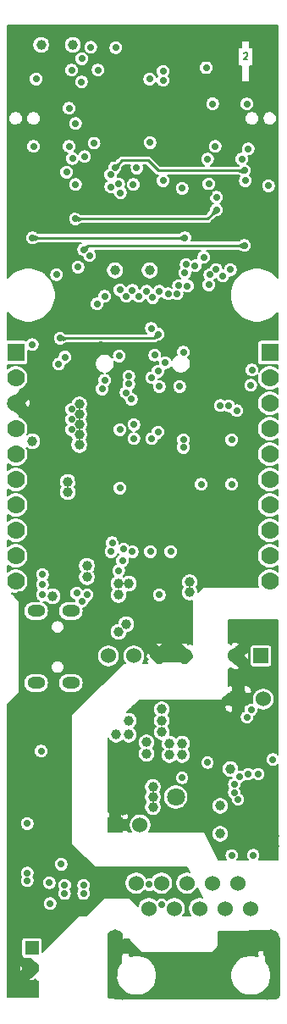
<source format=gbr>
G04 #@! TF.GenerationSoftware,KiCad,Pcbnew,5.1.6-c6e7f7d~87~ubuntu18.04.1*
G04 #@! TF.CreationDate,2022-07-28T15:35:08+03:00*
G04 #@! TF.ProjectId,ESP32-PoE-ISO_Rev_K,45535033-322d-4506-9f45-2d49534f5f52,K*
G04 #@! TF.SameCoordinates,Original*
G04 #@! TF.FileFunction,Copper,L2,Inr*
G04 #@! TF.FilePolarity,Positive*
%FSLAX46Y46*%
G04 Gerber Fmt 4.6, Leading zero omitted, Abs format (unit mm)*
G04 Created by KiCad (PCBNEW 5.1.6-c6e7f7d~87~ubuntu18.04.1) date 2022-07-28 15:35:08*
%MOMM*%
%LPD*%
G01*
G04 APERTURE LIST*
G04 #@! TA.AperFunction,NonConductor*
%ADD10C,0.158750*%
G04 #@! TD*
G04 #@! TA.AperFunction,ViaPad*
%ADD11C,1.524000*%
G04 #@! TD*
G04 #@! TA.AperFunction,ViaPad*
%ADD12R,1.524000X1.524000*%
G04 #@! TD*
G04 #@! TA.AperFunction,ViaPad*
%ADD13C,1.778000*%
G04 #@! TD*
G04 #@! TA.AperFunction,ViaPad*
%ADD14R,1.778000X1.778000*%
G04 #@! TD*
G04 #@! TA.AperFunction,ViaPad*
%ADD15R,0.400000X0.400000*%
G04 #@! TD*
G04 #@! TA.AperFunction,ViaPad*
%ADD16R,1.422400X1.422400*%
G04 #@! TD*
G04 #@! TA.AperFunction,ViaPad*
%ADD17O,1.800000X1.200000*%
G04 #@! TD*
G04 #@! TA.AperFunction,ViaPad*
%ADD18O,1.600000X2.999999*%
G04 #@! TD*
G04 #@! TA.AperFunction,ViaPad*
%ADD19C,1.800000*%
G04 #@! TD*
G04 #@! TA.AperFunction,ViaPad*
%ADD20C,1.500000*%
G04 #@! TD*
G04 #@! TA.AperFunction,ViaPad*
%ADD21C,0.700000*%
G04 #@! TD*
G04 #@! TA.AperFunction,ViaPad*
%ADD22R,1.400000X1.400000*%
G04 #@! TD*
G04 #@! TA.AperFunction,ViaPad*
%ADD23C,1.400000*%
G04 #@! TD*
G04 #@! TA.AperFunction,ViaPad*
%ADD24C,1.000000*%
G04 #@! TD*
G04 #@! TA.AperFunction,ViaPad*
%ADD25C,0.900000*%
G04 #@! TD*
G04 #@! TA.AperFunction,Conductor*
%ADD26C,1.270000*%
G04 #@! TD*
G04 #@! TA.AperFunction,Conductor*
%ADD27C,0.254000*%
G04 #@! TD*
G04 #@! TA.AperFunction,Conductor*
%ADD28C,1.016000*%
G04 #@! TD*
G04 #@! TA.AperFunction,Conductor*
%ADD29C,0.762000*%
G04 #@! TD*
G04 #@! TA.AperFunction,Conductor*
%ADD30C,0.508000*%
G04 #@! TD*
G04 #@! TA.AperFunction,Conductor*
%ADD31C,0.127000*%
G04 #@! TD*
G04 #@! TA.AperFunction,Conductor*
%ADD32C,0.203200*%
G04 #@! TD*
G04 #@! TA.AperFunction,Conductor*
%ADD33C,0.025400*%
G04 #@! TD*
G04 APERTURE END LIST*
D10*
X114245571Y-93311738D02*
X114275809Y-93281500D01*
X114336285Y-93251261D01*
X114487476Y-93251261D01*
X114547952Y-93281500D01*
X114578190Y-93311738D01*
X114608428Y-93372214D01*
X114608428Y-93432690D01*
X114578190Y-93523404D01*
X114215333Y-93886261D01*
X114608428Y-93886261D01*
D11*
X113411000Y-153543000D03*
D12*
X115951000Y-153543000D03*
D11*
X108331000Y-153543000D03*
X105791000Y-153543000D03*
X100711000Y-153543000D03*
X103251000Y-153543000D03*
X103866000Y-170434000D03*
D12*
X101366000Y-170434000D03*
D13*
X116840000Y-146080000D03*
X116840000Y-143540000D03*
X116840000Y-138460000D03*
X116840000Y-141000000D03*
X116840000Y-135920000D03*
X116840000Y-133380000D03*
D14*
X116840000Y-123220000D03*
D13*
X116840000Y-125760000D03*
X116840000Y-128300000D03*
X116840000Y-130840000D03*
X91440000Y-130840000D03*
X91440000Y-128300000D03*
X91440000Y-125760000D03*
D14*
X91440000Y-123220000D03*
D13*
X91440000Y-133380000D03*
X91440000Y-135920000D03*
X91440000Y-141000000D03*
X91440000Y-138460000D03*
X91440000Y-143540000D03*
X91440000Y-146080000D03*
D15*
X106710000Y-137406000D03*
X106710000Y-136406000D03*
X105910000Y-135606000D03*
X104910000Y-135606000D03*
X104110000Y-136406000D03*
X104110000Y-137406000D03*
X104910000Y-138206000D03*
X105910000Y-138206000D03*
D16*
X105410000Y-136906000D03*
D17*
X93476000Y-149054000D03*
X96946000Y-149054000D03*
X96946000Y-156254000D03*
X93476000Y-156254000D03*
D18*
X117000000Y-182393000D03*
X101400000Y-182393000D03*
D11*
X114915000Y-178793000D03*
X113645000Y-176253000D03*
X112375000Y-178793000D03*
X111105000Y-176253000D03*
X109835000Y-178793000D03*
X108565000Y-176253000D03*
X107295000Y-178793000D03*
X106025000Y-176253000D03*
X104755000Y-178793000D03*
X103485000Y-176253000D03*
X116185000Y-157861000D03*
D12*
X113685000Y-157861000D03*
D19*
X107442000Y-167646000D03*
D20*
X102640000Y-98981000D03*
D21*
X101940000Y-97581000D03*
X103340000Y-97581000D03*
X104040000Y-98281000D03*
X104040000Y-99681000D03*
X103340000Y-100381000D03*
X101940000Y-100381000D03*
X101240000Y-99681000D03*
X101240000Y-98281000D03*
D22*
X93070680Y-182740300D03*
D23*
X93073220Y-184769760D03*
D24*
X93091000Y-132080000D03*
X95123000Y-147574000D03*
D21*
X92583000Y-176022000D03*
X92583000Y-175260000D03*
X92583000Y-170307000D03*
X94869000Y-178308000D03*
X94803014Y-176214986D03*
X91821000Y-147447000D03*
X99949000Y-133350000D03*
X97663000Y-135890000D03*
D25*
X106680000Y-146621500D03*
D24*
X107569000Y-147193000D03*
D21*
X117348000Y-94234000D03*
X108966000Y-139785743D03*
X108077000Y-139785743D03*
X109855000Y-139785743D03*
X99060000Y-138049000D03*
D24*
X98679000Y-135572500D03*
D21*
X95250000Y-161480500D03*
X101854000Y-141859000D03*
X110109000Y-131826000D03*
X114173000Y-140208000D03*
X114173000Y-138176000D03*
X115316000Y-145796000D03*
D24*
X111760000Y-142494000D03*
D21*
X91567000Y-157797496D03*
X93599000Y-160655000D03*
D24*
X96520000Y-163957000D03*
X95504000Y-170053000D03*
X95504000Y-169037000D03*
X96520000Y-170053000D03*
X96520000Y-169037000D03*
X96520000Y-171196000D03*
D21*
X93599000Y-159893000D03*
X93599000Y-161480500D03*
X94424500Y-161480500D03*
X98171000Y-154051000D03*
X98171000Y-154813000D03*
X97409000Y-154813000D03*
X96647000Y-154813000D03*
X91186000Y-184150000D03*
X93853000Y-177673000D03*
X92964000Y-178562000D03*
X93853000Y-178562000D03*
D24*
X96520000Y-168021000D03*
X95504000Y-168021000D03*
X95504000Y-167005000D03*
X95504000Y-165989000D03*
X95504000Y-164973000D03*
X96520000Y-164973000D03*
X106553000Y-150749000D03*
X106553000Y-151892000D03*
D21*
X105664000Y-150749000D03*
D24*
X107061000Y-153543000D03*
D21*
X96774000Y-179451000D03*
X106299000Y-131826000D03*
X101340570Y-141256510D03*
X92075000Y-96393000D03*
D24*
X93853000Y-91186000D03*
X110490000Y-91181000D03*
X114427000Y-91186000D03*
X107950000Y-91181000D03*
X105410000Y-91181000D03*
X102870000Y-91181000D03*
X100330000Y-91181000D03*
X97790000Y-91181000D03*
D21*
X99949000Y-119507000D03*
X97663000Y-108966000D03*
X99949000Y-122397010D03*
X109474000Y-103886000D03*
X115443000Y-105029000D03*
D24*
X102498537Y-104904645D03*
D21*
X91694000Y-100711000D03*
X110737084Y-107276396D03*
X94023642Y-98127364D03*
X117348000Y-96520000D03*
X117348000Y-99060000D03*
X117348000Y-101981000D03*
X117348000Y-103505000D03*
X95884997Y-180721003D03*
X116713000Y-121539000D03*
X117348000Y-120650000D03*
X90932000Y-113665000D03*
X90932000Y-114935000D03*
X90932000Y-111125000D03*
X90932000Y-108585000D03*
X90932000Y-106045000D03*
X90932000Y-103505000D03*
X90932000Y-100711000D03*
X90932000Y-109855000D03*
X90932000Y-112395000D03*
X90932000Y-107315000D03*
X90932000Y-104775000D03*
X90932000Y-102235000D03*
X117348000Y-95250000D03*
X117348000Y-97790000D03*
X117348000Y-100584000D03*
D24*
X96647000Y-137160000D03*
X96647000Y-136144000D03*
D21*
X106172000Y-95123000D03*
X111125000Y-98349688D03*
X108473816Y-114426558D03*
X116713000Y-106553000D03*
X114554000Y-98361500D03*
X94107000Y-147447000D03*
X102743000Y-126365000D03*
X102743000Y-125603000D03*
X97028000Y-130937000D03*
X97028000Y-129921000D03*
D24*
X97790000Y-132461000D03*
X97790000Y-131445000D03*
X97790000Y-130429000D03*
X97790000Y-129413000D03*
X108839000Y-147193000D03*
X108839000Y-146177000D03*
X93980000Y-92456000D03*
X97155000Y-92456000D03*
X104828205Y-115004027D03*
D21*
X114681000Y-102870000D03*
D24*
X97790000Y-128397000D03*
D21*
X97028000Y-128905000D03*
D24*
X101351221Y-115004129D03*
D21*
X104902000Y-143129000D03*
X105791000Y-147447000D03*
X93980000Y-163067994D03*
X103091479Y-143129000D03*
X106934000Y-143129000D03*
X95979490Y-174371000D03*
X101727000Y-145034000D03*
X94107000Y-146431000D03*
X98016923Y-96157588D03*
X93472000Y-95885000D03*
X93218000Y-102616000D03*
X93091000Y-122428000D03*
X96774000Y-102611000D03*
X103759000Y-117602000D03*
X99267901Y-102281101D03*
X97663000Y-114681000D03*
X102235000Y-142875000D03*
X94107000Y-145415000D03*
X98044000Y-93853000D03*
X104521000Y-117094000D03*
X101442065Y-92740935D03*
X99665224Y-94982570D03*
X103095155Y-116995845D03*
X105332150Y-123474968D03*
X108204000Y-123190000D03*
X100330000Y-117602000D03*
X97022988Y-94991000D03*
X102489000Y-117602000D03*
X98933000Y-92710000D03*
X106410622Y-124236990D03*
X99568000Y-118364000D03*
X96520000Y-105188112D03*
X115062000Y-124968000D03*
X102480368Y-127243213D03*
X107823000Y-126619000D03*
X95734918Y-124370313D03*
X110744000Y-106360987D03*
X111483610Y-114897258D03*
X111506000Y-108966000D03*
X95885000Y-121793000D03*
X105664000Y-121377962D03*
X97409004Y-109855000D03*
X105791000Y-117093996D03*
X105001995Y-120804005D03*
X101917500Y-107251500D03*
X111887000Y-128523990D03*
X106680000Y-117348000D03*
X97409000Y-106426000D03*
X101735871Y-106380069D03*
X112747155Y-128552845D03*
X105791000Y-126619000D03*
X108077000Y-106807000D03*
X107569000Y-117348000D03*
X103197882Y-106426000D03*
X105029000Y-125730000D03*
X113538000Y-129032000D03*
X103535990Y-104775000D03*
X107725201Y-116522765D03*
X97106584Y-103822506D03*
X101854000Y-116967000D03*
X98331845Y-103631997D03*
X97536000Y-147279360D03*
X98044000Y-148082000D03*
X98552000Y-147447000D03*
X102108000Y-144018000D03*
X108204000Y-132715000D03*
X108204000Y-131953000D03*
X106172000Y-106045000D03*
X100918728Y-105439478D03*
X114300000Y-105029000D03*
X101351642Y-104734826D03*
D24*
X102108000Y-167005000D03*
X102108000Y-165989000D03*
X117284500Y-171577000D03*
X117284500Y-172593000D03*
D21*
X113030000Y-159512000D03*
X109855000Y-158496000D03*
D24*
X108839000Y-158496000D03*
X108839000Y-160782000D03*
X108839000Y-159639000D03*
D21*
X109855000Y-159258000D03*
X109855000Y-160020000D03*
X109855000Y-160782000D03*
D24*
X107696000Y-159639000D03*
X107696000Y-160782000D03*
X107696000Y-158496000D03*
D21*
X101092000Y-167767000D03*
X101092000Y-168529000D03*
X101092000Y-169291000D03*
D24*
X102108000Y-168021000D03*
X102108000Y-169037000D03*
D21*
X113030000Y-160254190D03*
D24*
X102489000Y-150368000D03*
X101727000Y-151130000D03*
X102743000Y-146304000D03*
X101727000Y-146304000D03*
X101727000Y-147447000D03*
X98552000Y-145669000D03*
X98552000Y-144526000D03*
D21*
X108077000Y-165735000D03*
D24*
X108077000Y-163449000D03*
X108077000Y-162306000D03*
D21*
X115011196Y-158927796D03*
X113030000Y-173482000D03*
D24*
X111887000Y-168529000D03*
X111887000Y-171323000D03*
D21*
X113284000Y-167195500D03*
X113284000Y-166370000D03*
X113792000Y-165608000D03*
X113665000Y-167894000D03*
X114681000Y-165354000D03*
X115697000Y-165354000D03*
X115189000Y-173450250D03*
X117157500Y-163893500D03*
X104879966Y-102235006D03*
X108340480Y-115242751D03*
X97408988Y-100330000D03*
X104824902Y-95877377D03*
X108615968Y-116559331D03*
X112903000Y-114935000D03*
X110488013Y-94743983D03*
X101790500Y-123571000D03*
X100330005Y-125984000D03*
X98824640Y-113531177D03*
X110252304Y-113679903D03*
X100076000Y-126873000D03*
X114300000Y-112522000D03*
X98220630Y-112945570D03*
X113030000Y-131953000D03*
X113030000Y-136398000D03*
X102997000Y-127889000D03*
X103250997Y-130428997D03*
X105029000Y-131826000D03*
X103251000Y-131826000D03*
X109981990Y-136398000D03*
X114396010Y-106045000D03*
X111506000Y-107696000D03*
X95529400Y-115412010D03*
X110856314Y-115436190D03*
X105664000Y-125095000D03*
X96361993Y-123666999D03*
X111379000Y-102616000D03*
X112141000Y-115570000D03*
X96774000Y-98806000D03*
X106172000Y-96012000D03*
X109378372Y-114532519D03*
X105664000Y-131191000D03*
X101854000Y-130937000D03*
X101854000Y-136779000D03*
X114935000Y-126492000D03*
X110617000Y-103886000D03*
X114046000Y-103886000D03*
X110744000Y-116459000D03*
X105132644Y-117721516D03*
X100953289Y-106647490D03*
X100965006Y-143129000D03*
X98234500Y-177293513D03*
X104775000Y-176402960D03*
X98234500Y-176466500D03*
X106044996Y-178435000D03*
X96329499Y-177294710D03*
X96330699Y-176467699D03*
D24*
X114935000Y-181483000D03*
X102870000Y-182880000D03*
X114935000Y-182880000D03*
X113538000Y-182880000D03*
X112395000Y-185420000D03*
X111125000Y-184150000D03*
X109855000Y-185420000D03*
X117387990Y-185420000D03*
X117387990Y-187387990D03*
X111125000Y-186690000D03*
X108585000Y-186690000D03*
X108585000Y-184150000D03*
X107315000Y-185420000D03*
X106045000Y-186690000D03*
X106045000Y-184150000D03*
X101092000Y-187325000D03*
X101092000Y-185420000D03*
D21*
X101092000Y-142240000D03*
X93121979Y-111760000D03*
X108363502Y-111756863D03*
D24*
X102743000Y-161417000D03*
X102743000Y-160020000D03*
X104521000Y-162179000D03*
X104521000Y-163322000D03*
X106045000Y-158877000D03*
X106045000Y-160020000D03*
X106045000Y-161163000D03*
X101473000Y-161417000D03*
D21*
X114565912Y-159674791D03*
X110617000Y-164211000D03*
D24*
X112903000Y-164846000D03*
X105156000Y-166624000D03*
X105156000Y-167640000D03*
X105156000Y-168656000D03*
X106807000Y-163449000D03*
X106807000Y-162306000D03*
D26*
X108331000Y-153543000D02*
X107061000Y-153543000D01*
X105791000Y-153543000D02*
X107061000Y-153543000D01*
D27*
X105248962Y-121793000D02*
X105664000Y-121377962D01*
X95885000Y-121793000D02*
X105248962Y-121793000D01*
X110617000Y-109855000D02*
X97409004Y-109855000D01*
X111506000Y-108966000D02*
X110617000Y-109855000D01*
X105664000Y-105029000D02*
X104648000Y-104013000D01*
X104648000Y-104013000D02*
X102073468Y-104013000D01*
X102073468Y-104013000D02*
X101351642Y-104734826D01*
X114300000Y-105029000D02*
X105664000Y-105029000D01*
X98644200Y-112522000D02*
X98220630Y-112945570D01*
X114300000Y-112522000D02*
X98644200Y-112522000D01*
D28*
X101092000Y-181746042D02*
X101350521Y-181487521D01*
X117387990Y-181903990D02*
X116967000Y-181483000D01*
X117387990Y-185420000D02*
X117387990Y-181903990D01*
X117387990Y-185420000D02*
X117387990Y-187387990D01*
X114935000Y-181483000D02*
X116967000Y-181483000D01*
D29*
X101473000Y-182880000D02*
X101346000Y-182880000D01*
X102870000Y-182880000D02*
X101473000Y-182880000D01*
D30*
X117387990Y-187387990D02*
X117133990Y-187641990D01*
X117133990Y-187641990D02*
X101408990Y-187641990D01*
X101408990Y-187641990D02*
X101092000Y-187325000D01*
D28*
X101092000Y-185420000D02*
X101092000Y-181746042D01*
D27*
X93121979Y-111760000D02*
X108360365Y-111760000D01*
X108360365Y-111760000D02*
X108363502Y-111756863D01*
D31*
G36*
X117654701Y-115722233D02*
G01*
X117299755Y-115367287D01*
X116855324Y-115070328D01*
X116361499Y-114865779D01*
X115837256Y-114761500D01*
X115302744Y-114761500D01*
X114778501Y-114865779D01*
X114284676Y-115070328D01*
X113840245Y-115367287D01*
X113462287Y-115745245D01*
X113165328Y-116189676D01*
X112960779Y-116683501D01*
X112856500Y-117207744D01*
X112856500Y-117742256D01*
X112960779Y-118266499D01*
X113165328Y-118760324D01*
X113462287Y-119204755D01*
X113840245Y-119582713D01*
X114284676Y-119879672D01*
X114778501Y-120084221D01*
X115302744Y-120188500D01*
X115837256Y-120188500D01*
X116361499Y-120084221D01*
X116855324Y-119879672D01*
X117299755Y-119582713D01*
X117654701Y-119227767D01*
X117654701Y-121960918D01*
X115951000Y-121960918D01*
X115878801Y-121968029D01*
X115809376Y-121989089D01*
X115745393Y-122023288D01*
X115689313Y-122069313D01*
X115643288Y-122125393D01*
X115609089Y-122189376D01*
X115588029Y-122258801D01*
X115580918Y-122331000D01*
X115580918Y-124109000D01*
X115588029Y-124181199D01*
X115609089Y-124250624D01*
X115643288Y-124314607D01*
X115689313Y-124370687D01*
X115745393Y-124416712D01*
X115809376Y-124450911D01*
X115878801Y-124471971D01*
X115951000Y-124479082D01*
X117654701Y-124479082D01*
X117654701Y-124796610D01*
X117641482Y-124783391D01*
X117435555Y-124645795D01*
X117206741Y-124551017D01*
X116963833Y-124502700D01*
X116716167Y-124502700D01*
X116473259Y-124551017D01*
X116244445Y-124645795D01*
X116038518Y-124783391D01*
X115863391Y-124958518D01*
X115767803Y-125101576D01*
X115780300Y-125038746D01*
X115780300Y-124897254D01*
X115752697Y-124758479D01*
X115698550Y-124627757D01*
X115619940Y-124510110D01*
X115519890Y-124410060D01*
X115402243Y-124331450D01*
X115271521Y-124277303D01*
X115132746Y-124249700D01*
X114991254Y-124249700D01*
X114852479Y-124277303D01*
X114721757Y-124331450D01*
X114604110Y-124410060D01*
X114504060Y-124510110D01*
X114425450Y-124627757D01*
X114371303Y-124758479D01*
X114343700Y-124897254D01*
X114343700Y-125038746D01*
X114371303Y-125177521D01*
X114425450Y-125308243D01*
X114504060Y-125425890D01*
X114604110Y-125525940D01*
X114721757Y-125604550D01*
X114852479Y-125658697D01*
X114991254Y-125686300D01*
X115132746Y-125686300D01*
X115271521Y-125658697D01*
X115402243Y-125604550D01*
X115519890Y-125525940D01*
X115619940Y-125425890D01*
X115626470Y-125416117D01*
X115582700Y-125636167D01*
X115582700Y-125883833D01*
X115631017Y-126126741D01*
X115725795Y-126355555D01*
X115863391Y-126561482D01*
X116038518Y-126736609D01*
X116244445Y-126874205D01*
X116473259Y-126968983D01*
X116716167Y-127017300D01*
X116963833Y-127017300D01*
X117206741Y-126968983D01*
X117435555Y-126874205D01*
X117641482Y-126736609D01*
X117654701Y-126723390D01*
X117654701Y-127336610D01*
X117641482Y-127323391D01*
X117435555Y-127185795D01*
X117206741Y-127091017D01*
X116963833Y-127042700D01*
X116716167Y-127042700D01*
X116473259Y-127091017D01*
X116244445Y-127185795D01*
X116038518Y-127323391D01*
X115863391Y-127498518D01*
X115725795Y-127704445D01*
X115631017Y-127933259D01*
X115582700Y-128176167D01*
X115582700Y-128423833D01*
X115631017Y-128666741D01*
X115725795Y-128895555D01*
X115863391Y-129101482D01*
X116038518Y-129276609D01*
X116244445Y-129414205D01*
X116473259Y-129508983D01*
X116716167Y-129557300D01*
X116963833Y-129557300D01*
X117206741Y-129508983D01*
X117435555Y-129414205D01*
X117641482Y-129276609D01*
X117654701Y-129263390D01*
X117654701Y-129876610D01*
X117641482Y-129863391D01*
X117435555Y-129725795D01*
X117206741Y-129631017D01*
X116963833Y-129582700D01*
X116716167Y-129582700D01*
X116473259Y-129631017D01*
X116244445Y-129725795D01*
X116038518Y-129863391D01*
X115863391Y-130038518D01*
X115725795Y-130244445D01*
X115631017Y-130473259D01*
X115582700Y-130716167D01*
X115582700Y-130963833D01*
X115631017Y-131206741D01*
X115725795Y-131435555D01*
X115863391Y-131641482D01*
X116038518Y-131816609D01*
X116244445Y-131954205D01*
X116473259Y-132048983D01*
X116716167Y-132097300D01*
X116963833Y-132097300D01*
X117206741Y-132048983D01*
X117435555Y-131954205D01*
X117641482Y-131816609D01*
X117654701Y-131803390D01*
X117654701Y-132416610D01*
X117641482Y-132403391D01*
X117435555Y-132265795D01*
X117206741Y-132171017D01*
X116963833Y-132122700D01*
X116716167Y-132122700D01*
X116473259Y-132171017D01*
X116244445Y-132265795D01*
X116038518Y-132403391D01*
X115863391Y-132578518D01*
X115725795Y-132784445D01*
X115631017Y-133013259D01*
X115582700Y-133256167D01*
X115582700Y-133503833D01*
X115631017Y-133746741D01*
X115725795Y-133975555D01*
X115863391Y-134181482D01*
X116038518Y-134356609D01*
X116244445Y-134494205D01*
X116473259Y-134588983D01*
X116716167Y-134637300D01*
X116963833Y-134637300D01*
X117206741Y-134588983D01*
X117435555Y-134494205D01*
X117641482Y-134356609D01*
X117654701Y-134343390D01*
X117654701Y-134956610D01*
X117641482Y-134943391D01*
X117435555Y-134805795D01*
X117206741Y-134711017D01*
X116963833Y-134662700D01*
X116716167Y-134662700D01*
X116473259Y-134711017D01*
X116244445Y-134805795D01*
X116038518Y-134943391D01*
X115863391Y-135118518D01*
X115725795Y-135324445D01*
X115631017Y-135553259D01*
X115582700Y-135796167D01*
X115582700Y-136043833D01*
X115631017Y-136286741D01*
X115725795Y-136515555D01*
X115863391Y-136721482D01*
X116038518Y-136896609D01*
X116244445Y-137034205D01*
X116473259Y-137128983D01*
X116716167Y-137177300D01*
X116963833Y-137177300D01*
X117206741Y-137128983D01*
X117435555Y-137034205D01*
X117641482Y-136896609D01*
X117654701Y-136883390D01*
X117654701Y-137496610D01*
X117641482Y-137483391D01*
X117435555Y-137345795D01*
X117206741Y-137251017D01*
X116963833Y-137202700D01*
X116716167Y-137202700D01*
X116473259Y-137251017D01*
X116244445Y-137345795D01*
X116038518Y-137483391D01*
X115863391Y-137658518D01*
X115725795Y-137864445D01*
X115631017Y-138093259D01*
X115582700Y-138336167D01*
X115582700Y-138583833D01*
X115631017Y-138826741D01*
X115725795Y-139055555D01*
X115863391Y-139261482D01*
X116038518Y-139436609D01*
X116244445Y-139574205D01*
X116473259Y-139668983D01*
X116716167Y-139717300D01*
X116963833Y-139717300D01*
X117206741Y-139668983D01*
X117435555Y-139574205D01*
X117641482Y-139436609D01*
X117654700Y-139423391D01*
X117654700Y-140036609D01*
X117641482Y-140023391D01*
X117435555Y-139885795D01*
X117206741Y-139791017D01*
X116963833Y-139742700D01*
X116716167Y-139742700D01*
X116473259Y-139791017D01*
X116244445Y-139885795D01*
X116038518Y-140023391D01*
X115863391Y-140198518D01*
X115725795Y-140404445D01*
X115631017Y-140633259D01*
X115582700Y-140876167D01*
X115582700Y-141123833D01*
X115631017Y-141366741D01*
X115725795Y-141595555D01*
X115863391Y-141801482D01*
X116038518Y-141976609D01*
X116244445Y-142114205D01*
X116473259Y-142208983D01*
X116716167Y-142257300D01*
X116963833Y-142257300D01*
X117206741Y-142208983D01*
X117435555Y-142114205D01*
X117641482Y-141976609D01*
X117654700Y-141963391D01*
X117654700Y-142576609D01*
X117641482Y-142563391D01*
X117435555Y-142425795D01*
X117206741Y-142331017D01*
X116963833Y-142282700D01*
X116716167Y-142282700D01*
X116473259Y-142331017D01*
X116244445Y-142425795D01*
X116038518Y-142563391D01*
X115863391Y-142738518D01*
X115725795Y-142944445D01*
X115631017Y-143173259D01*
X115582700Y-143416167D01*
X115582700Y-143663833D01*
X115631017Y-143906741D01*
X115725795Y-144135555D01*
X115863391Y-144341482D01*
X116038518Y-144516609D01*
X116244445Y-144654205D01*
X116473259Y-144748983D01*
X116716167Y-144797300D01*
X116963833Y-144797300D01*
X117206741Y-144748983D01*
X117435555Y-144654205D01*
X117641482Y-144516609D01*
X117654700Y-144503391D01*
X117654700Y-145116609D01*
X117641482Y-145103391D01*
X117435555Y-144965795D01*
X117206741Y-144871017D01*
X116963833Y-144822700D01*
X116716167Y-144822700D01*
X116473259Y-144871017D01*
X116244445Y-144965795D01*
X116038518Y-145103391D01*
X115863391Y-145278518D01*
X115725795Y-145484445D01*
X115631017Y-145713259D01*
X115582700Y-145956167D01*
X115582700Y-146203833D01*
X115631017Y-146446741D01*
X115703405Y-146621500D01*
X110236000Y-146621500D01*
X110223612Y-146622720D01*
X110211700Y-146626334D01*
X110200721Y-146632202D01*
X110191099Y-146640099D01*
X109707300Y-147123898D01*
X109707300Y-147107480D01*
X109673931Y-146939726D01*
X109608477Y-146781706D01*
X109543860Y-146685000D01*
X109608477Y-146588294D01*
X109673931Y-146430274D01*
X109707300Y-146262520D01*
X109707300Y-146091480D01*
X109673931Y-145923726D01*
X109608477Y-145765706D01*
X109513452Y-145623491D01*
X109392509Y-145502548D01*
X109250294Y-145407523D01*
X109092274Y-145342069D01*
X108924520Y-145308700D01*
X108753480Y-145308700D01*
X108585726Y-145342069D01*
X108427706Y-145407523D01*
X108285491Y-145502548D01*
X108164548Y-145623491D01*
X108069523Y-145765706D01*
X108004069Y-145923726D01*
X107970700Y-146091480D01*
X107970700Y-146262520D01*
X108004069Y-146430274D01*
X108069523Y-146588294D01*
X108134140Y-146685000D01*
X108069523Y-146781706D01*
X108004069Y-146939726D01*
X107970700Y-147107480D01*
X107970700Y-147278520D01*
X108004069Y-147446274D01*
X108069523Y-147604294D01*
X108164548Y-147746509D01*
X108285491Y-147867452D01*
X108427706Y-147962477D01*
X108585726Y-148027931D01*
X108753480Y-148061300D01*
X108924520Y-148061300D01*
X109054900Y-148035365D01*
X109054900Y-152372356D01*
X108874159Y-152191615D01*
X108670656Y-152395118D01*
X108581022Y-152226581D01*
X108319397Y-152203098D01*
X108080978Y-152226581D01*
X107991343Y-152395120D01*
X108331000Y-152734777D01*
X108345143Y-152720635D01*
X109054900Y-153430392D01*
X109054900Y-153655608D01*
X108469008Y-154241500D01*
X108192992Y-154241500D01*
X107508635Y-153557143D01*
X107522777Y-153543000D01*
X107183120Y-153203343D01*
X107061000Y-153268291D01*
X106938880Y-153203343D01*
X106599223Y-153543000D01*
X106613366Y-153557143D01*
X105929008Y-154241500D01*
X105652992Y-154241500D01*
X104968635Y-153557143D01*
X104982777Y-153543000D01*
X104643120Y-153203343D01*
X104474581Y-153292978D01*
X104451098Y-153554603D01*
X104474581Y-153793022D01*
X104643118Y-153882656D01*
X104439615Y-154086159D01*
X104594956Y-154241500D01*
X104143677Y-154241500D01*
X104252659Y-154078398D01*
X104337863Y-153872696D01*
X104381300Y-153654325D01*
X104381300Y-153431675D01*
X104337863Y-153213304D01*
X104252659Y-153007602D01*
X104128961Y-152822476D01*
X103971524Y-152665039D01*
X103786398Y-152541341D01*
X103580696Y-152456137D01*
X103362325Y-152412700D01*
X103139675Y-152412700D01*
X102921304Y-152456137D01*
X102715602Y-152541341D01*
X102530476Y-152665039D01*
X102373039Y-152822476D01*
X102249341Y-153007602D01*
X102164137Y-153213304D01*
X102120700Y-153431675D01*
X102120700Y-153654325D01*
X102164137Y-153872696D01*
X102249341Y-154078398D01*
X102358323Y-154241500D01*
X102235000Y-154241500D01*
X102222612Y-154242720D01*
X102210700Y-154246334D01*
X102199721Y-154252202D01*
X102190099Y-154260099D01*
X96995799Y-159454399D01*
X96987902Y-159464021D01*
X96982034Y-159475000D01*
X96978420Y-159486912D01*
X96977200Y-159499300D01*
X96977200Y-172326300D01*
X96978559Y-172339368D01*
X96982303Y-172351240D01*
X96988290Y-172362154D01*
X96996292Y-172371689D01*
X99345792Y-174670389D01*
X99354921Y-174677798D01*
X99365900Y-174683666D01*
X99377812Y-174687280D01*
X99390200Y-174688500D01*
X108596668Y-174688500D01*
X108830613Y-175153390D01*
X108676325Y-175122700D01*
X108453675Y-175122700D01*
X108235304Y-175166137D01*
X108029602Y-175251341D01*
X107844476Y-175375039D01*
X107687039Y-175532476D01*
X107563341Y-175717602D01*
X107478137Y-175923304D01*
X107434700Y-176141675D01*
X107434700Y-176364325D01*
X107478137Y-176582696D01*
X107563341Y-176788398D01*
X107687039Y-176973524D01*
X107844476Y-177130961D01*
X108029602Y-177254659D01*
X108235304Y-177339863D01*
X108453675Y-177383300D01*
X108676325Y-177383300D01*
X108894696Y-177339863D01*
X109100398Y-177254659D01*
X109285524Y-177130961D01*
X109442961Y-176973524D01*
X109566659Y-176788398D01*
X109605817Y-176693861D01*
X110109717Y-177695201D01*
X109946325Y-177662700D01*
X109723675Y-177662700D01*
X109505304Y-177706137D01*
X109299602Y-177791341D01*
X109114476Y-177915039D01*
X108957039Y-178072476D01*
X108833341Y-178257602D01*
X108748137Y-178463304D01*
X108704700Y-178681675D01*
X108704700Y-178904325D01*
X108748137Y-179122696D01*
X108833341Y-179328398D01*
X108957039Y-179513524D01*
X108958015Y-179514500D01*
X108171985Y-179514500D01*
X108172961Y-179513524D01*
X108296659Y-179328398D01*
X108381863Y-179122696D01*
X108425300Y-178904325D01*
X108425300Y-178681675D01*
X108381863Y-178463304D01*
X108296659Y-178257602D01*
X108172961Y-178072476D01*
X108015524Y-177915039D01*
X107830398Y-177791341D01*
X107624696Y-177706137D01*
X107406325Y-177662700D01*
X107183675Y-177662700D01*
X106965304Y-177706137D01*
X106759602Y-177791341D01*
X106574476Y-177915039D01*
X106557671Y-177931845D01*
X106502886Y-177877060D01*
X106385239Y-177798450D01*
X106254517Y-177744303D01*
X106115742Y-177716700D01*
X105974250Y-177716700D01*
X105835475Y-177744303D01*
X105704753Y-177798450D01*
X105587106Y-177877060D01*
X105512326Y-177951841D01*
X105475524Y-177915039D01*
X105290398Y-177791341D01*
X105084696Y-177706137D01*
X104866325Y-177662700D01*
X104643675Y-177662700D01*
X104425304Y-177706137D01*
X104219602Y-177791341D01*
X104034476Y-177915039D01*
X103877039Y-178072476D01*
X103753341Y-178257602D01*
X103668137Y-178463304D01*
X103639595Y-178606793D01*
X102787901Y-177755099D01*
X102778279Y-177747202D01*
X102767300Y-177741334D01*
X102755388Y-177737720D01*
X102743000Y-177736500D01*
X100330000Y-177736500D01*
X100317612Y-177737720D01*
X100305700Y-177741334D01*
X100294721Y-177747202D01*
X100285099Y-177755099D01*
X98525698Y-179514500D01*
X97790000Y-179514500D01*
X97777612Y-179515720D01*
X97765700Y-179519334D01*
X97754721Y-179525202D01*
X97745099Y-179533099D01*
X94140762Y-183137436D01*
X94140762Y-182040300D01*
X94133651Y-181968101D01*
X94112591Y-181898676D01*
X94078392Y-181834693D01*
X94032367Y-181778613D01*
X93976287Y-181732588D01*
X93912304Y-181698389D01*
X93842879Y-181677329D01*
X93770680Y-181670218D01*
X92370680Y-181670218D01*
X92298481Y-181677329D01*
X92229056Y-181698389D01*
X92165073Y-181732588D01*
X92108993Y-181778613D01*
X92062968Y-181834693D01*
X92028769Y-181898676D01*
X92007709Y-181968101D01*
X92000598Y-182040300D01*
X92000598Y-183440300D01*
X92007709Y-183512499D01*
X92028769Y-183581924D01*
X92062968Y-183645907D01*
X92108993Y-183701987D01*
X92165073Y-183748012D01*
X92229056Y-183782211D01*
X92298481Y-183803271D01*
X92370680Y-183810382D01*
X92922065Y-183810382D01*
X93073220Y-183961537D01*
X93087363Y-183947395D01*
X93662500Y-184522532D01*
X93662500Y-185016988D01*
X93087363Y-185592126D01*
X93073220Y-185577983D01*
X92784112Y-185867091D01*
X92863906Y-186030150D01*
X93113818Y-186046767D01*
X93282534Y-186030150D01*
X93362327Y-185867093D01*
X93572326Y-186077092D01*
X93662500Y-185986918D01*
X93662500Y-187654700D01*
X90645300Y-187654700D01*
X90645300Y-184810358D01*
X91796213Y-184810358D01*
X91812830Y-184979074D01*
X91975889Y-185058868D01*
X92264997Y-184769760D01*
X91975889Y-184480652D01*
X91812830Y-184560446D01*
X91796213Y-184810358D01*
X90645300Y-184810358D01*
X90645300Y-178237254D01*
X94150700Y-178237254D01*
X94150700Y-178378746D01*
X94178303Y-178517521D01*
X94232450Y-178648243D01*
X94311060Y-178765890D01*
X94411110Y-178865940D01*
X94528757Y-178944550D01*
X94659479Y-178998697D01*
X94798254Y-179026300D01*
X94939746Y-179026300D01*
X95078521Y-178998697D01*
X95209243Y-178944550D01*
X95326890Y-178865940D01*
X95426940Y-178765890D01*
X95505550Y-178648243D01*
X95559697Y-178517521D01*
X95587300Y-178378746D01*
X95587300Y-178237254D01*
X95559697Y-178098479D01*
X95505550Y-177967757D01*
X95426940Y-177850110D01*
X95326890Y-177750060D01*
X95209243Y-177671450D01*
X95078521Y-177617303D01*
X94939746Y-177589700D01*
X94798254Y-177589700D01*
X94659479Y-177617303D01*
X94528757Y-177671450D01*
X94411110Y-177750060D01*
X94311060Y-177850110D01*
X94232450Y-177967757D01*
X94178303Y-178098479D01*
X94150700Y-178237254D01*
X90645300Y-178237254D01*
X90645300Y-177223964D01*
X95611199Y-177223964D01*
X95611199Y-177365456D01*
X95638802Y-177504231D01*
X95692949Y-177634953D01*
X95771559Y-177752600D01*
X95871609Y-177852650D01*
X95989256Y-177931260D01*
X96119978Y-177985407D01*
X96258753Y-178013010D01*
X96400245Y-178013010D01*
X96539020Y-177985407D01*
X96669742Y-177931260D01*
X96787389Y-177852650D01*
X96887439Y-177752600D01*
X96966049Y-177634953D01*
X97020196Y-177504231D01*
X97047799Y-177365456D01*
X97047799Y-177223964D01*
X97020196Y-177085189D01*
X96966049Y-176954467D01*
X96917696Y-176882102D01*
X96967249Y-176807942D01*
X97021396Y-176677220D01*
X97048999Y-176538445D01*
X97048999Y-176396953D01*
X97048761Y-176395754D01*
X97516200Y-176395754D01*
X97516200Y-176537246D01*
X97543803Y-176676021D01*
X97597950Y-176806743D01*
X97646904Y-176880007D01*
X97597950Y-176953270D01*
X97543803Y-177083992D01*
X97516200Y-177222767D01*
X97516200Y-177364259D01*
X97543803Y-177503034D01*
X97597950Y-177633756D01*
X97676560Y-177751403D01*
X97776610Y-177851453D01*
X97894257Y-177930063D01*
X98024979Y-177984210D01*
X98163754Y-178011813D01*
X98305246Y-178011813D01*
X98444021Y-177984210D01*
X98574743Y-177930063D01*
X98692390Y-177851453D01*
X98792440Y-177751403D01*
X98871050Y-177633756D01*
X98925197Y-177503034D01*
X98952800Y-177364259D01*
X98952800Y-177222767D01*
X98925197Y-177083992D01*
X98871050Y-176953270D01*
X98822096Y-176880007D01*
X98871050Y-176806743D01*
X98925197Y-176676021D01*
X98952800Y-176537246D01*
X98952800Y-176395754D01*
X98925197Y-176256979D01*
X98877437Y-176141675D01*
X102354700Y-176141675D01*
X102354700Y-176364325D01*
X102398137Y-176582696D01*
X102483341Y-176788398D01*
X102607039Y-176973524D01*
X102764476Y-177130961D01*
X102949602Y-177254659D01*
X103155304Y-177339863D01*
X103373675Y-177383300D01*
X103596325Y-177383300D01*
X103814696Y-177339863D01*
X104020398Y-177254659D01*
X104205524Y-177130961D01*
X104352163Y-176984322D01*
X104434757Y-177039510D01*
X104565479Y-177093657D01*
X104704254Y-177121260D01*
X104845746Y-177121260D01*
X104984521Y-177093657D01*
X105115243Y-177039510D01*
X105173859Y-177000344D01*
X105304476Y-177130961D01*
X105489602Y-177254659D01*
X105695304Y-177339863D01*
X105913675Y-177383300D01*
X106136325Y-177383300D01*
X106354696Y-177339863D01*
X106560398Y-177254659D01*
X106745524Y-177130961D01*
X106902961Y-176973524D01*
X107026659Y-176788398D01*
X107111863Y-176582696D01*
X107155300Y-176364325D01*
X107155300Y-176141675D01*
X107111863Y-175923304D01*
X107026659Y-175717602D01*
X106902961Y-175532476D01*
X106745524Y-175375039D01*
X106560398Y-175251341D01*
X106354696Y-175166137D01*
X106136325Y-175122700D01*
X105913675Y-175122700D01*
X105695304Y-175166137D01*
X105489602Y-175251341D01*
X105304476Y-175375039D01*
X105147039Y-175532476D01*
X105023341Y-175717602D01*
X105019544Y-175726770D01*
X104984521Y-175712263D01*
X104845746Y-175684660D01*
X104704254Y-175684660D01*
X104565479Y-175712263D01*
X104496314Y-175740912D01*
X104486659Y-175717602D01*
X104362961Y-175532476D01*
X104205524Y-175375039D01*
X104020398Y-175251341D01*
X103814696Y-175166137D01*
X103596325Y-175122700D01*
X103373675Y-175122700D01*
X103155304Y-175166137D01*
X102949602Y-175251341D01*
X102764476Y-175375039D01*
X102607039Y-175532476D01*
X102483341Y-175717602D01*
X102398137Y-175923304D01*
X102354700Y-176141675D01*
X98877437Y-176141675D01*
X98871050Y-176126257D01*
X98792440Y-176008610D01*
X98692390Y-175908560D01*
X98574743Y-175829950D01*
X98444021Y-175775803D01*
X98305246Y-175748200D01*
X98163754Y-175748200D01*
X98024979Y-175775803D01*
X97894257Y-175829950D01*
X97776610Y-175908560D01*
X97676560Y-176008610D01*
X97597950Y-176126257D01*
X97543803Y-176256979D01*
X97516200Y-176395754D01*
X97048761Y-176395754D01*
X97021396Y-176258178D01*
X96967249Y-176127456D01*
X96888639Y-176009809D01*
X96788589Y-175909759D01*
X96670942Y-175831149D01*
X96540220Y-175777002D01*
X96401445Y-175749399D01*
X96259953Y-175749399D01*
X96121178Y-175777002D01*
X95990456Y-175831149D01*
X95872809Y-175909759D01*
X95772759Y-176009809D01*
X95694149Y-176127456D01*
X95640002Y-176258178D01*
X95612399Y-176396953D01*
X95612399Y-176538445D01*
X95640002Y-176677220D01*
X95694149Y-176807942D01*
X95742502Y-176880307D01*
X95692949Y-176954467D01*
X95638802Y-177085189D01*
X95611199Y-177223964D01*
X90645300Y-177223964D01*
X90645300Y-175189254D01*
X91864700Y-175189254D01*
X91864700Y-175330746D01*
X91892303Y-175469521D01*
X91946450Y-175600243D01*
X91973683Y-175641000D01*
X91946450Y-175681757D01*
X91892303Y-175812479D01*
X91864700Y-175951254D01*
X91864700Y-176092746D01*
X91892303Y-176231521D01*
X91946450Y-176362243D01*
X92025060Y-176479890D01*
X92125110Y-176579940D01*
X92242757Y-176658550D01*
X92373479Y-176712697D01*
X92512254Y-176740300D01*
X92653746Y-176740300D01*
X92792521Y-176712697D01*
X92923243Y-176658550D01*
X93040890Y-176579940D01*
X93140940Y-176479890D01*
X93219550Y-176362243D01*
X93273697Y-176231521D01*
X93291057Y-176144240D01*
X94084714Y-176144240D01*
X94084714Y-176285732D01*
X94112317Y-176424507D01*
X94166464Y-176555229D01*
X94245074Y-176672876D01*
X94345124Y-176772926D01*
X94462771Y-176851536D01*
X94593493Y-176905683D01*
X94732268Y-176933286D01*
X94873760Y-176933286D01*
X95012535Y-176905683D01*
X95143257Y-176851536D01*
X95260904Y-176772926D01*
X95360954Y-176672876D01*
X95439564Y-176555229D01*
X95493711Y-176424507D01*
X95521314Y-176285732D01*
X95521314Y-176144240D01*
X95493711Y-176005465D01*
X95439564Y-175874743D01*
X95360954Y-175757096D01*
X95260904Y-175657046D01*
X95143257Y-175578436D01*
X95012535Y-175524289D01*
X94873760Y-175496686D01*
X94732268Y-175496686D01*
X94593493Y-175524289D01*
X94462771Y-175578436D01*
X94345124Y-175657046D01*
X94245074Y-175757096D01*
X94166464Y-175874743D01*
X94112317Y-176005465D01*
X94084714Y-176144240D01*
X93291057Y-176144240D01*
X93301300Y-176092746D01*
X93301300Y-175951254D01*
X93273697Y-175812479D01*
X93219550Y-175681757D01*
X93192317Y-175641000D01*
X93219550Y-175600243D01*
X93273697Y-175469521D01*
X93301300Y-175330746D01*
X93301300Y-175189254D01*
X93273697Y-175050479D01*
X93219550Y-174919757D01*
X93140940Y-174802110D01*
X93040890Y-174702060D01*
X92923243Y-174623450D01*
X92792521Y-174569303D01*
X92653746Y-174541700D01*
X92512254Y-174541700D01*
X92373479Y-174569303D01*
X92242757Y-174623450D01*
X92125110Y-174702060D01*
X92025060Y-174802110D01*
X91946450Y-174919757D01*
X91892303Y-175050479D01*
X91864700Y-175189254D01*
X90645300Y-175189254D01*
X90645300Y-174300254D01*
X95261190Y-174300254D01*
X95261190Y-174441746D01*
X95288793Y-174580521D01*
X95342940Y-174711243D01*
X95421550Y-174828890D01*
X95521600Y-174928940D01*
X95639247Y-175007550D01*
X95769969Y-175061697D01*
X95908744Y-175089300D01*
X96050236Y-175089300D01*
X96189011Y-175061697D01*
X96319733Y-175007550D01*
X96437380Y-174928940D01*
X96537430Y-174828890D01*
X96616040Y-174711243D01*
X96670187Y-174580521D01*
X96697790Y-174441746D01*
X96697790Y-174300254D01*
X96670187Y-174161479D01*
X96616040Y-174030757D01*
X96537430Y-173913110D01*
X96437380Y-173813060D01*
X96319733Y-173734450D01*
X96189011Y-173680303D01*
X96050236Y-173652700D01*
X95908744Y-173652700D01*
X95769969Y-173680303D01*
X95639247Y-173734450D01*
X95521600Y-173813060D01*
X95421550Y-173913110D01*
X95342940Y-174030757D01*
X95288793Y-174161479D01*
X95261190Y-174300254D01*
X90645300Y-174300254D01*
X90645300Y-170236254D01*
X91864700Y-170236254D01*
X91864700Y-170377746D01*
X91892303Y-170516521D01*
X91946450Y-170647243D01*
X92025060Y-170764890D01*
X92125110Y-170864940D01*
X92242757Y-170943550D01*
X92373479Y-170997697D01*
X92512254Y-171025300D01*
X92653746Y-171025300D01*
X92792521Y-170997697D01*
X92923243Y-170943550D01*
X93040890Y-170864940D01*
X93140940Y-170764890D01*
X93219550Y-170647243D01*
X93273697Y-170516521D01*
X93301300Y-170377746D01*
X93301300Y-170236254D01*
X93273697Y-170097479D01*
X93219550Y-169966757D01*
X93140940Y-169849110D01*
X93040890Y-169749060D01*
X92923243Y-169670450D01*
X92792521Y-169616303D01*
X92653746Y-169588700D01*
X92512254Y-169588700D01*
X92373479Y-169616303D01*
X92242757Y-169670450D01*
X92125110Y-169749060D01*
X92025060Y-169849110D01*
X91946450Y-169966757D01*
X91892303Y-170097479D01*
X91864700Y-170236254D01*
X90645300Y-170236254D01*
X90645300Y-162997248D01*
X93261700Y-162997248D01*
X93261700Y-163138740D01*
X93289303Y-163277515D01*
X93343450Y-163408237D01*
X93422060Y-163525884D01*
X93522110Y-163625934D01*
X93639757Y-163704544D01*
X93770479Y-163758691D01*
X93909254Y-163786294D01*
X94050746Y-163786294D01*
X94189521Y-163758691D01*
X94320243Y-163704544D01*
X94437890Y-163625934D01*
X94537940Y-163525884D01*
X94616550Y-163408237D01*
X94670697Y-163277515D01*
X94698300Y-163138740D01*
X94698300Y-162997248D01*
X94670697Y-162858473D01*
X94616550Y-162727751D01*
X94537940Y-162610104D01*
X94437890Y-162510054D01*
X94320243Y-162431444D01*
X94189521Y-162377297D01*
X94050746Y-162349694D01*
X93909254Y-162349694D01*
X93770479Y-162377297D01*
X93639757Y-162431444D01*
X93522110Y-162510054D01*
X93422060Y-162610104D01*
X93343450Y-162727751D01*
X93289303Y-162858473D01*
X93261700Y-162997248D01*
X90645300Y-162997248D01*
X90645300Y-158405159D01*
X91683030Y-157367430D01*
X91701924Y-157351924D01*
X91723526Y-157325602D01*
X91763819Y-157276506D01*
X91809810Y-157190461D01*
X91809811Y-157190460D01*
X91838133Y-157097096D01*
X91845300Y-157024327D01*
X91845300Y-157024318D01*
X91847695Y-157000001D01*
X91845300Y-156975684D01*
X91845300Y-156254000D01*
X92203015Y-156254000D01*
X92221711Y-156443820D01*
X92277079Y-156626345D01*
X92366993Y-156794562D01*
X92487996Y-156942004D01*
X92635438Y-157063007D01*
X92803655Y-157152921D01*
X92986180Y-157208289D01*
X93128433Y-157222300D01*
X93823567Y-157222300D01*
X93965820Y-157208289D01*
X94148345Y-157152921D01*
X94316562Y-157063007D01*
X94464004Y-156942004D01*
X94585007Y-156794562D01*
X94674921Y-156626345D01*
X94730289Y-156443820D01*
X94748985Y-156254000D01*
X95673015Y-156254000D01*
X95691711Y-156443820D01*
X95747079Y-156626345D01*
X95836993Y-156794562D01*
X95957996Y-156942004D01*
X96105438Y-157063007D01*
X96273655Y-157152921D01*
X96456180Y-157208289D01*
X96598433Y-157222300D01*
X97293567Y-157222300D01*
X97435820Y-157208289D01*
X97618345Y-157152921D01*
X97786562Y-157063007D01*
X97934004Y-156942004D01*
X98055007Y-156794562D01*
X98144921Y-156626345D01*
X98200289Y-156443820D01*
X98218985Y-156254000D01*
X98200289Y-156064180D01*
X98144921Y-155881655D01*
X98055007Y-155713438D01*
X97934004Y-155565996D01*
X97786562Y-155444993D01*
X97618345Y-155355079D01*
X97435820Y-155299711D01*
X97293567Y-155285700D01*
X96598433Y-155285700D01*
X96456180Y-155299711D01*
X96273655Y-155355079D01*
X96105438Y-155444993D01*
X95957996Y-155565996D01*
X95836993Y-155713438D01*
X95747079Y-155881655D01*
X95691711Y-156064180D01*
X95673015Y-156254000D01*
X94748985Y-156254000D01*
X94730289Y-156064180D01*
X94674921Y-155881655D01*
X94585007Y-155713438D01*
X94464004Y-155565996D01*
X94316562Y-155444993D01*
X94148345Y-155355079D01*
X93965820Y-155299711D01*
X93823567Y-155285700D01*
X93128433Y-155285700D01*
X92986180Y-155299711D01*
X92803655Y-155355079D01*
X92635438Y-155444993D01*
X92487996Y-155565996D01*
X92366993Y-155713438D01*
X92277079Y-155881655D01*
X92221711Y-156064180D01*
X92203015Y-156254000D01*
X91845300Y-156254000D01*
X91845300Y-154588178D01*
X94957700Y-154588178D01*
X94957700Y-154719822D01*
X94983382Y-154848936D01*
X95033760Y-154970559D01*
X95106897Y-155080017D01*
X95199983Y-155173103D01*
X95309441Y-155246240D01*
X95431064Y-155296618D01*
X95560178Y-155322300D01*
X95691822Y-155322300D01*
X95820936Y-155296618D01*
X95942559Y-155246240D01*
X96052017Y-155173103D01*
X96145103Y-155080017D01*
X96218240Y-154970559D01*
X96268618Y-154848936D01*
X96294300Y-154719822D01*
X96294300Y-154588178D01*
X96268618Y-154459064D01*
X96218240Y-154337441D01*
X96145103Y-154227983D01*
X96052017Y-154134897D01*
X95942559Y-154061760D01*
X95820936Y-154011382D01*
X95691822Y-153985700D01*
X95560178Y-153985700D01*
X95431064Y-154011382D01*
X95309441Y-154061760D01*
X95199983Y-154134897D01*
X95106897Y-154227983D01*
X95033760Y-154337441D01*
X94983382Y-154459064D01*
X94957700Y-154588178D01*
X91845300Y-154588178D01*
X91845300Y-153431675D01*
X99580700Y-153431675D01*
X99580700Y-153654325D01*
X99624137Y-153872696D01*
X99709341Y-154078398D01*
X99833039Y-154263524D01*
X99990476Y-154420961D01*
X100175602Y-154544659D01*
X100381304Y-154629863D01*
X100599675Y-154673300D01*
X100822325Y-154673300D01*
X101040696Y-154629863D01*
X101246398Y-154544659D01*
X101431524Y-154420961D01*
X101588961Y-154263524D01*
X101712659Y-154078398D01*
X101797863Y-153872696D01*
X101841300Y-153654325D01*
X101841300Y-153431675D01*
X101797863Y-153213304D01*
X101712659Y-153007602D01*
X101588961Y-152822476D01*
X101431524Y-152665039D01*
X101246398Y-152541341D01*
X101040696Y-152456137D01*
X100822325Y-152412700D01*
X100599675Y-152412700D01*
X100381304Y-152456137D01*
X100175602Y-152541341D01*
X99990476Y-152665039D01*
X99833039Y-152822476D01*
X99709341Y-153007602D01*
X99624137Y-153213304D01*
X99580700Y-153431675D01*
X91845300Y-153431675D01*
X91845300Y-152395120D01*
X105451343Y-152395120D01*
X105791000Y-152734777D01*
X106130657Y-152395120D01*
X106041022Y-152226581D01*
X105779397Y-152203098D01*
X105540978Y-152226581D01*
X105451343Y-152395120D01*
X91845300Y-152395120D01*
X91845300Y-150588178D01*
X94957700Y-150588178D01*
X94957700Y-150719822D01*
X94983382Y-150848936D01*
X95033760Y-150970559D01*
X95106897Y-151080017D01*
X95199983Y-151173103D01*
X95309441Y-151246240D01*
X95431064Y-151296618D01*
X95560178Y-151322300D01*
X95691822Y-151322300D01*
X95820936Y-151296618D01*
X95942559Y-151246240D01*
X96052017Y-151173103D01*
X96145103Y-151080017D01*
X96168847Y-151044480D01*
X100858700Y-151044480D01*
X100858700Y-151215520D01*
X100892069Y-151383274D01*
X100957523Y-151541294D01*
X101052548Y-151683509D01*
X101173491Y-151804452D01*
X101315706Y-151899477D01*
X101473726Y-151964931D01*
X101641480Y-151998300D01*
X101812520Y-151998300D01*
X101980274Y-151964931D01*
X102138294Y-151899477D01*
X102280509Y-151804452D01*
X102401452Y-151683509D01*
X102496477Y-151541294D01*
X102561931Y-151383274D01*
X102591852Y-151232852D01*
X102742274Y-151202931D01*
X102900294Y-151137477D01*
X103042509Y-151042452D01*
X103163452Y-150921509D01*
X103258477Y-150779294D01*
X103323931Y-150621274D01*
X103357300Y-150453520D01*
X103357300Y-150282480D01*
X103323931Y-150114726D01*
X103258477Y-149956706D01*
X103163452Y-149814491D01*
X103042509Y-149693548D01*
X102900294Y-149598523D01*
X102742274Y-149533069D01*
X102574520Y-149499700D01*
X102403480Y-149499700D01*
X102235726Y-149533069D01*
X102077706Y-149598523D01*
X101935491Y-149693548D01*
X101814548Y-149814491D01*
X101719523Y-149956706D01*
X101654069Y-150114726D01*
X101624148Y-150265148D01*
X101473726Y-150295069D01*
X101315706Y-150360523D01*
X101173491Y-150455548D01*
X101052548Y-150576491D01*
X100957523Y-150718706D01*
X100892069Y-150876726D01*
X100858700Y-151044480D01*
X96168847Y-151044480D01*
X96218240Y-150970559D01*
X96268618Y-150848936D01*
X96294300Y-150719822D01*
X96294300Y-150588178D01*
X96268618Y-150459064D01*
X96218240Y-150337441D01*
X96145103Y-150227983D01*
X96052017Y-150134897D01*
X95942559Y-150061760D01*
X95820936Y-150011382D01*
X95691822Y-149985700D01*
X95560178Y-149985700D01*
X95431064Y-150011382D01*
X95309441Y-150061760D01*
X95199983Y-150134897D01*
X95106897Y-150227983D01*
X95033760Y-150337441D01*
X94983382Y-150459064D01*
X94957700Y-150588178D01*
X91845300Y-150588178D01*
X91845300Y-149054000D01*
X92203015Y-149054000D01*
X92221711Y-149243820D01*
X92277079Y-149426345D01*
X92366993Y-149594562D01*
X92487996Y-149742004D01*
X92635438Y-149863007D01*
X92803655Y-149952921D01*
X92986180Y-150008289D01*
X93128433Y-150022300D01*
X93823567Y-150022300D01*
X93965820Y-150008289D01*
X94148345Y-149952921D01*
X94316562Y-149863007D01*
X94464004Y-149742004D01*
X94585007Y-149594562D01*
X94674921Y-149426345D01*
X94730289Y-149243820D01*
X94748985Y-149054000D01*
X95673015Y-149054000D01*
X95691711Y-149243820D01*
X95747079Y-149426345D01*
X95836993Y-149594562D01*
X95957996Y-149742004D01*
X96105438Y-149863007D01*
X96273655Y-149952921D01*
X96456180Y-150008289D01*
X96598433Y-150022300D01*
X97293567Y-150022300D01*
X97435820Y-150008289D01*
X97618345Y-149952921D01*
X97786562Y-149863007D01*
X97934004Y-149742004D01*
X98055007Y-149594562D01*
X98144921Y-149426345D01*
X98200289Y-149243820D01*
X98218985Y-149054000D01*
X98200289Y-148864180D01*
X98177146Y-148787888D01*
X98253521Y-148772697D01*
X98384243Y-148718550D01*
X98501890Y-148639940D01*
X98601940Y-148539890D01*
X98680550Y-148422243D01*
X98734697Y-148291521D01*
X98762300Y-148152746D01*
X98762300Y-148137374D01*
X98892243Y-148083550D01*
X99009890Y-148004940D01*
X99109940Y-147904890D01*
X99188550Y-147787243D01*
X99242697Y-147656521D01*
X99270300Y-147517746D01*
X99270300Y-147376254D01*
X99242697Y-147237479D01*
X99188550Y-147106757D01*
X99109940Y-146989110D01*
X99009890Y-146889060D01*
X98892243Y-146810450D01*
X98761521Y-146756303D01*
X98622746Y-146728700D01*
X98481254Y-146728700D01*
X98342479Y-146756303D01*
X98211757Y-146810450D01*
X98125215Y-146868276D01*
X98093940Y-146821470D01*
X97993890Y-146721420D01*
X97876243Y-146642810D01*
X97745521Y-146588663D01*
X97606746Y-146561060D01*
X97465254Y-146561060D01*
X97326479Y-146588663D01*
X97195757Y-146642810D01*
X97078110Y-146721420D01*
X96978060Y-146821470D01*
X96899450Y-146939117D01*
X96845303Y-147069839D01*
X96817700Y-147208614D01*
X96817700Y-147350106D01*
X96845303Y-147488881D01*
X96899450Y-147619603D01*
X96978060Y-147737250D01*
X97078110Y-147837300D01*
X97195757Y-147915910D01*
X97326479Y-147970057D01*
X97333612Y-147971476D01*
X97325700Y-148011254D01*
X97325700Y-148088865D01*
X97293567Y-148085700D01*
X96598433Y-148085700D01*
X96456180Y-148099711D01*
X96273655Y-148155079D01*
X96105438Y-148244993D01*
X95957996Y-148365996D01*
X95836993Y-148513438D01*
X95747079Y-148681655D01*
X95691711Y-148864180D01*
X95673015Y-149054000D01*
X94748985Y-149054000D01*
X94730289Y-148864180D01*
X94674921Y-148681655D01*
X94585007Y-148513438D01*
X94464004Y-148365996D01*
X94316562Y-148244993D01*
X94167467Y-148165300D01*
X94177746Y-148165300D01*
X94316521Y-148137697D01*
X94425260Y-148092656D01*
X94448548Y-148127509D01*
X94569491Y-148248452D01*
X94711706Y-148343477D01*
X94869726Y-148408931D01*
X95037480Y-148442300D01*
X95208520Y-148442300D01*
X95376274Y-148408931D01*
X95534294Y-148343477D01*
X95676509Y-148248452D01*
X95797452Y-148127509D01*
X95892477Y-147985294D01*
X95957931Y-147827274D01*
X95991300Y-147659520D01*
X95991300Y-147488480D01*
X95957931Y-147320726D01*
X95892477Y-147162706D01*
X95797452Y-147020491D01*
X95676509Y-146899548D01*
X95534294Y-146804523D01*
X95376274Y-146739069D01*
X95208520Y-146705700D01*
X95037480Y-146705700D01*
X94869726Y-146739069D01*
X94724989Y-146799021D01*
X94743550Y-146771243D01*
X94797697Y-146640521D01*
X94825300Y-146501746D01*
X94825300Y-146360254D01*
X94797697Y-146221479D01*
X94743550Y-146090757D01*
X94664940Y-145973110D01*
X94614830Y-145923000D01*
X94664940Y-145872890D01*
X94743550Y-145755243D01*
X94797697Y-145624521D01*
X94825300Y-145485746D01*
X94825300Y-145344254D01*
X94797697Y-145205479D01*
X94743550Y-145074757D01*
X94664940Y-144957110D01*
X94564890Y-144857060D01*
X94447243Y-144778450D01*
X94316521Y-144724303D01*
X94177746Y-144696700D01*
X94036254Y-144696700D01*
X93897479Y-144724303D01*
X93766757Y-144778450D01*
X93649110Y-144857060D01*
X93549060Y-144957110D01*
X93470450Y-145074757D01*
X93416303Y-145205479D01*
X93388700Y-145344254D01*
X93388700Y-145485746D01*
X93416303Y-145624521D01*
X93470450Y-145755243D01*
X93549060Y-145872890D01*
X93599170Y-145923000D01*
X93549060Y-145973110D01*
X93470450Y-146090757D01*
X93416303Y-146221479D01*
X93388700Y-146360254D01*
X93388700Y-146501746D01*
X93416303Y-146640521D01*
X93470450Y-146771243D01*
X93549060Y-146888890D01*
X93599170Y-146939000D01*
X93549060Y-146989110D01*
X93470450Y-147106757D01*
X93416303Y-147237479D01*
X93388700Y-147376254D01*
X93388700Y-147517746D01*
X93416303Y-147656521D01*
X93470450Y-147787243D01*
X93549060Y-147904890D01*
X93649110Y-148004940D01*
X93766757Y-148083550D01*
X93771948Y-148085700D01*
X93128433Y-148085700D01*
X92986180Y-148099711D01*
X92803655Y-148155079D01*
X92635438Y-148244993D01*
X92487996Y-148365996D01*
X92366993Y-148513438D01*
X92277079Y-148681655D01*
X92221711Y-148864180D01*
X92203015Y-149054000D01*
X91845300Y-149054000D01*
X91845300Y-148324316D01*
X91847695Y-148299999D01*
X91845300Y-148275682D01*
X91845300Y-148275673D01*
X91838133Y-148202904D01*
X91809811Y-148109540D01*
X91784026Y-148061300D01*
X91763819Y-148023494D01*
X91717431Y-147966971D01*
X91717430Y-147966970D01*
X91701924Y-147948076D01*
X91683030Y-147932570D01*
X91015530Y-147265071D01*
X91073259Y-147288983D01*
X91316167Y-147337300D01*
X91563833Y-147337300D01*
X91806741Y-147288983D01*
X92035555Y-147194205D01*
X92241482Y-147056609D01*
X92416609Y-146881482D01*
X92554205Y-146675555D01*
X92648983Y-146446741D01*
X92697300Y-146203833D01*
X92697300Y-145956167D01*
X92648983Y-145713259D01*
X92554205Y-145484445D01*
X92416609Y-145278518D01*
X92241482Y-145103391D01*
X92035555Y-144965795D01*
X91806741Y-144871017D01*
X91563833Y-144822700D01*
X91316167Y-144822700D01*
X91073259Y-144871017D01*
X90844445Y-144965795D01*
X90645300Y-145098859D01*
X90645300Y-144521141D01*
X90844445Y-144654205D01*
X91073259Y-144748983D01*
X91316167Y-144797300D01*
X91563833Y-144797300D01*
X91806741Y-144748983D01*
X92035555Y-144654205D01*
X92241482Y-144516609D01*
X92317611Y-144440480D01*
X97683700Y-144440480D01*
X97683700Y-144611520D01*
X97717069Y-144779274D01*
X97782523Y-144937294D01*
X97877548Y-145079509D01*
X97895539Y-145097500D01*
X97877548Y-145115491D01*
X97782523Y-145257706D01*
X97717069Y-145415726D01*
X97683700Y-145583480D01*
X97683700Y-145754520D01*
X97717069Y-145922274D01*
X97782523Y-146080294D01*
X97877548Y-146222509D01*
X97998491Y-146343452D01*
X98140706Y-146438477D01*
X98298726Y-146503931D01*
X98466480Y-146537300D01*
X98637520Y-146537300D01*
X98805274Y-146503931D01*
X98963294Y-146438477D01*
X99105509Y-146343452D01*
X99226452Y-146222509D01*
X99321477Y-146080294D01*
X99386931Y-145922274D01*
X99420300Y-145754520D01*
X99420300Y-145583480D01*
X99386931Y-145415726D01*
X99321477Y-145257706D01*
X99226452Y-145115491D01*
X99208461Y-145097500D01*
X99226452Y-145079509D01*
X99321477Y-144937294D01*
X99386931Y-144779274D01*
X99420300Y-144611520D01*
X99420300Y-144440480D01*
X99386931Y-144272726D01*
X99321477Y-144114706D01*
X99226452Y-143972491D01*
X99105509Y-143851548D01*
X98963294Y-143756523D01*
X98805274Y-143691069D01*
X98637520Y-143657700D01*
X98466480Y-143657700D01*
X98298726Y-143691069D01*
X98140706Y-143756523D01*
X97998491Y-143851548D01*
X97877548Y-143972491D01*
X97782523Y-144114706D01*
X97717069Y-144272726D01*
X97683700Y-144440480D01*
X92317611Y-144440480D01*
X92416609Y-144341482D01*
X92554205Y-144135555D01*
X92648983Y-143906741D01*
X92697300Y-143663833D01*
X92697300Y-143416167D01*
X92648983Y-143173259D01*
X92601347Y-143058254D01*
X100246706Y-143058254D01*
X100246706Y-143199746D01*
X100274309Y-143338521D01*
X100328456Y-143469243D01*
X100407066Y-143586890D01*
X100507116Y-143686940D01*
X100624763Y-143765550D01*
X100755485Y-143819697D01*
X100894260Y-143847300D01*
X101035752Y-143847300D01*
X101174527Y-143819697D01*
X101305249Y-143765550D01*
X101422896Y-143686940D01*
X101522946Y-143586890D01*
X101601556Y-143469243D01*
X101655703Y-143338521D01*
X101661465Y-143309551D01*
X101677060Y-143332890D01*
X101742498Y-143398328D01*
X101650110Y-143460060D01*
X101550060Y-143560110D01*
X101471450Y-143677757D01*
X101417303Y-143808479D01*
X101389700Y-143947254D01*
X101389700Y-144088746D01*
X101417303Y-144227521D01*
X101471450Y-144358243D01*
X101473609Y-144361475D01*
X101386757Y-144397450D01*
X101269110Y-144476060D01*
X101169060Y-144576110D01*
X101090450Y-144693757D01*
X101036303Y-144824479D01*
X101008700Y-144963254D01*
X101008700Y-145104746D01*
X101036303Y-145243521D01*
X101090450Y-145374243D01*
X101169060Y-145491890D01*
X101253355Y-145576185D01*
X101173491Y-145629548D01*
X101052548Y-145750491D01*
X100957523Y-145892706D01*
X100892069Y-146050726D01*
X100858700Y-146218480D01*
X100858700Y-146389520D01*
X100892069Y-146557274D01*
X100957523Y-146715294D01*
X101052548Y-146857509D01*
X101070539Y-146875500D01*
X101052548Y-146893491D01*
X100957523Y-147035706D01*
X100892069Y-147193726D01*
X100858700Y-147361480D01*
X100858700Y-147532520D01*
X100892069Y-147700274D01*
X100957523Y-147858294D01*
X101052548Y-148000509D01*
X101173491Y-148121452D01*
X101315706Y-148216477D01*
X101473726Y-148281931D01*
X101641480Y-148315300D01*
X101812520Y-148315300D01*
X101980274Y-148281931D01*
X102138294Y-148216477D01*
X102280509Y-148121452D01*
X102401452Y-148000509D01*
X102496477Y-147858294D01*
X102561931Y-147700274D01*
X102595300Y-147532520D01*
X102595300Y-147376254D01*
X105072700Y-147376254D01*
X105072700Y-147517746D01*
X105100303Y-147656521D01*
X105154450Y-147787243D01*
X105233060Y-147904890D01*
X105333110Y-148004940D01*
X105450757Y-148083550D01*
X105581479Y-148137697D01*
X105720254Y-148165300D01*
X105861746Y-148165300D01*
X106000521Y-148137697D01*
X106131243Y-148083550D01*
X106248890Y-148004940D01*
X106348940Y-147904890D01*
X106427550Y-147787243D01*
X106481697Y-147656521D01*
X106509300Y-147517746D01*
X106509300Y-147376254D01*
X106481697Y-147237479D01*
X106427550Y-147106757D01*
X106348940Y-146989110D01*
X106248890Y-146889060D01*
X106131243Y-146810450D01*
X106000521Y-146756303D01*
X105861746Y-146728700D01*
X105720254Y-146728700D01*
X105581479Y-146756303D01*
X105450757Y-146810450D01*
X105333110Y-146889060D01*
X105233060Y-146989110D01*
X105154450Y-147106757D01*
X105100303Y-147237479D01*
X105072700Y-147376254D01*
X102595300Y-147376254D01*
X102595300Y-147361480D01*
X102561931Y-147193726D01*
X102543680Y-147149663D01*
X102657480Y-147172300D01*
X102828520Y-147172300D01*
X102996274Y-147138931D01*
X103154294Y-147073477D01*
X103296509Y-146978452D01*
X103417452Y-146857509D01*
X103512477Y-146715294D01*
X103577931Y-146557274D01*
X103611300Y-146389520D01*
X103611300Y-146218480D01*
X103577931Y-146050726D01*
X103512477Y-145892706D01*
X103417452Y-145750491D01*
X103296509Y-145629548D01*
X103154294Y-145534523D01*
X102996274Y-145469069D01*
X102828520Y-145435700D01*
X102657480Y-145435700D01*
X102489726Y-145469069D01*
X102331706Y-145534523D01*
X102235000Y-145599140D01*
X102200645Y-145576185D01*
X102284940Y-145491890D01*
X102363550Y-145374243D01*
X102417697Y-145243521D01*
X102445300Y-145104746D01*
X102445300Y-144963254D01*
X102417697Y-144824479D01*
X102363550Y-144693757D01*
X102361391Y-144690525D01*
X102448243Y-144654550D01*
X102565890Y-144575940D01*
X102665940Y-144475890D01*
X102744550Y-144358243D01*
X102798697Y-144227521D01*
X102826300Y-144088746D01*
X102826300Y-143947254D01*
X102798697Y-143808479D01*
X102787062Y-143780390D01*
X102881958Y-143819697D01*
X103020733Y-143847300D01*
X103162225Y-143847300D01*
X103301000Y-143819697D01*
X103431722Y-143765550D01*
X103549369Y-143686940D01*
X103649419Y-143586890D01*
X103728029Y-143469243D01*
X103782176Y-143338521D01*
X103809779Y-143199746D01*
X103809779Y-143058254D01*
X104183700Y-143058254D01*
X104183700Y-143199746D01*
X104211303Y-143338521D01*
X104265450Y-143469243D01*
X104344060Y-143586890D01*
X104444110Y-143686940D01*
X104561757Y-143765550D01*
X104692479Y-143819697D01*
X104831254Y-143847300D01*
X104972746Y-143847300D01*
X105111521Y-143819697D01*
X105242243Y-143765550D01*
X105359890Y-143686940D01*
X105459940Y-143586890D01*
X105538550Y-143469243D01*
X105592697Y-143338521D01*
X105620300Y-143199746D01*
X105620300Y-143058254D01*
X106215700Y-143058254D01*
X106215700Y-143199746D01*
X106243303Y-143338521D01*
X106297450Y-143469243D01*
X106376060Y-143586890D01*
X106476110Y-143686940D01*
X106593757Y-143765550D01*
X106724479Y-143819697D01*
X106863254Y-143847300D01*
X107004746Y-143847300D01*
X107143521Y-143819697D01*
X107274243Y-143765550D01*
X107391890Y-143686940D01*
X107491940Y-143586890D01*
X107570550Y-143469243D01*
X107624697Y-143338521D01*
X107652300Y-143199746D01*
X107652300Y-143058254D01*
X107624697Y-142919479D01*
X107570550Y-142788757D01*
X107491940Y-142671110D01*
X107391890Y-142571060D01*
X107274243Y-142492450D01*
X107143521Y-142438303D01*
X107004746Y-142410700D01*
X106863254Y-142410700D01*
X106724479Y-142438303D01*
X106593757Y-142492450D01*
X106476110Y-142571060D01*
X106376060Y-142671110D01*
X106297450Y-142788757D01*
X106243303Y-142919479D01*
X106215700Y-143058254D01*
X105620300Y-143058254D01*
X105592697Y-142919479D01*
X105538550Y-142788757D01*
X105459940Y-142671110D01*
X105359890Y-142571060D01*
X105242243Y-142492450D01*
X105111521Y-142438303D01*
X104972746Y-142410700D01*
X104831254Y-142410700D01*
X104692479Y-142438303D01*
X104561757Y-142492450D01*
X104444110Y-142571060D01*
X104344060Y-142671110D01*
X104265450Y-142788757D01*
X104211303Y-142919479D01*
X104183700Y-143058254D01*
X103809779Y-143058254D01*
X103782176Y-142919479D01*
X103728029Y-142788757D01*
X103649419Y-142671110D01*
X103549369Y-142571060D01*
X103431722Y-142492450D01*
X103301000Y-142438303D01*
X103162225Y-142410700D01*
X103020733Y-142410700D01*
X102881958Y-142438303D01*
X102823328Y-142462588D01*
X102792940Y-142417110D01*
X102692890Y-142317060D01*
X102575243Y-142238450D01*
X102444521Y-142184303D01*
X102305746Y-142156700D01*
X102164254Y-142156700D01*
X102025479Y-142184303D01*
X101894757Y-142238450D01*
X101810300Y-142294883D01*
X101810300Y-142169254D01*
X101782697Y-142030479D01*
X101728550Y-141899757D01*
X101649940Y-141782110D01*
X101549890Y-141682060D01*
X101432243Y-141603450D01*
X101301521Y-141549303D01*
X101162746Y-141521700D01*
X101021254Y-141521700D01*
X100882479Y-141549303D01*
X100751757Y-141603450D01*
X100634110Y-141682060D01*
X100534060Y-141782110D01*
X100455450Y-141899757D01*
X100401303Y-142030479D01*
X100373700Y-142169254D01*
X100373700Y-142310746D01*
X100401303Y-142449521D01*
X100455450Y-142580243D01*
X100472466Y-142605710D01*
X100407066Y-142671110D01*
X100328456Y-142788757D01*
X100274309Y-142919479D01*
X100246706Y-143058254D01*
X92601347Y-143058254D01*
X92554205Y-142944445D01*
X92416609Y-142738518D01*
X92241482Y-142563391D01*
X92035555Y-142425795D01*
X91806741Y-142331017D01*
X91563833Y-142282700D01*
X91316167Y-142282700D01*
X91073259Y-142331017D01*
X90844445Y-142425795D01*
X90645300Y-142558859D01*
X90645300Y-141981141D01*
X90844445Y-142114205D01*
X91073259Y-142208983D01*
X91316167Y-142257300D01*
X91563833Y-142257300D01*
X91806741Y-142208983D01*
X92035555Y-142114205D01*
X92241482Y-141976609D01*
X92416609Y-141801482D01*
X92554205Y-141595555D01*
X92648983Y-141366741D01*
X92697300Y-141123833D01*
X92697300Y-140876167D01*
X92648983Y-140633259D01*
X92554205Y-140404445D01*
X92416609Y-140198518D01*
X92241482Y-140023391D01*
X92035555Y-139885795D01*
X91806741Y-139791017D01*
X91563833Y-139742700D01*
X91316167Y-139742700D01*
X91073259Y-139791017D01*
X90844445Y-139885795D01*
X90645300Y-140018859D01*
X90645300Y-139441141D01*
X90844445Y-139574205D01*
X91073259Y-139668983D01*
X91316167Y-139717300D01*
X91563833Y-139717300D01*
X91806741Y-139668983D01*
X92035555Y-139574205D01*
X92241482Y-139436609D01*
X92416609Y-139261482D01*
X92554205Y-139055555D01*
X92648983Y-138826741D01*
X92697300Y-138583833D01*
X92697300Y-138336167D01*
X92648983Y-138093259D01*
X92554205Y-137864445D01*
X92416609Y-137658518D01*
X92241482Y-137483391D01*
X92035555Y-137345795D01*
X91806741Y-137251017D01*
X91563833Y-137202700D01*
X91316167Y-137202700D01*
X91073259Y-137251017D01*
X90844445Y-137345795D01*
X90645300Y-137478859D01*
X90645300Y-136901141D01*
X90844445Y-137034205D01*
X91073259Y-137128983D01*
X91316167Y-137177300D01*
X91563833Y-137177300D01*
X91806741Y-137128983D01*
X92035555Y-137034205D01*
X92241482Y-136896609D01*
X92416609Y-136721482D01*
X92554205Y-136515555D01*
X92648983Y-136286741D01*
X92694386Y-136058480D01*
X95778700Y-136058480D01*
X95778700Y-136229520D01*
X95812069Y-136397274D01*
X95877523Y-136555294D01*
X95942140Y-136652000D01*
X95877523Y-136748706D01*
X95812069Y-136906726D01*
X95778700Y-137074480D01*
X95778700Y-137245520D01*
X95812069Y-137413274D01*
X95877523Y-137571294D01*
X95972548Y-137713509D01*
X96093491Y-137834452D01*
X96235706Y-137929477D01*
X96393726Y-137994931D01*
X96561480Y-138028300D01*
X96732520Y-138028300D01*
X96900274Y-137994931D01*
X97058294Y-137929477D01*
X97200509Y-137834452D01*
X97321452Y-137713509D01*
X97416477Y-137571294D01*
X97481931Y-137413274D01*
X97515300Y-137245520D01*
X97515300Y-137074480D01*
X97481931Y-136906726D01*
X97416477Y-136748706D01*
X97389448Y-136708254D01*
X101135700Y-136708254D01*
X101135700Y-136849746D01*
X101163303Y-136988521D01*
X101217450Y-137119243D01*
X101296060Y-137236890D01*
X101396110Y-137336940D01*
X101513757Y-137415550D01*
X101644479Y-137469697D01*
X101783254Y-137497300D01*
X101924746Y-137497300D01*
X102063521Y-137469697D01*
X102194243Y-137415550D01*
X102311890Y-137336940D01*
X102411940Y-137236890D01*
X102490550Y-137119243D01*
X102544697Y-136988521D01*
X102572300Y-136849746D01*
X102572300Y-136708254D01*
X102544697Y-136569479D01*
X102490550Y-136438757D01*
X102416046Y-136327254D01*
X109263690Y-136327254D01*
X109263690Y-136468746D01*
X109291293Y-136607521D01*
X109345440Y-136738243D01*
X109424050Y-136855890D01*
X109524100Y-136955940D01*
X109641747Y-137034550D01*
X109772469Y-137088697D01*
X109911244Y-137116300D01*
X110052736Y-137116300D01*
X110191511Y-137088697D01*
X110322233Y-137034550D01*
X110439880Y-136955940D01*
X110539930Y-136855890D01*
X110618540Y-136738243D01*
X110672687Y-136607521D01*
X110700290Y-136468746D01*
X110700290Y-136327254D01*
X112311700Y-136327254D01*
X112311700Y-136468746D01*
X112339303Y-136607521D01*
X112393450Y-136738243D01*
X112472060Y-136855890D01*
X112572110Y-136955940D01*
X112689757Y-137034550D01*
X112820479Y-137088697D01*
X112959254Y-137116300D01*
X113100746Y-137116300D01*
X113239521Y-137088697D01*
X113370243Y-137034550D01*
X113487890Y-136955940D01*
X113587940Y-136855890D01*
X113666550Y-136738243D01*
X113720697Y-136607521D01*
X113748300Y-136468746D01*
X113748300Y-136327254D01*
X113720697Y-136188479D01*
X113666550Y-136057757D01*
X113587940Y-135940110D01*
X113487890Y-135840060D01*
X113370243Y-135761450D01*
X113239521Y-135707303D01*
X113100746Y-135679700D01*
X112959254Y-135679700D01*
X112820479Y-135707303D01*
X112689757Y-135761450D01*
X112572110Y-135840060D01*
X112472060Y-135940110D01*
X112393450Y-136057757D01*
X112339303Y-136188479D01*
X112311700Y-136327254D01*
X110700290Y-136327254D01*
X110672687Y-136188479D01*
X110618540Y-136057757D01*
X110539930Y-135940110D01*
X110439880Y-135840060D01*
X110322233Y-135761450D01*
X110191511Y-135707303D01*
X110052736Y-135679700D01*
X109911244Y-135679700D01*
X109772469Y-135707303D01*
X109641747Y-135761450D01*
X109524100Y-135840060D01*
X109424050Y-135940110D01*
X109345440Y-136057757D01*
X109291293Y-136188479D01*
X109263690Y-136327254D01*
X102416046Y-136327254D01*
X102411940Y-136321110D01*
X102311890Y-136221060D01*
X102194243Y-136142450D01*
X102063521Y-136088303D01*
X101924746Y-136060700D01*
X101783254Y-136060700D01*
X101644479Y-136088303D01*
X101513757Y-136142450D01*
X101396110Y-136221060D01*
X101296060Y-136321110D01*
X101217450Y-136438757D01*
X101163303Y-136569479D01*
X101135700Y-136708254D01*
X97389448Y-136708254D01*
X97351860Y-136652000D01*
X97416477Y-136555294D01*
X97481931Y-136397274D01*
X97515300Y-136229520D01*
X97515300Y-136058480D01*
X97481931Y-135890726D01*
X97416477Y-135732706D01*
X97321452Y-135590491D01*
X97200509Y-135469548D01*
X97058294Y-135374523D01*
X96900274Y-135309069D01*
X96732520Y-135275700D01*
X96561480Y-135275700D01*
X96393726Y-135309069D01*
X96235706Y-135374523D01*
X96093491Y-135469548D01*
X95972548Y-135590491D01*
X95877523Y-135732706D01*
X95812069Y-135890726D01*
X95778700Y-136058480D01*
X92694386Y-136058480D01*
X92697300Y-136043833D01*
X92697300Y-135796167D01*
X92648983Y-135553259D01*
X92554205Y-135324445D01*
X92416609Y-135118518D01*
X92241482Y-134943391D01*
X92035555Y-134805795D01*
X91806741Y-134711017D01*
X91563833Y-134662700D01*
X91316167Y-134662700D01*
X91073259Y-134711017D01*
X90844445Y-134805795D01*
X90645300Y-134938859D01*
X90645300Y-134361141D01*
X90844445Y-134494205D01*
X91073259Y-134588983D01*
X91316167Y-134637300D01*
X91563833Y-134637300D01*
X91806741Y-134588983D01*
X92035555Y-134494205D01*
X92241482Y-134356609D01*
X92416609Y-134181482D01*
X92554205Y-133975555D01*
X92648983Y-133746741D01*
X92697300Y-133503833D01*
X92697300Y-133256167D01*
X92648983Y-133013259D01*
X92554205Y-132784445D01*
X92527465Y-132744426D01*
X92537491Y-132754452D01*
X92679706Y-132849477D01*
X92837726Y-132914931D01*
X93005480Y-132948300D01*
X93176520Y-132948300D01*
X93344274Y-132914931D01*
X93502294Y-132849477D01*
X93644509Y-132754452D01*
X93765452Y-132633509D01*
X93860477Y-132491294D01*
X93925931Y-132333274D01*
X93959300Y-132165520D01*
X93959300Y-131994480D01*
X93925931Y-131826726D01*
X93860477Y-131668706D01*
X93765452Y-131526491D01*
X93644509Y-131405548D01*
X93502294Y-131310523D01*
X93344274Y-131245069D01*
X93176520Y-131211700D01*
X93005480Y-131211700D01*
X92837726Y-131245069D01*
X92679706Y-131310523D01*
X92577787Y-131378623D01*
X92648983Y-131206741D01*
X92697300Y-130963833D01*
X92697300Y-130716167D01*
X92648983Y-130473259D01*
X92554205Y-130244445D01*
X92416609Y-130038518D01*
X92241482Y-129863391D01*
X92035555Y-129725795D01*
X91826596Y-129639241D01*
X91880932Y-129549155D01*
X91440000Y-129108223D01*
X91425858Y-129122366D01*
X91137746Y-128834254D01*
X96309700Y-128834254D01*
X96309700Y-128975746D01*
X96337303Y-129114521D01*
X96391450Y-129245243D01*
X96470060Y-129362890D01*
X96520170Y-129413000D01*
X96470060Y-129463110D01*
X96391450Y-129580757D01*
X96337303Y-129711479D01*
X96309700Y-129850254D01*
X96309700Y-129991746D01*
X96337303Y-130130521D01*
X96391450Y-130261243D01*
X96470060Y-130378890D01*
X96520170Y-130429000D01*
X96470060Y-130479110D01*
X96391450Y-130596757D01*
X96337303Y-130727479D01*
X96309700Y-130866254D01*
X96309700Y-131007746D01*
X96337303Y-131146521D01*
X96391450Y-131277243D01*
X96470060Y-131394890D01*
X96570110Y-131494940D01*
X96687757Y-131573550D01*
X96818479Y-131627697D01*
X96946079Y-131653077D01*
X96955069Y-131698274D01*
X97020523Y-131856294D01*
X97085140Y-131953000D01*
X97020523Y-132049706D01*
X96955069Y-132207726D01*
X96921700Y-132375480D01*
X96921700Y-132546520D01*
X96955069Y-132714274D01*
X97020523Y-132872294D01*
X97115548Y-133014509D01*
X97236491Y-133135452D01*
X97378706Y-133230477D01*
X97536726Y-133295931D01*
X97704480Y-133329300D01*
X97875520Y-133329300D01*
X98043274Y-133295931D01*
X98201294Y-133230477D01*
X98343509Y-133135452D01*
X98464452Y-133014509D01*
X98559477Y-132872294D01*
X98624931Y-132714274D01*
X98658300Y-132546520D01*
X98658300Y-132375480D01*
X98624931Y-132207726D01*
X98559477Y-132049706D01*
X98494860Y-131953000D01*
X98559477Y-131856294D01*
X98624931Y-131698274D01*
X98658300Y-131530520D01*
X98658300Y-131359480D01*
X98624931Y-131191726D01*
X98559477Y-131033706D01*
X98494860Y-130937000D01*
X98542131Y-130866254D01*
X101135700Y-130866254D01*
X101135700Y-131007746D01*
X101163303Y-131146521D01*
X101217450Y-131277243D01*
X101296060Y-131394890D01*
X101396110Y-131494940D01*
X101513757Y-131573550D01*
X101644479Y-131627697D01*
X101783254Y-131655300D01*
X101924746Y-131655300D01*
X102063521Y-131627697D01*
X102194243Y-131573550D01*
X102311890Y-131494940D01*
X102411940Y-131394890D01*
X102490550Y-131277243D01*
X102544697Y-131146521D01*
X102572300Y-131007746D01*
X102572300Y-130866254D01*
X102544697Y-130727479D01*
X102490550Y-130596757D01*
X102411940Y-130479110D01*
X102311890Y-130379060D01*
X102280748Y-130358251D01*
X102532697Y-130358251D01*
X102532697Y-130499743D01*
X102560300Y-130638518D01*
X102614447Y-130769240D01*
X102693057Y-130886887D01*
X102793107Y-130986937D01*
X102910754Y-131065547D01*
X103041476Y-131119694D01*
X103080715Y-131127499D01*
X103041479Y-131135303D01*
X102910757Y-131189450D01*
X102793110Y-131268060D01*
X102693060Y-131368110D01*
X102614450Y-131485757D01*
X102560303Y-131616479D01*
X102532700Y-131755254D01*
X102532700Y-131896746D01*
X102560303Y-132035521D01*
X102614450Y-132166243D01*
X102693060Y-132283890D01*
X102793110Y-132383940D01*
X102910757Y-132462550D01*
X103041479Y-132516697D01*
X103180254Y-132544300D01*
X103321746Y-132544300D01*
X103460521Y-132516697D01*
X103591243Y-132462550D01*
X103708890Y-132383940D01*
X103808940Y-132283890D01*
X103887550Y-132166243D01*
X103941697Y-132035521D01*
X103969300Y-131896746D01*
X103969300Y-131755254D01*
X104310700Y-131755254D01*
X104310700Y-131896746D01*
X104338303Y-132035521D01*
X104392450Y-132166243D01*
X104471060Y-132283890D01*
X104571110Y-132383940D01*
X104688757Y-132462550D01*
X104819479Y-132516697D01*
X104958254Y-132544300D01*
X105099746Y-132544300D01*
X105238521Y-132516697D01*
X105369243Y-132462550D01*
X105486890Y-132383940D01*
X105586940Y-132283890D01*
X105665550Y-132166243D01*
X105719697Y-132035521D01*
X105745217Y-131907217D01*
X105870720Y-131882254D01*
X107485700Y-131882254D01*
X107485700Y-132023746D01*
X107513303Y-132162521D01*
X107567450Y-132293243D01*
X107594683Y-132334000D01*
X107567450Y-132374757D01*
X107513303Y-132505479D01*
X107485700Y-132644254D01*
X107485700Y-132785746D01*
X107513303Y-132924521D01*
X107567450Y-133055243D01*
X107646060Y-133172890D01*
X107746110Y-133272940D01*
X107863757Y-133351550D01*
X107994479Y-133405697D01*
X108133254Y-133433300D01*
X108274746Y-133433300D01*
X108413521Y-133405697D01*
X108544243Y-133351550D01*
X108661890Y-133272940D01*
X108761940Y-133172890D01*
X108840550Y-133055243D01*
X108894697Y-132924521D01*
X108922300Y-132785746D01*
X108922300Y-132644254D01*
X108894697Y-132505479D01*
X108840550Y-132374757D01*
X108813317Y-132334000D01*
X108840550Y-132293243D01*
X108894697Y-132162521D01*
X108922300Y-132023746D01*
X108922300Y-131882254D01*
X112311700Y-131882254D01*
X112311700Y-132023746D01*
X112339303Y-132162521D01*
X112393450Y-132293243D01*
X112472060Y-132410890D01*
X112572110Y-132510940D01*
X112689757Y-132589550D01*
X112820479Y-132643697D01*
X112959254Y-132671300D01*
X113100746Y-132671300D01*
X113239521Y-132643697D01*
X113370243Y-132589550D01*
X113487890Y-132510940D01*
X113587940Y-132410890D01*
X113666550Y-132293243D01*
X113720697Y-132162521D01*
X113748300Y-132023746D01*
X113748300Y-131882254D01*
X113720697Y-131743479D01*
X113666550Y-131612757D01*
X113587940Y-131495110D01*
X113487890Y-131395060D01*
X113370243Y-131316450D01*
X113239521Y-131262303D01*
X113100746Y-131234700D01*
X112959254Y-131234700D01*
X112820479Y-131262303D01*
X112689757Y-131316450D01*
X112572110Y-131395060D01*
X112472060Y-131495110D01*
X112393450Y-131612757D01*
X112339303Y-131743479D01*
X112311700Y-131882254D01*
X108922300Y-131882254D01*
X108894697Y-131743479D01*
X108840550Y-131612757D01*
X108761940Y-131495110D01*
X108661890Y-131395060D01*
X108544243Y-131316450D01*
X108413521Y-131262303D01*
X108274746Y-131234700D01*
X108133254Y-131234700D01*
X107994479Y-131262303D01*
X107863757Y-131316450D01*
X107746110Y-131395060D01*
X107646060Y-131495110D01*
X107567450Y-131612757D01*
X107513303Y-131743479D01*
X107485700Y-131882254D01*
X105870720Y-131882254D01*
X105873521Y-131881697D01*
X106004243Y-131827550D01*
X106121890Y-131748940D01*
X106221940Y-131648890D01*
X106300550Y-131531243D01*
X106354697Y-131400521D01*
X106382300Y-131261746D01*
X106382300Y-131120254D01*
X106354697Y-130981479D01*
X106300550Y-130850757D01*
X106221940Y-130733110D01*
X106121890Y-130633060D01*
X106004243Y-130554450D01*
X105873521Y-130500303D01*
X105734746Y-130472700D01*
X105593254Y-130472700D01*
X105454479Y-130500303D01*
X105323757Y-130554450D01*
X105206110Y-130633060D01*
X105106060Y-130733110D01*
X105027450Y-130850757D01*
X104973303Y-130981479D01*
X104947783Y-131109783D01*
X104819479Y-131135303D01*
X104688757Y-131189450D01*
X104571110Y-131268060D01*
X104471060Y-131368110D01*
X104392450Y-131485757D01*
X104338303Y-131616479D01*
X104310700Y-131755254D01*
X103969300Y-131755254D01*
X103941697Y-131616479D01*
X103887550Y-131485757D01*
X103808940Y-131368110D01*
X103708890Y-131268060D01*
X103591243Y-131189450D01*
X103460521Y-131135303D01*
X103421282Y-131127498D01*
X103460518Y-131119694D01*
X103591240Y-131065547D01*
X103708887Y-130986937D01*
X103808937Y-130886887D01*
X103887547Y-130769240D01*
X103941694Y-130638518D01*
X103969297Y-130499743D01*
X103969297Y-130358251D01*
X103941694Y-130219476D01*
X103887547Y-130088754D01*
X103808937Y-129971107D01*
X103708887Y-129871057D01*
X103591240Y-129792447D01*
X103460518Y-129738300D01*
X103321743Y-129710697D01*
X103180251Y-129710697D01*
X103041476Y-129738300D01*
X102910754Y-129792447D01*
X102793107Y-129871057D01*
X102693057Y-129971107D01*
X102614447Y-130088754D01*
X102560300Y-130219476D01*
X102532697Y-130358251D01*
X102280748Y-130358251D01*
X102194243Y-130300450D01*
X102063521Y-130246303D01*
X101924746Y-130218700D01*
X101783254Y-130218700D01*
X101644479Y-130246303D01*
X101513757Y-130300450D01*
X101396110Y-130379060D01*
X101296060Y-130479110D01*
X101217450Y-130596757D01*
X101163303Y-130727479D01*
X101135700Y-130866254D01*
X98542131Y-130866254D01*
X98559477Y-130840294D01*
X98624931Y-130682274D01*
X98658300Y-130514520D01*
X98658300Y-130343480D01*
X98624931Y-130175726D01*
X98559477Y-130017706D01*
X98494860Y-129921000D01*
X98559477Y-129824294D01*
X98624931Y-129666274D01*
X98658300Y-129498520D01*
X98658300Y-129327480D01*
X98624931Y-129159726D01*
X98559477Y-129001706D01*
X98494860Y-128905000D01*
X98559477Y-128808294D01*
X98624931Y-128650274D01*
X98658300Y-128482520D01*
X98658300Y-128311480D01*
X98624931Y-128143726D01*
X98559477Y-127985706D01*
X98464452Y-127843491D01*
X98343509Y-127722548D01*
X98201294Y-127627523D01*
X98043274Y-127562069D01*
X97875520Y-127528700D01*
X97704480Y-127528700D01*
X97536726Y-127562069D01*
X97378706Y-127627523D01*
X97236491Y-127722548D01*
X97115548Y-127843491D01*
X97020523Y-127985706D01*
X96955069Y-128143726D01*
X96946079Y-128188923D01*
X96818479Y-128214303D01*
X96687757Y-128268450D01*
X96570110Y-128347060D01*
X96470060Y-128447110D01*
X96391450Y-128564757D01*
X96337303Y-128695479D01*
X96309700Y-128834254D01*
X91137746Y-128834254D01*
X90645300Y-128341808D01*
X90645300Y-128300000D01*
X92248223Y-128300000D01*
X92689155Y-128740932D01*
X92869482Y-128632167D01*
X92906817Y-128346906D01*
X92887784Y-128059842D01*
X92869482Y-127967833D01*
X92689155Y-127859068D01*
X92248223Y-128300000D01*
X90645300Y-128300000D01*
X90645300Y-128258192D01*
X91425858Y-127477635D01*
X91440000Y-127491777D01*
X91880932Y-127050845D01*
X91826596Y-126960759D01*
X92035555Y-126874205D01*
X92143237Y-126802254D01*
X99357700Y-126802254D01*
X99357700Y-126943746D01*
X99385303Y-127082521D01*
X99439450Y-127213243D01*
X99518060Y-127330890D01*
X99618110Y-127430940D01*
X99735757Y-127509550D01*
X99866479Y-127563697D01*
X100005254Y-127591300D01*
X100146746Y-127591300D01*
X100285521Y-127563697D01*
X100416243Y-127509550D01*
X100533890Y-127430940D01*
X100633940Y-127330890D01*
X100712550Y-127213243D01*
X100729440Y-127172467D01*
X101762068Y-127172467D01*
X101762068Y-127313959D01*
X101789671Y-127452734D01*
X101843818Y-127583456D01*
X101922428Y-127701103D01*
X102022478Y-127801153D01*
X102140125Y-127879763D01*
X102270847Y-127933910D01*
X102278700Y-127935472D01*
X102278700Y-127959746D01*
X102306303Y-128098521D01*
X102360450Y-128229243D01*
X102439060Y-128346890D01*
X102539110Y-128446940D01*
X102656757Y-128525550D01*
X102787479Y-128579697D01*
X102926254Y-128607300D01*
X103067746Y-128607300D01*
X103206521Y-128579697D01*
X103337243Y-128525550D01*
X103445455Y-128453244D01*
X111168700Y-128453244D01*
X111168700Y-128594736D01*
X111196303Y-128733511D01*
X111250450Y-128864233D01*
X111329060Y-128981880D01*
X111429110Y-129081930D01*
X111546757Y-129160540D01*
X111677479Y-129214687D01*
X111816254Y-129242290D01*
X111957746Y-129242290D01*
X112096521Y-129214687D01*
X112227243Y-129160540D01*
X112295485Y-129114941D01*
X112406912Y-129189395D01*
X112537634Y-129243542D01*
X112676409Y-129271145D01*
X112817901Y-129271145D01*
X112856402Y-129263487D01*
X112901450Y-129372243D01*
X112980060Y-129489890D01*
X113080110Y-129589940D01*
X113197757Y-129668550D01*
X113328479Y-129722697D01*
X113467254Y-129750300D01*
X113608746Y-129750300D01*
X113747521Y-129722697D01*
X113878243Y-129668550D01*
X113995890Y-129589940D01*
X114095940Y-129489890D01*
X114174550Y-129372243D01*
X114228697Y-129241521D01*
X114256300Y-129102746D01*
X114256300Y-128961254D01*
X114228697Y-128822479D01*
X114174550Y-128691757D01*
X114095940Y-128574110D01*
X113995890Y-128474060D01*
X113878243Y-128395450D01*
X113747521Y-128341303D01*
X113608746Y-128313700D01*
X113467254Y-128313700D01*
X113428753Y-128321358D01*
X113383705Y-128212602D01*
X113305095Y-128094955D01*
X113205045Y-127994905D01*
X113087398Y-127916295D01*
X112956676Y-127862148D01*
X112817901Y-127834545D01*
X112676409Y-127834545D01*
X112537634Y-127862148D01*
X112406912Y-127916295D01*
X112338670Y-127961894D01*
X112227243Y-127887440D01*
X112096521Y-127833293D01*
X111957746Y-127805690D01*
X111816254Y-127805690D01*
X111677479Y-127833293D01*
X111546757Y-127887440D01*
X111429110Y-127966050D01*
X111329060Y-128066100D01*
X111250450Y-128183747D01*
X111196303Y-128314469D01*
X111168700Y-128453244D01*
X103445455Y-128453244D01*
X103454890Y-128446940D01*
X103554940Y-128346890D01*
X103633550Y-128229243D01*
X103687697Y-128098521D01*
X103715300Y-127959746D01*
X103715300Y-127818254D01*
X103687697Y-127679479D01*
X103633550Y-127548757D01*
X103554940Y-127431110D01*
X103454890Y-127331060D01*
X103337243Y-127252450D01*
X103206521Y-127198303D01*
X103198668Y-127196741D01*
X103198668Y-127172467D01*
X103171065Y-127033692D01*
X103141600Y-126962557D01*
X103200890Y-126922940D01*
X103300940Y-126822890D01*
X103379550Y-126705243D01*
X103433697Y-126574521D01*
X103461300Y-126435746D01*
X103461300Y-126294254D01*
X103433697Y-126155479D01*
X103379550Y-126024757D01*
X103352317Y-125984000D01*
X103379550Y-125943243D01*
X103433697Y-125812521D01*
X103461300Y-125673746D01*
X103461300Y-125659254D01*
X104310700Y-125659254D01*
X104310700Y-125800746D01*
X104338303Y-125939521D01*
X104392450Y-126070243D01*
X104471060Y-126187890D01*
X104571110Y-126287940D01*
X104688757Y-126366550D01*
X104819479Y-126420697D01*
X104958254Y-126448300D01*
X105092581Y-126448300D01*
X105072700Y-126548254D01*
X105072700Y-126689746D01*
X105100303Y-126828521D01*
X105154450Y-126959243D01*
X105233060Y-127076890D01*
X105333110Y-127176940D01*
X105450757Y-127255550D01*
X105581479Y-127309697D01*
X105720254Y-127337300D01*
X105861746Y-127337300D01*
X106000521Y-127309697D01*
X106131243Y-127255550D01*
X106248890Y-127176940D01*
X106348940Y-127076890D01*
X106427550Y-126959243D01*
X106481697Y-126828521D01*
X106509300Y-126689746D01*
X106509300Y-126548254D01*
X107104700Y-126548254D01*
X107104700Y-126689746D01*
X107132303Y-126828521D01*
X107186450Y-126959243D01*
X107265060Y-127076890D01*
X107365110Y-127176940D01*
X107482757Y-127255550D01*
X107613479Y-127309697D01*
X107752254Y-127337300D01*
X107893746Y-127337300D01*
X108032521Y-127309697D01*
X108163243Y-127255550D01*
X108280890Y-127176940D01*
X108380940Y-127076890D01*
X108459550Y-126959243D01*
X108513697Y-126828521D01*
X108541300Y-126689746D01*
X108541300Y-126548254D01*
X108516040Y-126421254D01*
X114216700Y-126421254D01*
X114216700Y-126562746D01*
X114244303Y-126701521D01*
X114298450Y-126832243D01*
X114377060Y-126949890D01*
X114477110Y-127049940D01*
X114594757Y-127128550D01*
X114725479Y-127182697D01*
X114864254Y-127210300D01*
X115005746Y-127210300D01*
X115144521Y-127182697D01*
X115275243Y-127128550D01*
X115392890Y-127049940D01*
X115492940Y-126949890D01*
X115571550Y-126832243D01*
X115625697Y-126701521D01*
X115653300Y-126562746D01*
X115653300Y-126421254D01*
X115625697Y-126282479D01*
X115571550Y-126151757D01*
X115492940Y-126034110D01*
X115392890Y-125934060D01*
X115275243Y-125855450D01*
X115144521Y-125801303D01*
X115005746Y-125773700D01*
X114864254Y-125773700D01*
X114725479Y-125801303D01*
X114594757Y-125855450D01*
X114477110Y-125934060D01*
X114377060Y-126034110D01*
X114298450Y-126151757D01*
X114244303Y-126282479D01*
X114216700Y-126421254D01*
X108516040Y-126421254D01*
X108513697Y-126409479D01*
X108459550Y-126278757D01*
X108380940Y-126161110D01*
X108280890Y-126061060D01*
X108163243Y-125982450D01*
X108032521Y-125928303D01*
X107893746Y-125900700D01*
X107752254Y-125900700D01*
X107613479Y-125928303D01*
X107482757Y-125982450D01*
X107365110Y-126061060D01*
X107265060Y-126161110D01*
X107186450Y-126278757D01*
X107132303Y-126409479D01*
X107104700Y-126548254D01*
X106509300Y-126548254D01*
X106481697Y-126409479D01*
X106427550Y-126278757D01*
X106348940Y-126161110D01*
X106248890Y-126061060D01*
X106131243Y-125982450D01*
X106000521Y-125928303D01*
X105861746Y-125900700D01*
X105727419Y-125900700D01*
X105745217Y-125811217D01*
X105873521Y-125785697D01*
X106004243Y-125731550D01*
X106121890Y-125652940D01*
X106221940Y-125552890D01*
X106300550Y-125435243D01*
X106354697Y-125304521D01*
X106382300Y-125165746D01*
X106382300Y-125024254D01*
X106368583Y-124955290D01*
X106481368Y-124955290D01*
X106620143Y-124927687D01*
X106750865Y-124873540D01*
X106868512Y-124794930D01*
X106968562Y-124694880D01*
X107019956Y-124617965D01*
X107091904Y-124791662D01*
X107197872Y-124950255D01*
X107332745Y-125085128D01*
X107491338Y-125191096D01*
X107667557Y-125264089D01*
X107854631Y-125301300D01*
X108045369Y-125301300D01*
X108232443Y-125264089D01*
X108408662Y-125191096D01*
X108567255Y-125085128D01*
X108702128Y-124950255D01*
X108808096Y-124791662D01*
X108881089Y-124615443D01*
X108918300Y-124428369D01*
X108918300Y-124237631D01*
X108881089Y-124050557D01*
X108808096Y-123874338D01*
X108702128Y-123715745D01*
X108698107Y-123711724D01*
X108761940Y-123647890D01*
X108840550Y-123530243D01*
X108894697Y-123399521D01*
X108922300Y-123260746D01*
X108922300Y-123119254D01*
X108894697Y-122980479D01*
X108840550Y-122849757D01*
X108761940Y-122732110D01*
X108661890Y-122632060D01*
X108544243Y-122553450D01*
X108413521Y-122499303D01*
X108274746Y-122471700D01*
X108133254Y-122471700D01*
X107994479Y-122499303D01*
X107863757Y-122553450D01*
X107746110Y-122632060D01*
X107646060Y-122732110D01*
X107567450Y-122849757D01*
X107513303Y-122980479D01*
X107485700Y-123119254D01*
X107485700Y-123260746D01*
X107513303Y-123399521D01*
X107536738Y-123456098D01*
X107491338Y-123474904D01*
X107332745Y-123580872D01*
X107197872Y-123715745D01*
X107091904Y-123874338D01*
X107064897Y-123939538D01*
X107047172Y-123896747D01*
X106968562Y-123779100D01*
X106868512Y-123679050D01*
X106750865Y-123600440D01*
X106620143Y-123546293D01*
X106481368Y-123518690D01*
X106339876Y-123518690D01*
X106201101Y-123546293D01*
X106070379Y-123600440D01*
X106034842Y-123624186D01*
X106050450Y-123545714D01*
X106050450Y-123404222D01*
X106022847Y-123265447D01*
X105968700Y-123134725D01*
X105890090Y-123017078D01*
X105790040Y-122917028D01*
X105672393Y-122838418D01*
X105541671Y-122784271D01*
X105402896Y-122756668D01*
X105261404Y-122756668D01*
X105122629Y-122784271D01*
X104991907Y-122838418D01*
X104874260Y-122917028D01*
X104774210Y-123017078D01*
X104695600Y-123134725D01*
X104641453Y-123265447D01*
X104613850Y-123404222D01*
X104613850Y-123545714D01*
X104641453Y-123684489D01*
X104695600Y-123815211D01*
X104774210Y-123932858D01*
X104874260Y-124032908D01*
X104991907Y-124111518D01*
X105122629Y-124165665D01*
X105261404Y-124193268D01*
X105402896Y-124193268D01*
X105541671Y-124165665D01*
X105672393Y-124111518D01*
X105707930Y-124087772D01*
X105692322Y-124166244D01*
X105692322Y-124307736D01*
X105706039Y-124376700D01*
X105593254Y-124376700D01*
X105454479Y-124404303D01*
X105323757Y-124458450D01*
X105206110Y-124537060D01*
X105106060Y-124637110D01*
X105027450Y-124754757D01*
X104973303Y-124885479D01*
X104947783Y-125013783D01*
X104819479Y-125039303D01*
X104688757Y-125093450D01*
X104571110Y-125172060D01*
X104471060Y-125272110D01*
X104392450Y-125389757D01*
X104338303Y-125520479D01*
X104310700Y-125659254D01*
X103461300Y-125659254D01*
X103461300Y-125532254D01*
X103433697Y-125393479D01*
X103379550Y-125262757D01*
X103300940Y-125145110D01*
X103200890Y-125045060D01*
X103083243Y-124966450D01*
X102952521Y-124912303D01*
X102813746Y-124884700D01*
X102672254Y-124884700D01*
X102533479Y-124912303D01*
X102402757Y-124966450D01*
X102285110Y-125045060D01*
X102185060Y-125145110D01*
X102106450Y-125262757D01*
X102052303Y-125393479D01*
X102024700Y-125532254D01*
X102024700Y-125673746D01*
X102052303Y-125812521D01*
X102106450Y-125943243D01*
X102133683Y-125984000D01*
X102106450Y-126024757D01*
X102052303Y-126155479D01*
X102024700Y-126294254D01*
X102024700Y-126435746D01*
X102052303Y-126574521D01*
X102081768Y-126645656D01*
X102022478Y-126685273D01*
X101922428Y-126785323D01*
X101843818Y-126902970D01*
X101789671Y-127033692D01*
X101762068Y-127172467D01*
X100729440Y-127172467D01*
X100766697Y-127082521D01*
X100794300Y-126943746D01*
X100794300Y-126802254D01*
X100766697Y-126663479D01*
X100731862Y-126579380D01*
X100787895Y-126541940D01*
X100887945Y-126441890D01*
X100966555Y-126324243D01*
X101020702Y-126193521D01*
X101048305Y-126054746D01*
X101048305Y-125913254D01*
X101020702Y-125774479D01*
X100966555Y-125643757D01*
X100887945Y-125526110D01*
X100787895Y-125426060D01*
X100670248Y-125347450D01*
X100539526Y-125293303D01*
X100502549Y-125285948D01*
X100612443Y-125264089D01*
X100788662Y-125191096D01*
X100947255Y-125085128D01*
X101082128Y-124950255D01*
X101188096Y-124791662D01*
X101261089Y-124615443D01*
X101298300Y-124428369D01*
X101298300Y-124237631D01*
X101262793Y-124059123D01*
X101332610Y-124128940D01*
X101450257Y-124207550D01*
X101580979Y-124261697D01*
X101719754Y-124289300D01*
X101861246Y-124289300D01*
X102000021Y-124261697D01*
X102130743Y-124207550D01*
X102248390Y-124128940D01*
X102348440Y-124028890D01*
X102427050Y-123911243D01*
X102481197Y-123780521D01*
X102508800Y-123641746D01*
X102508800Y-123500254D01*
X102481197Y-123361479D01*
X102427050Y-123230757D01*
X102348440Y-123113110D01*
X102248390Y-123013060D01*
X102130743Y-122934450D01*
X102000021Y-122880303D01*
X101861246Y-122852700D01*
X101719754Y-122852700D01*
X101580979Y-122880303D01*
X101450257Y-122934450D01*
X101332610Y-123013060D01*
X101232560Y-123113110D01*
X101153950Y-123230757D01*
X101099803Y-123361479D01*
X101072200Y-123500254D01*
X101072200Y-123641746D01*
X101088949Y-123725954D01*
X101082128Y-123715745D01*
X100947255Y-123580872D01*
X100788662Y-123474904D01*
X100612443Y-123401911D01*
X100425369Y-123364700D01*
X100234631Y-123364700D01*
X100047557Y-123401911D01*
X99871338Y-123474904D01*
X99712745Y-123580872D01*
X99577872Y-123715745D01*
X99471904Y-123874338D01*
X99398911Y-124050557D01*
X99361700Y-124237631D01*
X99361700Y-124428369D01*
X99398911Y-124615443D01*
X99471904Y-124791662D01*
X99577872Y-124950255D01*
X99712745Y-125085128D01*
X99871338Y-125191096D01*
X100047557Y-125264089D01*
X100157456Y-125285949D01*
X100120484Y-125293303D01*
X99989762Y-125347450D01*
X99872115Y-125426060D01*
X99772065Y-125526110D01*
X99693455Y-125643757D01*
X99639308Y-125774479D01*
X99611705Y-125913254D01*
X99611705Y-126054746D01*
X99639308Y-126193521D01*
X99674143Y-126277620D01*
X99618110Y-126315060D01*
X99518060Y-126415110D01*
X99439450Y-126532757D01*
X99385303Y-126663479D01*
X99357700Y-126802254D01*
X92143237Y-126802254D01*
X92241482Y-126736609D01*
X92416609Y-126561482D01*
X92554205Y-126355555D01*
X92648983Y-126126741D01*
X92697300Y-125883833D01*
X92697300Y-125636167D01*
X92648983Y-125393259D01*
X92554205Y-125164445D01*
X92416609Y-124958518D01*
X92241482Y-124783391D01*
X92035555Y-124645795D01*
X91806741Y-124551017D01*
X91563833Y-124502700D01*
X91316167Y-124502700D01*
X91073259Y-124551017D01*
X90844445Y-124645795D01*
X90645300Y-124778859D01*
X90645300Y-124479082D01*
X92329000Y-124479082D01*
X92401199Y-124471971D01*
X92470624Y-124450911D01*
X92534607Y-124416712D01*
X92590687Y-124370687D01*
X92636712Y-124314607D01*
X92644750Y-124299567D01*
X95016618Y-124299567D01*
X95016618Y-124441059D01*
X95044221Y-124579834D01*
X95098368Y-124710556D01*
X95176978Y-124828203D01*
X95277028Y-124928253D01*
X95394675Y-125006863D01*
X95525397Y-125061010D01*
X95664172Y-125088613D01*
X95805664Y-125088613D01*
X95944439Y-125061010D01*
X96075161Y-125006863D01*
X96192808Y-124928253D01*
X96292858Y-124828203D01*
X96371468Y-124710556D01*
X96425615Y-124579834D01*
X96453218Y-124441059D01*
X96453218Y-124381226D01*
X96571514Y-124357696D01*
X96702236Y-124303549D01*
X96819883Y-124224939D01*
X96919933Y-124124889D01*
X96998543Y-124007242D01*
X97052690Y-123876520D01*
X97080293Y-123737745D01*
X97080293Y-123596253D01*
X97052690Y-123457478D01*
X96998543Y-123326756D01*
X96919933Y-123209109D01*
X96819883Y-123109059D01*
X96702236Y-123030449D01*
X96571514Y-122976302D01*
X96432739Y-122948699D01*
X96291247Y-122948699D01*
X96152472Y-122976302D01*
X96021750Y-123030449D01*
X95904103Y-123109059D01*
X95804053Y-123209109D01*
X95725443Y-123326756D01*
X95671296Y-123457478D01*
X95643693Y-123596253D01*
X95643693Y-123656086D01*
X95525397Y-123679616D01*
X95394675Y-123733763D01*
X95277028Y-123812373D01*
X95176978Y-123912423D01*
X95098368Y-124030070D01*
X95044221Y-124160792D01*
X95016618Y-124299567D01*
X92644750Y-124299567D01*
X92670911Y-124250624D01*
X92691971Y-124181199D01*
X92699082Y-124109000D01*
X92699082Y-123030022D01*
X92750757Y-123064550D01*
X92881479Y-123118697D01*
X93020254Y-123146300D01*
X93161746Y-123146300D01*
X93300521Y-123118697D01*
X93431243Y-123064550D01*
X93548890Y-122985940D01*
X93648940Y-122885890D01*
X93727550Y-122768243D01*
X93781697Y-122637521D01*
X93809300Y-122498746D01*
X93809300Y-122357254D01*
X93781697Y-122218479D01*
X93727550Y-122087757D01*
X93648940Y-121970110D01*
X93548890Y-121870060D01*
X93431243Y-121791450D01*
X93300521Y-121737303D01*
X93224862Y-121722254D01*
X95166700Y-121722254D01*
X95166700Y-121863746D01*
X95194303Y-122002521D01*
X95248450Y-122133243D01*
X95327060Y-122250890D01*
X95427110Y-122350940D01*
X95544757Y-122429550D01*
X95675479Y-122483697D01*
X95814254Y-122511300D01*
X95955746Y-122511300D01*
X96094521Y-122483697D01*
X96225243Y-122429550D01*
X96342890Y-122350940D01*
X96392261Y-122301569D01*
X96401249Y-122293068D01*
X96403199Y-122291493D01*
X96404131Y-122290858D01*
X96404384Y-122290715D01*
X96404508Y-122290658D01*
X96405085Y-122290450D01*
X96406746Y-122290001D01*
X96410062Y-122289384D01*
X96415531Y-122288794D01*
X96429768Y-122288300D01*
X105224645Y-122288300D01*
X105248962Y-122290695D01*
X105273279Y-122288300D01*
X105273289Y-122288300D01*
X105346058Y-122281133D01*
X105439422Y-122252811D01*
X105525467Y-122206819D01*
X105600886Y-122144924D01*
X105616396Y-122126025D01*
X105629021Y-122113400D01*
X105639420Y-122103699D01*
X105643722Y-122100234D01*
X105646514Y-122098318D01*
X105647990Y-122097471D01*
X105648554Y-122097206D01*
X105648672Y-122097162D01*
X105648965Y-122097081D01*
X105650054Y-122096874D01*
X105652553Y-122096608D01*
X105664988Y-122096262D01*
X105734746Y-122096262D01*
X105873521Y-122068659D01*
X106004243Y-122014512D01*
X106121890Y-121935902D01*
X106221940Y-121835852D01*
X106300550Y-121718205D01*
X106354697Y-121587483D01*
X106382300Y-121448708D01*
X106382300Y-121307216D01*
X106354697Y-121168441D01*
X106300550Y-121037719D01*
X106221940Y-120920072D01*
X106121890Y-120820022D01*
X106004243Y-120741412D01*
X105873521Y-120687265D01*
X105734746Y-120659662D01*
X105705656Y-120659662D01*
X105692692Y-120594484D01*
X105638545Y-120463762D01*
X105559935Y-120346115D01*
X105459885Y-120246065D01*
X105342238Y-120167455D01*
X105211516Y-120113308D01*
X105072741Y-120085705D01*
X104931249Y-120085705D01*
X104792474Y-120113308D01*
X104661752Y-120167455D01*
X104544105Y-120246065D01*
X104444055Y-120346115D01*
X104365445Y-120463762D01*
X104311298Y-120594484D01*
X104283695Y-120733259D01*
X104283695Y-120874751D01*
X104311298Y-121013526D01*
X104365445Y-121144248D01*
X104444055Y-121261895D01*
X104479860Y-121297700D01*
X96429751Y-121297700D01*
X96415545Y-121297207D01*
X96410062Y-121296615D01*
X96406746Y-121295998D01*
X96405085Y-121295549D01*
X96404508Y-121295341D01*
X96404384Y-121295284D01*
X96404131Y-121295141D01*
X96403199Y-121294506D01*
X96401248Y-121292931D01*
X96392256Y-121284426D01*
X96342890Y-121235060D01*
X96225243Y-121156450D01*
X96094521Y-121102303D01*
X95955746Y-121074700D01*
X95814254Y-121074700D01*
X95675479Y-121102303D01*
X95544757Y-121156450D01*
X95427110Y-121235060D01*
X95327060Y-121335110D01*
X95248450Y-121452757D01*
X95194303Y-121583479D01*
X95166700Y-121722254D01*
X93224862Y-121722254D01*
X93161746Y-121709700D01*
X93020254Y-121709700D01*
X92881479Y-121737303D01*
X92750757Y-121791450D01*
X92633110Y-121870060D01*
X92533060Y-121970110D01*
X92507285Y-122008684D01*
X92470624Y-121989089D01*
X92401199Y-121968029D01*
X92329000Y-121960918D01*
X90645300Y-121960918D01*
X90645300Y-119247768D01*
X90980245Y-119582713D01*
X91424676Y-119879672D01*
X91918501Y-120084221D01*
X92442744Y-120188500D01*
X92977256Y-120188500D01*
X93501499Y-120084221D01*
X93995324Y-119879672D01*
X94439755Y-119582713D01*
X94817713Y-119204755D01*
X95114672Y-118760324D01*
X95308138Y-118293254D01*
X98849700Y-118293254D01*
X98849700Y-118434746D01*
X98877303Y-118573521D01*
X98931450Y-118704243D01*
X99010060Y-118821890D01*
X99110110Y-118921940D01*
X99227757Y-119000550D01*
X99358479Y-119054697D01*
X99497254Y-119082300D01*
X99638746Y-119082300D01*
X99777521Y-119054697D01*
X99908243Y-119000550D01*
X100025890Y-118921940D01*
X100125940Y-118821890D01*
X100204550Y-118704243D01*
X100258697Y-118573521D01*
X100286300Y-118434746D01*
X100286300Y-118320300D01*
X100400746Y-118320300D01*
X100539521Y-118292697D01*
X100670243Y-118238550D01*
X100787890Y-118159940D01*
X100887940Y-118059890D01*
X100966550Y-117942243D01*
X101020697Y-117811521D01*
X101048300Y-117672746D01*
X101048300Y-117531254D01*
X101020697Y-117392479D01*
X100966550Y-117261757D01*
X100887940Y-117144110D01*
X100787890Y-117044060D01*
X100670243Y-116965450D01*
X100539521Y-116911303D01*
X100400746Y-116883700D01*
X100259254Y-116883700D01*
X100120479Y-116911303D01*
X99989757Y-116965450D01*
X99872110Y-117044060D01*
X99772060Y-117144110D01*
X99693450Y-117261757D01*
X99639303Y-117392479D01*
X99611700Y-117531254D01*
X99611700Y-117645700D01*
X99497254Y-117645700D01*
X99358479Y-117673303D01*
X99227757Y-117727450D01*
X99110110Y-117806060D01*
X99010060Y-117906110D01*
X98931450Y-118023757D01*
X98877303Y-118154479D01*
X98849700Y-118293254D01*
X95308138Y-118293254D01*
X95319221Y-118266499D01*
X95423500Y-117742256D01*
X95423500Y-117207744D01*
X95319221Y-116683501D01*
X95114672Y-116189676D01*
X94817713Y-115745245D01*
X94439755Y-115367287D01*
X94400809Y-115341264D01*
X94811100Y-115341264D01*
X94811100Y-115482756D01*
X94838703Y-115621531D01*
X94892850Y-115752253D01*
X94971460Y-115869900D01*
X95071510Y-115969950D01*
X95189157Y-116048560D01*
X95319879Y-116102707D01*
X95458654Y-116130310D01*
X95600146Y-116130310D01*
X95738921Y-116102707D01*
X95869643Y-116048560D01*
X95987290Y-115969950D01*
X96087340Y-115869900D01*
X96165950Y-115752253D01*
X96220097Y-115621531D01*
X96247700Y-115482756D01*
X96247700Y-115341264D01*
X96220097Y-115202489D01*
X96165950Y-115071767D01*
X96087340Y-114954120D01*
X95987290Y-114854070D01*
X95869643Y-114775460D01*
X95738921Y-114721313D01*
X95600146Y-114693710D01*
X95458654Y-114693710D01*
X95319879Y-114721313D01*
X95189157Y-114775460D01*
X95071510Y-114854070D01*
X94971460Y-114954120D01*
X94892850Y-115071767D01*
X94838703Y-115202489D01*
X94811100Y-115341264D01*
X94400809Y-115341264D01*
X93995324Y-115070328D01*
X93501499Y-114865779D01*
X92977256Y-114761500D01*
X92442744Y-114761500D01*
X91918501Y-114865779D01*
X91424676Y-115070328D01*
X90980245Y-115367287D01*
X90645300Y-115702232D01*
X90645300Y-114610254D01*
X96944700Y-114610254D01*
X96944700Y-114751746D01*
X96972303Y-114890521D01*
X97026450Y-115021243D01*
X97105060Y-115138890D01*
X97205110Y-115238940D01*
X97322757Y-115317550D01*
X97453479Y-115371697D01*
X97592254Y-115399300D01*
X97733746Y-115399300D01*
X97872521Y-115371697D01*
X98003243Y-115317550D01*
X98120890Y-115238940D01*
X98220940Y-115138890D01*
X98299550Y-115021243D01*
X98342062Y-114918609D01*
X100482921Y-114918609D01*
X100482921Y-115089649D01*
X100516290Y-115257403D01*
X100581744Y-115415423D01*
X100676769Y-115557638D01*
X100797712Y-115678581D01*
X100939927Y-115773606D01*
X101097947Y-115839060D01*
X101265701Y-115872429D01*
X101436741Y-115872429D01*
X101604495Y-115839060D01*
X101762515Y-115773606D01*
X101904730Y-115678581D01*
X102025673Y-115557638D01*
X102120698Y-115415423D01*
X102186152Y-115257403D01*
X102219521Y-115089649D01*
X102219521Y-114918609D01*
X102219501Y-114918507D01*
X103959905Y-114918507D01*
X103959905Y-115089547D01*
X103993274Y-115257301D01*
X104058728Y-115415321D01*
X104153753Y-115557536D01*
X104274696Y-115678479D01*
X104416911Y-115773504D01*
X104574931Y-115838958D01*
X104742685Y-115872327D01*
X104913725Y-115872327D01*
X105081479Y-115838958D01*
X105239499Y-115773504D01*
X105381714Y-115678479D01*
X105502657Y-115557536D01*
X105597682Y-115415321D01*
X105663136Y-115257301D01*
X105696505Y-115089547D01*
X105696505Y-114918507D01*
X105663136Y-114750753D01*
X105597682Y-114592733D01*
X105502657Y-114450518D01*
X105381714Y-114329575D01*
X105239499Y-114234550D01*
X105081479Y-114169096D01*
X104913725Y-114135727D01*
X104742685Y-114135727D01*
X104574931Y-114169096D01*
X104416911Y-114234550D01*
X104274696Y-114329575D01*
X104153753Y-114450518D01*
X104058728Y-114592733D01*
X103993274Y-114750753D01*
X103959905Y-114918507D01*
X102219501Y-114918507D01*
X102186152Y-114750855D01*
X102120698Y-114592835D01*
X102025673Y-114450620D01*
X101904730Y-114329677D01*
X101762515Y-114234652D01*
X101604495Y-114169198D01*
X101436741Y-114135829D01*
X101265701Y-114135829D01*
X101097947Y-114169198D01*
X100939927Y-114234652D01*
X100797712Y-114329677D01*
X100676769Y-114450620D01*
X100581744Y-114592835D01*
X100516290Y-114750855D01*
X100482921Y-114918609D01*
X98342062Y-114918609D01*
X98353697Y-114890521D01*
X98381300Y-114751746D01*
X98381300Y-114610254D01*
X98353697Y-114471479D01*
X98299550Y-114340757D01*
X98220940Y-114223110D01*
X98120890Y-114123060D01*
X98003243Y-114044450D01*
X97872521Y-113990303D01*
X97733746Y-113962700D01*
X97592254Y-113962700D01*
X97453479Y-113990303D01*
X97322757Y-114044450D01*
X97205110Y-114123060D01*
X97105060Y-114223110D01*
X97026450Y-114340757D01*
X96972303Y-114471479D01*
X96944700Y-114610254D01*
X90645300Y-114610254D01*
X90645300Y-111689254D01*
X92403679Y-111689254D01*
X92403679Y-111830746D01*
X92431282Y-111969521D01*
X92485429Y-112100243D01*
X92564039Y-112217890D01*
X92664089Y-112317940D01*
X92781736Y-112396550D01*
X92912458Y-112450697D01*
X93051233Y-112478300D01*
X93192725Y-112478300D01*
X93331500Y-112450697D01*
X93462222Y-112396550D01*
X93579869Y-112317940D01*
X93629240Y-112268569D01*
X93638228Y-112260068D01*
X93640178Y-112258493D01*
X93641110Y-112257858D01*
X93641363Y-112257715D01*
X93641487Y-112257658D01*
X93642064Y-112257450D01*
X93643725Y-112257001D01*
X93647041Y-112256384D01*
X93652510Y-112255794D01*
X93666747Y-112255300D01*
X98010078Y-112255300D01*
X97880387Y-112309020D01*
X97762740Y-112387630D01*
X97662690Y-112487680D01*
X97584080Y-112605327D01*
X97529933Y-112736049D01*
X97502330Y-112874824D01*
X97502330Y-113016316D01*
X97529933Y-113155091D01*
X97584080Y-113285813D01*
X97662690Y-113403460D01*
X97762740Y-113503510D01*
X97880387Y-113582120D01*
X98011109Y-113636267D01*
X98117375Y-113657404D01*
X98133943Y-113740698D01*
X98188090Y-113871420D01*
X98266700Y-113989067D01*
X98366750Y-114089117D01*
X98484397Y-114167727D01*
X98615119Y-114221874D01*
X98753894Y-114249477D01*
X98895386Y-114249477D01*
X99034161Y-114221874D01*
X99164883Y-114167727D01*
X99282530Y-114089117D01*
X99382580Y-113989067D01*
X99461190Y-113871420D01*
X99515337Y-113740698D01*
X99542940Y-113601923D01*
X99542940Y-113460431D01*
X99515337Y-113321656D01*
X99461190Y-113190934D01*
X99382580Y-113073287D01*
X99326593Y-113017300D01*
X109974958Y-113017300D01*
X109912061Y-113043353D01*
X109794414Y-113121963D01*
X109694364Y-113222013D01*
X109615754Y-113339660D01*
X109561607Y-113470382D01*
X109534004Y-113609157D01*
X109534004Y-113750649D01*
X109550666Y-113834417D01*
X109449118Y-113814219D01*
X109307626Y-113814219D01*
X109168851Y-113841822D01*
X109038129Y-113895969D01*
X108990729Y-113927641D01*
X108931706Y-113868618D01*
X108814059Y-113790008D01*
X108683337Y-113735861D01*
X108544562Y-113708258D01*
X108403070Y-113708258D01*
X108264295Y-113735861D01*
X108133573Y-113790008D01*
X108015926Y-113868618D01*
X107915876Y-113968668D01*
X107837266Y-114086315D01*
X107783119Y-114217037D01*
X107755516Y-114355812D01*
X107755516Y-114497304D01*
X107783119Y-114636079D01*
X107826527Y-114740874D01*
X107782540Y-114784861D01*
X107703930Y-114902508D01*
X107649783Y-115033230D01*
X107622180Y-115172005D01*
X107622180Y-115313497D01*
X107649783Y-115452272D01*
X107703930Y-115582994D01*
X107782540Y-115700641D01*
X107882590Y-115800691D01*
X107927356Y-115830603D01*
X107795947Y-115804465D01*
X107654455Y-115804465D01*
X107515680Y-115832068D01*
X107384958Y-115886215D01*
X107267311Y-115964825D01*
X107167261Y-116064875D01*
X107088651Y-116182522D01*
X107034504Y-116313244D01*
X107006901Y-116452019D01*
X107006901Y-116593511D01*
X107031910Y-116719246D01*
X107020243Y-116711450D01*
X106889521Y-116657303D01*
X106750746Y-116629700D01*
X106609254Y-116629700D01*
X106470479Y-116657303D01*
X106386380Y-116692138D01*
X106348940Y-116636106D01*
X106248890Y-116536056D01*
X106131243Y-116457446D01*
X106000521Y-116403299D01*
X105861746Y-116375696D01*
X105720254Y-116375696D01*
X105581479Y-116403299D01*
X105450757Y-116457446D01*
X105333110Y-116536056D01*
X105233060Y-116636106D01*
X105155999Y-116751435D01*
X105078940Y-116636110D01*
X104978890Y-116536060D01*
X104861243Y-116457450D01*
X104730521Y-116403303D01*
X104591746Y-116375700D01*
X104450254Y-116375700D01*
X104311479Y-116403303D01*
X104180757Y-116457450D01*
X104063110Y-116536060D01*
X103963060Y-116636110D01*
X103884450Y-116753757D01*
X103830559Y-116883862D01*
X103829746Y-116883700D01*
X103805221Y-116883700D01*
X103785852Y-116786324D01*
X103731705Y-116655602D01*
X103653095Y-116537955D01*
X103553045Y-116437905D01*
X103435398Y-116359295D01*
X103304676Y-116305148D01*
X103165901Y-116277545D01*
X103024409Y-116277545D01*
X102885634Y-116305148D01*
X102754912Y-116359295D01*
X102637265Y-116437905D01*
X102537215Y-116537955D01*
X102484214Y-116617275D01*
X102411940Y-116509110D01*
X102311890Y-116409060D01*
X102194243Y-116330450D01*
X102063521Y-116276303D01*
X101924746Y-116248700D01*
X101783254Y-116248700D01*
X101644479Y-116276303D01*
X101513757Y-116330450D01*
X101396110Y-116409060D01*
X101296060Y-116509110D01*
X101217450Y-116626757D01*
X101163303Y-116757479D01*
X101135700Y-116896254D01*
X101135700Y-117037746D01*
X101163303Y-117176521D01*
X101217450Y-117307243D01*
X101296060Y-117424890D01*
X101396110Y-117524940D01*
X101513757Y-117603550D01*
X101644479Y-117657697D01*
X101772783Y-117683217D01*
X101798303Y-117811521D01*
X101852450Y-117942243D01*
X101931060Y-118059890D01*
X102031110Y-118159940D01*
X102148757Y-118238550D01*
X102279479Y-118292697D01*
X102418254Y-118320300D01*
X102559746Y-118320300D01*
X102698521Y-118292697D01*
X102829243Y-118238550D01*
X102946890Y-118159940D01*
X103046940Y-118059890D01*
X103124000Y-117944563D01*
X103201060Y-118059890D01*
X103301110Y-118159940D01*
X103418757Y-118238550D01*
X103549479Y-118292697D01*
X103688254Y-118320300D01*
X103829746Y-118320300D01*
X103968521Y-118292697D01*
X104099243Y-118238550D01*
X104216890Y-118159940D01*
X104316940Y-118059890D01*
X104395550Y-117942243D01*
X104428401Y-117862934D01*
X104441947Y-117931037D01*
X104496094Y-118061759D01*
X104574704Y-118179406D01*
X104674754Y-118279456D01*
X104792401Y-118358066D01*
X104923123Y-118412213D01*
X105061898Y-118439816D01*
X105203390Y-118439816D01*
X105342165Y-118412213D01*
X105472887Y-118358066D01*
X105590534Y-118279456D01*
X105690584Y-118179406D01*
X105769194Y-118061759D01*
X105823341Y-117931037D01*
X105846959Y-117812296D01*
X105861746Y-117812296D01*
X106000521Y-117784693D01*
X106084620Y-117749858D01*
X106122060Y-117805890D01*
X106222110Y-117905940D01*
X106339757Y-117984550D01*
X106470479Y-118038697D01*
X106609254Y-118066300D01*
X106750746Y-118066300D01*
X106889521Y-118038697D01*
X107020243Y-117984550D01*
X107124500Y-117914887D01*
X107228757Y-117984550D01*
X107359479Y-118038697D01*
X107498254Y-118066300D01*
X107639746Y-118066300D01*
X107778521Y-118038697D01*
X107909243Y-117984550D01*
X108026890Y-117905940D01*
X108126940Y-117805890D01*
X108205550Y-117688243D01*
X108259697Y-117557521D01*
X108287300Y-117418746D01*
X108287300Y-117277254D01*
X108270408Y-117192328D01*
X108275725Y-117195881D01*
X108406447Y-117250028D01*
X108545222Y-117277631D01*
X108686714Y-117277631D01*
X108825489Y-117250028D01*
X108956211Y-117195881D01*
X109073858Y-117117271D01*
X109173908Y-117017221D01*
X109252518Y-116899574D01*
X109306665Y-116768852D01*
X109334268Y-116630077D01*
X109334268Y-116488585D01*
X109314312Y-116388254D01*
X110025700Y-116388254D01*
X110025700Y-116529746D01*
X110053303Y-116668521D01*
X110107450Y-116799243D01*
X110186060Y-116916890D01*
X110286110Y-117016940D01*
X110403757Y-117095550D01*
X110534479Y-117149697D01*
X110673254Y-117177300D01*
X110814746Y-117177300D01*
X110953521Y-117149697D01*
X111084243Y-117095550D01*
X111201890Y-117016940D01*
X111301940Y-116916890D01*
X111380550Y-116799243D01*
X111434697Y-116668521D01*
X111462300Y-116529746D01*
X111462300Y-116388254D01*
X111434697Y-116249479D01*
X111380550Y-116118757D01*
X111302501Y-116001950D01*
X111314204Y-115994130D01*
X111414254Y-115894080D01*
X111465801Y-115816936D01*
X111504450Y-115910243D01*
X111583060Y-116027890D01*
X111683110Y-116127940D01*
X111800757Y-116206550D01*
X111931479Y-116260697D01*
X112070254Y-116288300D01*
X112211746Y-116288300D01*
X112350521Y-116260697D01*
X112481243Y-116206550D01*
X112598890Y-116127940D01*
X112698940Y-116027890D01*
X112777550Y-115910243D01*
X112831697Y-115779521D01*
X112856803Y-115653300D01*
X112973746Y-115653300D01*
X113112521Y-115625697D01*
X113243243Y-115571550D01*
X113360890Y-115492940D01*
X113460940Y-115392890D01*
X113539550Y-115275243D01*
X113593697Y-115144521D01*
X113621300Y-115005746D01*
X113621300Y-114864254D01*
X113593697Y-114725479D01*
X113539550Y-114594757D01*
X113460940Y-114477110D01*
X113360890Y-114377060D01*
X113243243Y-114298450D01*
X113112521Y-114244303D01*
X112973746Y-114216700D01*
X112832254Y-114216700D01*
X112693479Y-114244303D01*
X112562757Y-114298450D01*
X112445110Y-114377060D01*
X112345060Y-114477110D01*
X112266450Y-114594757D01*
X112212303Y-114725479D01*
X112197059Y-114802121D01*
X112174307Y-114687737D01*
X112120160Y-114557015D01*
X112041550Y-114439368D01*
X111941500Y-114339318D01*
X111823853Y-114260708D01*
X111693131Y-114206561D01*
X111554356Y-114178958D01*
X111412864Y-114178958D01*
X111274089Y-114206561D01*
X111143367Y-114260708D01*
X111025720Y-114339318D01*
X110925670Y-114439368D01*
X110847060Y-114557015D01*
X110792913Y-114687737D01*
X110786915Y-114717890D01*
X110785568Y-114717890D01*
X110646793Y-114745493D01*
X110516071Y-114799640D01*
X110398424Y-114878250D01*
X110298374Y-114978300D01*
X110219764Y-115095947D01*
X110165617Y-115226669D01*
X110138014Y-115365444D01*
X110138014Y-115506936D01*
X110165617Y-115645711D01*
X110219764Y-115776433D01*
X110297813Y-115893240D01*
X110286110Y-115901060D01*
X110186060Y-116001110D01*
X110107450Y-116118757D01*
X110053303Y-116249479D01*
X110025700Y-116388254D01*
X109314312Y-116388254D01*
X109306665Y-116349810D01*
X109252518Y-116219088D01*
X109173908Y-116101441D01*
X109073858Y-116001391D01*
X108956211Y-115922781D01*
X108825489Y-115868634D01*
X108726233Y-115848892D01*
X108798370Y-115800691D01*
X108898420Y-115700641D01*
X108977030Y-115582994D01*
X109031177Y-115452272D01*
X109058780Y-115313497D01*
X109058780Y-115177623D01*
X109168851Y-115223216D01*
X109307626Y-115250819D01*
X109449118Y-115250819D01*
X109587893Y-115223216D01*
X109718615Y-115169069D01*
X109836262Y-115090459D01*
X109936312Y-114990409D01*
X110014922Y-114872762D01*
X110069069Y-114742040D01*
X110096672Y-114603265D01*
X110096672Y-114461773D01*
X110080010Y-114378005D01*
X110181558Y-114398203D01*
X110323050Y-114398203D01*
X110461825Y-114370600D01*
X110592547Y-114316453D01*
X110710194Y-114237843D01*
X110810244Y-114137793D01*
X110888854Y-114020146D01*
X110943001Y-113889424D01*
X110970604Y-113750649D01*
X110970604Y-113609157D01*
X110943001Y-113470382D01*
X110888854Y-113339660D01*
X110810244Y-113222013D01*
X110710194Y-113121963D01*
X110592547Y-113043353D01*
X110529650Y-113017300D01*
X113755256Y-113017300D01*
X113769454Y-113017793D01*
X113774937Y-113018384D01*
X113778253Y-113019001D01*
X113779914Y-113019450D01*
X113780491Y-113019658D01*
X113780615Y-113019715D01*
X113780868Y-113019858D01*
X113781800Y-113020493D01*
X113783744Y-113022063D01*
X113792765Y-113030595D01*
X113842110Y-113079940D01*
X113959757Y-113158550D01*
X114090479Y-113212697D01*
X114229254Y-113240300D01*
X114370746Y-113240300D01*
X114509521Y-113212697D01*
X114640243Y-113158550D01*
X114757890Y-113079940D01*
X114857940Y-112979890D01*
X114936550Y-112862243D01*
X114990697Y-112731521D01*
X115018300Y-112592746D01*
X115018300Y-112451254D01*
X114990697Y-112312479D01*
X114936550Y-112181757D01*
X114857940Y-112064110D01*
X114757890Y-111964060D01*
X114640243Y-111885450D01*
X114509521Y-111831303D01*
X114370746Y-111803700D01*
X114229254Y-111803700D01*
X114090479Y-111831303D01*
X113959757Y-111885450D01*
X113842110Y-111964060D01*
X113792753Y-112013417D01*
X113783752Y-112021930D01*
X113781800Y-112023506D01*
X113780868Y-112024141D01*
X113780615Y-112024284D01*
X113780491Y-112024341D01*
X113779914Y-112024549D01*
X113778253Y-112024998D01*
X113774937Y-112025615D01*
X113769453Y-112026207D01*
X113755248Y-112026700D01*
X109029215Y-112026700D01*
X109054199Y-111966384D01*
X109081802Y-111827609D01*
X109081802Y-111686117D01*
X109054199Y-111547342D01*
X109000052Y-111416620D01*
X108921442Y-111298973D01*
X108821392Y-111198923D01*
X108703745Y-111120313D01*
X108573023Y-111066166D01*
X108434248Y-111038563D01*
X108292756Y-111038563D01*
X108153981Y-111066166D01*
X108023259Y-111120313D01*
X107905612Y-111198923D01*
X107856237Y-111248298D01*
X107847164Y-111256880D01*
X107844913Y-111258699D01*
X107843480Y-111259677D01*
X107842456Y-111260260D01*
X107841364Y-111260767D01*
X107839582Y-111261424D01*
X107836559Y-111262270D01*
X107831776Y-111263218D01*
X107824777Y-111264072D01*
X107812549Y-111264700D01*
X93666730Y-111264700D01*
X93652524Y-111264207D01*
X93647041Y-111263615D01*
X93643725Y-111262998D01*
X93642064Y-111262549D01*
X93641487Y-111262341D01*
X93641363Y-111262284D01*
X93641110Y-111262141D01*
X93640178Y-111261506D01*
X93638227Y-111259931D01*
X93629235Y-111251426D01*
X93579869Y-111202060D01*
X93462222Y-111123450D01*
X93331500Y-111069303D01*
X93192725Y-111041700D01*
X93051233Y-111041700D01*
X92912458Y-111069303D01*
X92781736Y-111123450D01*
X92664089Y-111202060D01*
X92564039Y-111302110D01*
X92485429Y-111419757D01*
X92431282Y-111550479D01*
X92403679Y-111689254D01*
X90645300Y-111689254D01*
X90645300Y-109784254D01*
X96690704Y-109784254D01*
X96690704Y-109925746D01*
X96718307Y-110064521D01*
X96772454Y-110195243D01*
X96851064Y-110312890D01*
X96951114Y-110412940D01*
X97068761Y-110491550D01*
X97199483Y-110545697D01*
X97338258Y-110573300D01*
X97479750Y-110573300D01*
X97618525Y-110545697D01*
X97749247Y-110491550D01*
X97866894Y-110412940D01*
X97916265Y-110363569D01*
X97925253Y-110355068D01*
X97927203Y-110353493D01*
X97928135Y-110352858D01*
X97928388Y-110352715D01*
X97928512Y-110352658D01*
X97929089Y-110352450D01*
X97930750Y-110352001D01*
X97934066Y-110351384D01*
X97939535Y-110350794D01*
X97953772Y-110350300D01*
X110592683Y-110350300D01*
X110617000Y-110352695D01*
X110641317Y-110350300D01*
X110641327Y-110350300D01*
X110714096Y-110343133D01*
X110807460Y-110314811D01*
X110893505Y-110268819D01*
X110968924Y-110206924D01*
X110984434Y-110188025D01*
X111471028Y-109701431D01*
X111481420Y-109691737D01*
X111485722Y-109688272D01*
X111488514Y-109686356D01*
X111489990Y-109685509D01*
X111490554Y-109685244D01*
X111490672Y-109685200D01*
X111490965Y-109685119D01*
X111492054Y-109684912D01*
X111494553Y-109684646D01*
X111506988Y-109684300D01*
X111576746Y-109684300D01*
X111715521Y-109656697D01*
X111846243Y-109602550D01*
X111963890Y-109523940D01*
X112063940Y-109423890D01*
X112142550Y-109306243D01*
X112196697Y-109175521D01*
X112224300Y-109036746D01*
X112224300Y-108895254D01*
X112196697Y-108756479D01*
X112142550Y-108625757D01*
X112063940Y-108508110D01*
X111963890Y-108408060D01*
X111848563Y-108331000D01*
X111963890Y-108253940D01*
X112063940Y-108153890D01*
X112142550Y-108036243D01*
X112196697Y-107905521D01*
X112224300Y-107766746D01*
X112224300Y-107625254D01*
X112196697Y-107486479D01*
X112142550Y-107355757D01*
X112063940Y-107238110D01*
X111963890Y-107138060D01*
X111846243Y-107059450D01*
X111715521Y-107005303D01*
X111576746Y-106977700D01*
X111435254Y-106977700D01*
X111296479Y-107005303D01*
X111165757Y-107059450D01*
X111048110Y-107138060D01*
X110948060Y-107238110D01*
X110869450Y-107355757D01*
X110815303Y-107486479D01*
X110787700Y-107625254D01*
X110787700Y-107766746D01*
X110815303Y-107905521D01*
X110869450Y-108036243D01*
X110948060Y-108153890D01*
X111048110Y-108253940D01*
X111163437Y-108331000D01*
X111048110Y-108408060D01*
X110948060Y-108508110D01*
X110869450Y-108625757D01*
X110815303Y-108756479D01*
X110787700Y-108895254D01*
X110787700Y-108965035D01*
X110787355Y-108977431D01*
X110787087Y-108979945D01*
X110786880Y-108981034D01*
X110786797Y-108981334D01*
X110786759Y-108981437D01*
X110786490Y-108982010D01*
X110785643Y-108983485D01*
X110783727Y-108986277D01*
X110780255Y-108990587D01*
X110770564Y-109000976D01*
X110411841Y-109359700D01*
X97953755Y-109359700D01*
X97939549Y-109359207D01*
X97934066Y-109358615D01*
X97930750Y-109357998D01*
X97929089Y-109357549D01*
X97928512Y-109357341D01*
X97928388Y-109357284D01*
X97928135Y-109357141D01*
X97927203Y-109356506D01*
X97925252Y-109354931D01*
X97916260Y-109346426D01*
X97866894Y-109297060D01*
X97749247Y-109218450D01*
X97618525Y-109164303D01*
X97479750Y-109136700D01*
X97338258Y-109136700D01*
X97199483Y-109164303D01*
X97068761Y-109218450D01*
X96951114Y-109297060D01*
X96851064Y-109397110D01*
X96772454Y-109514757D01*
X96718307Y-109645479D01*
X96690704Y-109784254D01*
X90645300Y-109784254D01*
X90645300Y-106355254D01*
X96690700Y-106355254D01*
X96690700Y-106496746D01*
X96718303Y-106635521D01*
X96772450Y-106766243D01*
X96851060Y-106883890D01*
X96951110Y-106983940D01*
X97068757Y-107062550D01*
X97199479Y-107116697D01*
X97338254Y-107144300D01*
X97479746Y-107144300D01*
X97618521Y-107116697D01*
X97749243Y-107062550D01*
X97866890Y-106983940D01*
X97966940Y-106883890D01*
X98045550Y-106766243D01*
X98099697Y-106635521D01*
X98127300Y-106496746D01*
X98127300Y-106355254D01*
X98099697Y-106216479D01*
X98045550Y-106085757D01*
X97966940Y-105968110D01*
X97866890Y-105868060D01*
X97749243Y-105789450D01*
X97618521Y-105735303D01*
X97479746Y-105707700D01*
X97338254Y-105707700D01*
X97199479Y-105735303D01*
X97068757Y-105789450D01*
X96951110Y-105868060D01*
X96851060Y-105968110D01*
X96772450Y-106085757D01*
X96718303Y-106216479D01*
X96690700Y-106355254D01*
X90645300Y-106355254D01*
X90645300Y-105117366D01*
X95801700Y-105117366D01*
X95801700Y-105258858D01*
X95829303Y-105397633D01*
X95883450Y-105528355D01*
X95962060Y-105646002D01*
X96062110Y-105746052D01*
X96179757Y-105824662D01*
X96310479Y-105878809D01*
X96449254Y-105906412D01*
X96590746Y-105906412D01*
X96729521Y-105878809D01*
X96860243Y-105824662D01*
X96977890Y-105746052D01*
X97077940Y-105646002D01*
X97156550Y-105528355D01*
X97210697Y-105397633D01*
X97216445Y-105368732D01*
X100200428Y-105368732D01*
X100200428Y-105510224D01*
X100228031Y-105648999D01*
X100282178Y-105779721D01*
X100360788Y-105897368D01*
X100460838Y-105997418D01*
X100547060Y-106055031D01*
X100495399Y-106089550D01*
X100395349Y-106189600D01*
X100316739Y-106307247D01*
X100262592Y-106437969D01*
X100234989Y-106576744D01*
X100234989Y-106718236D01*
X100262592Y-106857011D01*
X100316739Y-106987733D01*
X100395349Y-107105380D01*
X100495399Y-107205430D01*
X100613046Y-107284040D01*
X100743768Y-107338187D01*
X100882543Y-107365790D01*
X101024035Y-107365790D01*
X101162810Y-107338187D01*
X101199359Y-107323048D01*
X101226803Y-107461021D01*
X101280950Y-107591743D01*
X101359560Y-107709390D01*
X101459610Y-107809440D01*
X101577257Y-107888050D01*
X101707979Y-107942197D01*
X101846754Y-107969800D01*
X101988246Y-107969800D01*
X102127021Y-107942197D01*
X102257743Y-107888050D01*
X102375390Y-107809440D01*
X102475440Y-107709390D01*
X102554050Y-107591743D01*
X102608197Y-107461021D01*
X102635800Y-107322246D01*
X102635800Y-107180754D01*
X102608197Y-107041979D01*
X102554050Y-106911257D01*
X102475440Y-106793610D01*
X102381126Y-106699296D01*
X102426568Y-106589590D01*
X102454171Y-106450815D01*
X102454171Y-106355254D01*
X102479582Y-106355254D01*
X102479582Y-106496746D01*
X102507185Y-106635521D01*
X102561332Y-106766243D01*
X102639942Y-106883890D01*
X102739992Y-106983940D01*
X102857639Y-107062550D01*
X102988361Y-107116697D01*
X103127136Y-107144300D01*
X103268628Y-107144300D01*
X103407403Y-107116697D01*
X103538125Y-107062550D01*
X103655772Y-106983940D01*
X103755822Y-106883890D01*
X103834432Y-106766243D01*
X103888579Y-106635521D01*
X103916182Y-106496746D01*
X103916182Y-106355254D01*
X103888579Y-106216479D01*
X103834432Y-106085757D01*
X103755822Y-105968110D01*
X103655772Y-105868060D01*
X103538125Y-105789450D01*
X103407403Y-105735303D01*
X103268628Y-105707700D01*
X103127136Y-105707700D01*
X102988361Y-105735303D01*
X102857639Y-105789450D01*
X102739992Y-105868060D01*
X102639942Y-105968110D01*
X102561332Y-106085757D01*
X102507185Y-106216479D01*
X102479582Y-106355254D01*
X102454171Y-106355254D01*
X102454171Y-106309323D01*
X102426568Y-106170548D01*
X102372421Y-106039826D01*
X102293811Y-105922179D01*
X102193761Y-105822129D01*
X102076114Y-105743519D01*
X101945392Y-105689372D01*
X101806617Y-105661769D01*
X101665125Y-105661769D01*
X101598659Y-105674989D01*
X101609425Y-105648999D01*
X101637028Y-105510224D01*
X101637028Y-105394099D01*
X101691885Y-105371376D01*
X101809532Y-105292766D01*
X101909582Y-105192716D01*
X101988192Y-105075069D01*
X102042339Y-104944347D01*
X102069942Y-104805572D01*
X102069942Y-104735814D01*
X102070288Y-104723379D01*
X102070554Y-104720880D01*
X102070761Y-104719791D01*
X102070842Y-104719498D01*
X102070886Y-104719380D01*
X102071151Y-104718816D01*
X102071998Y-104717340D01*
X102073914Y-104714548D01*
X102077379Y-104710246D01*
X102087074Y-104699854D01*
X102278628Y-104508300D01*
X102868977Y-104508300D01*
X102845293Y-104565479D01*
X102817690Y-104704254D01*
X102817690Y-104845746D01*
X102845293Y-104984521D01*
X102899440Y-105115243D01*
X102978050Y-105232890D01*
X103078100Y-105332940D01*
X103195747Y-105411550D01*
X103326469Y-105465697D01*
X103465244Y-105493300D01*
X103606736Y-105493300D01*
X103745511Y-105465697D01*
X103876233Y-105411550D01*
X103993880Y-105332940D01*
X104093930Y-105232890D01*
X104172540Y-105115243D01*
X104226687Y-104984521D01*
X104254290Y-104845746D01*
X104254290Y-104704254D01*
X104226687Y-104565479D01*
X104203003Y-104508300D01*
X104442841Y-104508300D01*
X105296570Y-105362030D01*
X105312076Y-105380924D01*
X105387495Y-105442819D01*
X105473540Y-105488811D01*
X105566904Y-105517133D01*
X105639673Y-105524300D01*
X105639683Y-105524300D01*
X105664000Y-105526695D01*
X105675619Y-105525551D01*
X105614060Y-105587110D01*
X105535450Y-105704757D01*
X105481303Y-105835479D01*
X105453700Y-105974254D01*
X105453700Y-106115746D01*
X105481303Y-106254521D01*
X105535450Y-106385243D01*
X105614060Y-106502890D01*
X105714110Y-106602940D01*
X105831757Y-106681550D01*
X105962479Y-106735697D01*
X106101254Y-106763300D01*
X106242746Y-106763300D01*
X106378720Y-106736254D01*
X107358700Y-106736254D01*
X107358700Y-106877746D01*
X107386303Y-107016521D01*
X107440450Y-107147243D01*
X107519060Y-107264890D01*
X107619110Y-107364940D01*
X107736757Y-107443550D01*
X107867479Y-107497697D01*
X108006254Y-107525300D01*
X108147746Y-107525300D01*
X108286521Y-107497697D01*
X108417243Y-107443550D01*
X108534890Y-107364940D01*
X108634940Y-107264890D01*
X108713550Y-107147243D01*
X108767697Y-107016521D01*
X108795300Y-106877746D01*
X108795300Y-106736254D01*
X108767697Y-106597479D01*
X108713550Y-106466757D01*
X108634940Y-106349110D01*
X108576071Y-106290241D01*
X110025700Y-106290241D01*
X110025700Y-106431733D01*
X110053303Y-106570508D01*
X110107450Y-106701230D01*
X110186060Y-106818877D01*
X110286110Y-106918927D01*
X110403757Y-106997537D01*
X110534479Y-107051684D01*
X110673254Y-107079287D01*
X110814746Y-107079287D01*
X110953521Y-107051684D01*
X111084243Y-106997537D01*
X111201890Y-106918927D01*
X111301940Y-106818877D01*
X111380550Y-106701230D01*
X111434697Y-106570508D01*
X111462300Y-106431733D01*
X111462300Y-106290241D01*
X111434697Y-106151466D01*
X111380550Y-106020744D01*
X111301940Y-105903097D01*
X111201890Y-105803047D01*
X111084243Y-105724437D01*
X110953521Y-105670290D01*
X110814746Y-105642687D01*
X110673254Y-105642687D01*
X110534479Y-105670290D01*
X110403757Y-105724437D01*
X110286110Y-105803047D01*
X110186060Y-105903097D01*
X110107450Y-106020744D01*
X110053303Y-106151466D01*
X110025700Y-106290241D01*
X108576071Y-106290241D01*
X108534890Y-106249060D01*
X108417243Y-106170450D01*
X108286521Y-106116303D01*
X108147746Y-106088700D01*
X108006254Y-106088700D01*
X107867479Y-106116303D01*
X107736757Y-106170450D01*
X107619110Y-106249060D01*
X107519060Y-106349110D01*
X107440450Y-106466757D01*
X107386303Y-106597479D01*
X107358700Y-106736254D01*
X106378720Y-106736254D01*
X106381521Y-106735697D01*
X106512243Y-106681550D01*
X106629890Y-106602940D01*
X106729940Y-106502890D01*
X106808550Y-106385243D01*
X106862697Y-106254521D01*
X106890300Y-106115746D01*
X106890300Y-105974254D01*
X106862697Y-105835479D01*
X106808550Y-105704757D01*
X106729940Y-105587110D01*
X106667130Y-105524300D01*
X113755256Y-105524300D01*
X113769454Y-105524793D01*
X113774937Y-105525384D01*
X113778253Y-105526001D01*
X113779914Y-105526450D01*
X113780491Y-105526658D01*
X113780615Y-105526715D01*
X113780868Y-105526858D01*
X113781800Y-105527493D01*
X113783744Y-105529063D01*
X113792765Y-105537595D01*
X113840175Y-105585005D01*
X113838070Y-105587110D01*
X113759460Y-105704757D01*
X113705313Y-105835479D01*
X113677710Y-105974254D01*
X113677710Y-106115746D01*
X113705313Y-106254521D01*
X113759460Y-106385243D01*
X113838070Y-106502890D01*
X113938120Y-106602940D01*
X114055767Y-106681550D01*
X114186489Y-106735697D01*
X114325264Y-106763300D01*
X114466756Y-106763300D01*
X114605531Y-106735697D01*
X114736253Y-106681550D01*
X114853900Y-106602940D01*
X114953950Y-106502890D01*
X114967738Y-106482254D01*
X115994700Y-106482254D01*
X115994700Y-106623746D01*
X116022303Y-106762521D01*
X116076450Y-106893243D01*
X116155060Y-107010890D01*
X116255110Y-107110940D01*
X116372757Y-107189550D01*
X116503479Y-107243697D01*
X116642254Y-107271300D01*
X116783746Y-107271300D01*
X116922521Y-107243697D01*
X117053243Y-107189550D01*
X117170890Y-107110940D01*
X117270940Y-107010890D01*
X117349550Y-106893243D01*
X117403697Y-106762521D01*
X117431300Y-106623746D01*
X117431300Y-106482254D01*
X117403697Y-106343479D01*
X117349550Y-106212757D01*
X117270940Y-106095110D01*
X117170890Y-105995060D01*
X117053243Y-105916450D01*
X116922521Y-105862303D01*
X116783746Y-105834700D01*
X116642254Y-105834700D01*
X116503479Y-105862303D01*
X116372757Y-105916450D01*
X116255110Y-105995060D01*
X116155060Y-106095110D01*
X116076450Y-106212757D01*
X116022303Y-106343479D01*
X115994700Y-106482254D01*
X114967738Y-106482254D01*
X115032560Y-106385243D01*
X115086707Y-106254521D01*
X115114310Y-106115746D01*
X115114310Y-105974254D01*
X115086707Y-105835479D01*
X115032560Y-105704757D01*
X114953950Y-105587110D01*
X114855835Y-105488995D01*
X114857940Y-105486890D01*
X114936550Y-105369243D01*
X114990697Y-105238521D01*
X115018300Y-105099746D01*
X115018300Y-104958254D01*
X114990697Y-104819479D01*
X114936550Y-104688757D01*
X114857940Y-104571110D01*
X114757890Y-104471060D01*
X114640243Y-104392450D01*
X114580236Y-104367594D01*
X114603940Y-104343890D01*
X114682550Y-104226243D01*
X114736697Y-104095521D01*
X114764300Y-103956746D01*
X114764300Y-103815254D01*
X114736697Y-103676479D01*
X114700172Y-103588300D01*
X114751746Y-103588300D01*
X114890521Y-103560697D01*
X115021243Y-103506550D01*
X115138890Y-103427940D01*
X115238940Y-103327890D01*
X115317550Y-103210243D01*
X115371697Y-103079521D01*
X115399300Y-102940746D01*
X115399300Y-102799254D01*
X115371697Y-102660479D01*
X115317550Y-102529757D01*
X115238940Y-102412110D01*
X115138890Y-102312060D01*
X115021243Y-102233450D01*
X114890521Y-102179303D01*
X114751746Y-102151700D01*
X114610254Y-102151700D01*
X114471479Y-102179303D01*
X114340757Y-102233450D01*
X114223110Y-102312060D01*
X114123060Y-102412110D01*
X114044450Y-102529757D01*
X113990303Y-102660479D01*
X113962700Y-102799254D01*
X113962700Y-102940746D01*
X113990303Y-103079521D01*
X114026828Y-103167700D01*
X113975254Y-103167700D01*
X113836479Y-103195303D01*
X113705757Y-103249450D01*
X113588110Y-103328060D01*
X113488060Y-103428110D01*
X113409450Y-103545757D01*
X113355303Y-103676479D01*
X113327700Y-103815254D01*
X113327700Y-103956746D01*
X113355303Y-104095521D01*
X113409450Y-104226243D01*
X113488060Y-104343890D01*
X113588110Y-104443940D01*
X113705757Y-104522550D01*
X113732675Y-104533700D01*
X110930325Y-104533700D01*
X110957243Y-104522550D01*
X111074890Y-104443940D01*
X111174940Y-104343890D01*
X111253550Y-104226243D01*
X111307697Y-104095521D01*
X111335300Y-103956746D01*
X111335300Y-103815254D01*
X111307697Y-103676479D01*
X111253550Y-103545757D01*
X111174940Y-103428110D01*
X111074890Y-103328060D01*
X110957243Y-103249450D01*
X110826521Y-103195303D01*
X110687746Y-103167700D01*
X110546254Y-103167700D01*
X110407479Y-103195303D01*
X110276757Y-103249450D01*
X110159110Y-103328060D01*
X110059060Y-103428110D01*
X109980450Y-103545757D01*
X109926303Y-103676479D01*
X109898700Y-103815254D01*
X109898700Y-103956746D01*
X109926303Y-104095521D01*
X109980450Y-104226243D01*
X110059060Y-104343890D01*
X110159110Y-104443940D01*
X110276757Y-104522550D01*
X110303675Y-104533700D01*
X105869160Y-104533700D01*
X105015434Y-103679975D01*
X104999924Y-103661076D01*
X104924505Y-103599181D01*
X104838460Y-103553189D01*
X104745096Y-103524867D01*
X104672327Y-103517700D01*
X104672317Y-103517700D01*
X104648000Y-103515305D01*
X104623683Y-103517700D01*
X102097784Y-103517700D01*
X102073467Y-103515305D01*
X102049150Y-103517700D01*
X102049141Y-103517700D01*
X101976372Y-103524867D01*
X101883008Y-103553189D01*
X101796963Y-103599181D01*
X101721544Y-103661076D01*
X101706038Y-103679970D01*
X101386618Y-103999390D01*
X101376229Y-104009081D01*
X101371919Y-104012553D01*
X101369127Y-104014469D01*
X101367652Y-104015316D01*
X101367079Y-104015585D01*
X101366976Y-104015623D01*
X101366676Y-104015706D01*
X101365587Y-104015913D01*
X101363073Y-104016181D01*
X101350677Y-104016526D01*
X101280896Y-104016526D01*
X101142121Y-104044129D01*
X101011399Y-104098276D01*
X100893752Y-104176886D01*
X100793702Y-104276936D01*
X100715092Y-104394583D01*
X100660945Y-104525305D01*
X100633342Y-104664080D01*
X100633342Y-104780205D01*
X100578485Y-104802928D01*
X100460838Y-104881538D01*
X100360788Y-104981588D01*
X100282178Y-105099235D01*
X100228031Y-105229957D01*
X100200428Y-105368732D01*
X97216445Y-105368732D01*
X97238300Y-105258858D01*
X97238300Y-105117366D01*
X97210697Y-104978591D01*
X97156550Y-104847869D01*
X97077940Y-104730222D01*
X96977890Y-104630172D01*
X96860243Y-104551562D01*
X96729521Y-104497415D01*
X96590746Y-104469812D01*
X96449254Y-104469812D01*
X96310479Y-104497415D01*
X96179757Y-104551562D01*
X96062110Y-104630172D01*
X95962060Y-104730222D01*
X95883450Y-104847869D01*
X95829303Y-104978591D01*
X95801700Y-105117366D01*
X90645300Y-105117366D01*
X90645300Y-102545254D01*
X92499700Y-102545254D01*
X92499700Y-102686746D01*
X92527303Y-102825521D01*
X92581450Y-102956243D01*
X92660060Y-103073890D01*
X92760110Y-103173940D01*
X92877757Y-103252550D01*
X93008479Y-103306697D01*
X93147254Y-103334300D01*
X93288746Y-103334300D01*
X93427521Y-103306697D01*
X93558243Y-103252550D01*
X93675890Y-103173940D01*
X93775940Y-103073890D01*
X93854550Y-102956243D01*
X93908697Y-102825521D01*
X93936300Y-102686746D01*
X93936300Y-102545254D01*
X93935306Y-102540254D01*
X96055700Y-102540254D01*
X96055700Y-102681746D01*
X96083303Y-102820521D01*
X96137450Y-102951243D01*
X96216060Y-103068890D01*
X96316110Y-103168940D01*
X96433757Y-103247550D01*
X96564479Y-103301697D01*
X96603752Y-103309508D01*
X96548644Y-103364616D01*
X96470034Y-103482263D01*
X96415887Y-103612985D01*
X96388284Y-103751760D01*
X96388284Y-103893252D01*
X96415887Y-104032027D01*
X96470034Y-104162749D01*
X96548644Y-104280396D01*
X96648694Y-104380446D01*
X96766341Y-104459056D01*
X96897063Y-104513203D01*
X97035838Y-104540806D01*
X97177330Y-104540806D01*
X97316105Y-104513203D01*
X97446827Y-104459056D01*
X97564474Y-104380446D01*
X97664524Y-104280396D01*
X97743134Y-104162749D01*
X97773540Y-104089341D01*
X97773905Y-104089887D01*
X97873955Y-104189937D01*
X97991602Y-104268547D01*
X98122324Y-104322694D01*
X98261099Y-104350297D01*
X98402591Y-104350297D01*
X98541366Y-104322694D01*
X98672088Y-104268547D01*
X98789735Y-104189937D01*
X98889785Y-104089887D01*
X98968395Y-103972240D01*
X99022542Y-103841518D01*
X99050145Y-103702743D01*
X99050145Y-103561251D01*
X99022542Y-103422476D01*
X98968395Y-103291754D01*
X98889785Y-103174107D01*
X98789735Y-103074057D01*
X98672088Y-102995447D01*
X98541366Y-102941300D01*
X98402591Y-102913697D01*
X98261099Y-102913697D01*
X98122324Y-102941300D01*
X97991602Y-102995447D01*
X97873955Y-103074057D01*
X97773905Y-103174107D01*
X97695295Y-103291754D01*
X97664889Y-103365162D01*
X97664524Y-103364616D01*
X97564474Y-103264566D01*
X97446827Y-103185956D01*
X97316105Y-103131809D01*
X97276832Y-103123998D01*
X97331940Y-103068890D01*
X97410550Y-102951243D01*
X97464697Y-102820521D01*
X97492300Y-102681746D01*
X97492300Y-102540254D01*
X97464697Y-102401479D01*
X97410550Y-102270757D01*
X97370191Y-102210355D01*
X98549601Y-102210355D01*
X98549601Y-102351847D01*
X98577204Y-102490622D01*
X98631351Y-102621344D01*
X98709961Y-102738991D01*
X98810011Y-102839041D01*
X98927658Y-102917651D01*
X99058380Y-102971798D01*
X99197155Y-102999401D01*
X99338647Y-102999401D01*
X99477422Y-102971798D01*
X99608144Y-102917651D01*
X99725791Y-102839041D01*
X99825841Y-102738991D01*
X99904451Y-102621344D01*
X99958598Y-102490622D01*
X99986201Y-102351847D01*
X99986201Y-102210355D01*
X99977033Y-102164260D01*
X104161666Y-102164260D01*
X104161666Y-102305752D01*
X104189269Y-102444527D01*
X104243416Y-102575249D01*
X104322026Y-102692896D01*
X104422076Y-102792946D01*
X104539723Y-102871556D01*
X104670445Y-102925703D01*
X104809220Y-102953306D01*
X104950712Y-102953306D01*
X105089487Y-102925703D01*
X105220209Y-102871556D01*
X105337856Y-102792946D01*
X105437906Y-102692896D01*
X105516516Y-102575249D01*
X105528940Y-102545254D01*
X110660700Y-102545254D01*
X110660700Y-102686746D01*
X110688303Y-102825521D01*
X110742450Y-102956243D01*
X110821060Y-103073890D01*
X110921110Y-103173940D01*
X111038757Y-103252550D01*
X111169479Y-103306697D01*
X111308254Y-103334300D01*
X111449746Y-103334300D01*
X111588521Y-103306697D01*
X111719243Y-103252550D01*
X111836890Y-103173940D01*
X111936940Y-103073890D01*
X112015550Y-102956243D01*
X112069697Y-102825521D01*
X112097300Y-102686746D01*
X112097300Y-102545254D01*
X112069697Y-102406479D01*
X112015550Y-102275757D01*
X111936940Y-102158110D01*
X111836890Y-102058060D01*
X111719243Y-101979450D01*
X111588521Y-101925303D01*
X111449746Y-101897700D01*
X111308254Y-101897700D01*
X111169479Y-101925303D01*
X111038757Y-101979450D01*
X110921110Y-102058060D01*
X110821060Y-102158110D01*
X110742450Y-102275757D01*
X110688303Y-102406479D01*
X110660700Y-102545254D01*
X105528940Y-102545254D01*
X105570663Y-102444527D01*
X105598266Y-102305752D01*
X105598266Y-102164260D01*
X105570663Y-102025485D01*
X105516516Y-101894763D01*
X105437906Y-101777116D01*
X105337856Y-101677066D01*
X105220209Y-101598456D01*
X105089487Y-101544309D01*
X104950712Y-101516706D01*
X104809220Y-101516706D01*
X104670445Y-101544309D01*
X104539723Y-101598456D01*
X104422076Y-101677066D01*
X104322026Y-101777116D01*
X104243416Y-101894763D01*
X104189269Y-102025485D01*
X104161666Y-102164260D01*
X99977033Y-102164260D01*
X99958598Y-102071580D01*
X99904451Y-101940858D01*
X99825841Y-101823211D01*
X99725791Y-101723161D01*
X99608144Y-101644551D01*
X99477422Y-101590404D01*
X99338647Y-101562801D01*
X99197155Y-101562801D01*
X99058380Y-101590404D01*
X98927658Y-101644551D01*
X98810011Y-101723161D01*
X98709961Y-101823211D01*
X98631351Y-101940858D01*
X98577204Y-102071580D01*
X98549601Y-102210355D01*
X97370191Y-102210355D01*
X97331940Y-102153110D01*
X97231890Y-102053060D01*
X97114243Y-101974450D01*
X96983521Y-101920303D01*
X96844746Y-101892700D01*
X96703254Y-101892700D01*
X96564479Y-101920303D01*
X96433757Y-101974450D01*
X96316110Y-102053060D01*
X96216060Y-102153110D01*
X96137450Y-102270757D01*
X96083303Y-102401479D01*
X96055700Y-102540254D01*
X93935306Y-102540254D01*
X93908697Y-102406479D01*
X93854550Y-102275757D01*
X93775940Y-102158110D01*
X93675890Y-102058060D01*
X93558243Y-101979450D01*
X93427521Y-101925303D01*
X93288746Y-101897700D01*
X93147254Y-101897700D01*
X93008479Y-101925303D01*
X92877757Y-101979450D01*
X92760110Y-102058060D01*
X92660060Y-102158110D01*
X92581450Y-102275757D01*
X92527303Y-102406479D01*
X92499700Y-102545254D01*
X90645300Y-102545254D01*
X90645300Y-99751254D01*
X90702700Y-99751254D01*
X90702700Y-99892746D01*
X90730303Y-100031521D01*
X90784450Y-100162243D01*
X90863060Y-100279890D01*
X90963110Y-100379940D01*
X91080757Y-100458550D01*
X91211479Y-100512697D01*
X91350254Y-100540300D01*
X91491746Y-100540300D01*
X91630521Y-100512697D01*
X91761243Y-100458550D01*
X91878890Y-100379940D01*
X91978940Y-100279890D01*
X92057550Y-100162243D01*
X92111697Y-100031521D01*
X92139300Y-99892746D01*
X92139300Y-99751254D01*
X92502700Y-99751254D01*
X92502700Y-99892746D01*
X92530303Y-100031521D01*
X92584450Y-100162243D01*
X92663060Y-100279890D01*
X92763110Y-100379940D01*
X92880757Y-100458550D01*
X93011479Y-100512697D01*
X93150254Y-100540300D01*
X93291746Y-100540300D01*
X93430521Y-100512697D01*
X93561243Y-100458550D01*
X93678890Y-100379940D01*
X93778940Y-100279890D01*
X93792728Y-100259254D01*
X96690688Y-100259254D01*
X96690688Y-100400746D01*
X96718291Y-100539521D01*
X96772438Y-100670243D01*
X96851048Y-100787890D01*
X96951098Y-100887940D01*
X97068745Y-100966550D01*
X97199467Y-101020697D01*
X97338242Y-101048300D01*
X97479734Y-101048300D01*
X97618509Y-101020697D01*
X97749231Y-100966550D01*
X97866878Y-100887940D01*
X97966928Y-100787890D01*
X98045538Y-100670243D01*
X98099685Y-100539521D01*
X98127288Y-100400746D01*
X98127288Y-100259254D01*
X98099685Y-100120479D01*
X98045538Y-99989757D01*
X97966928Y-99872110D01*
X97866878Y-99772060D01*
X97835740Y-99751254D01*
X114340700Y-99751254D01*
X114340700Y-99892746D01*
X114368303Y-100031521D01*
X114422450Y-100162243D01*
X114501060Y-100279890D01*
X114601110Y-100379940D01*
X114718757Y-100458550D01*
X114849479Y-100512697D01*
X114988254Y-100540300D01*
X115129746Y-100540300D01*
X115268521Y-100512697D01*
X115399243Y-100458550D01*
X115516890Y-100379940D01*
X115616940Y-100279890D01*
X115695550Y-100162243D01*
X115749697Y-100031521D01*
X115777300Y-99892746D01*
X115777300Y-99751254D01*
X116140700Y-99751254D01*
X116140700Y-99892746D01*
X116168303Y-100031521D01*
X116222450Y-100162243D01*
X116301060Y-100279890D01*
X116401110Y-100379940D01*
X116518757Y-100458550D01*
X116649479Y-100512697D01*
X116788254Y-100540300D01*
X116929746Y-100540300D01*
X117068521Y-100512697D01*
X117199243Y-100458550D01*
X117316890Y-100379940D01*
X117416940Y-100279890D01*
X117495550Y-100162243D01*
X117549697Y-100031521D01*
X117577300Y-99892746D01*
X117577300Y-99751254D01*
X117549697Y-99612479D01*
X117495550Y-99481757D01*
X117416940Y-99364110D01*
X117316890Y-99264060D01*
X117199243Y-99185450D01*
X117068521Y-99131303D01*
X116929746Y-99103700D01*
X116788254Y-99103700D01*
X116649479Y-99131303D01*
X116518757Y-99185450D01*
X116401110Y-99264060D01*
X116301060Y-99364110D01*
X116222450Y-99481757D01*
X116168303Y-99612479D01*
X116140700Y-99751254D01*
X115777300Y-99751254D01*
X115749697Y-99612479D01*
X115695550Y-99481757D01*
X115616940Y-99364110D01*
X115516890Y-99264060D01*
X115399243Y-99185450D01*
X115268521Y-99131303D01*
X115129746Y-99103700D01*
X114988254Y-99103700D01*
X114849479Y-99131303D01*
X114718757Y-99185450D01*
X114601110Y-99264060D01*
X114501060Y-99364110D01*
X114422450Y-99481757D01*
X114368303Y-99612479D01*
X114340700Y-99751254D01*
X97835740Y-99751254D01*
X97749231Y-99693450D01*
X97618509Y-99639303D01*
X97479734Y-99611700D01*
X97338242Y-99611700D01*
X97199467Y-99639303D01*
X97068745Y-99693450D01*
X96951098Y-99772060D01*
X96851048Y-99872110D01*
X96772438Y-99989757D01*
X96718291Y-100120479D01*
X96690688Y-100259254D01*
X93792728Y-100259254D01*
X93857550Y-100162243D01*
X93911697Y-100031521D01*
X93939300Y-99892746D01*
X93939300Y-99751254D01*
X93911697Y-99612479D01*
X93857550Y-99481757D01*
X93778940Y-99364110D01*
X93678890Y-99264060D01*
X93561243Y-99185450D01*
X93430521Y-99131303D01*
X93291746Y-99103700D01*
X93150254Y-99103700D01*
X93011479Y-99131303D01*
X92880757Y-99185450D01*
X92763110Y-99264060D01*
X92663060Y-99364110D01*
X92584450Y-99481757D01*
X92530303Y-99612479D01*
X92502700Y-99751254D01*
X92139300Y-99751254D01*
X92111697Y-99612479D01*
X92057550Y-99481757D01*
X91978940Y-99364110D01*
X91878890Y-99264060D01*
X91761243Y-99185450D01*
X91630521Y-99131303D01*
X91491746Y-99103700D01*
X91350254Y-99103700D01*
X91211479Y-99131303D01*
X91080757Y-99185450D01*
X90963110Y-99264060D01*
X90863060Y-99364110D01*
X90784450Y-99481757D01*
X90730303Y-99612479D01*
X90702700Y-99751254D01*
X90645300Y-99751254D01*
X90645300Y-98735254D01*
X96055700Y-98735254D01*
X96055700Y-98876746D01*
X96083303Y-99015521D01*
X96137450Y-99146243D01*
X96216060Y-99263890D01*
X96316110Y-99363940D01*
X96433757Y-99442550D01*
X96564479Y-99496697D01*
X96703254Y-99524300D01*
X96844746Y-99524300D01*
X96983521Y-99496697D01*
X97114243Y-99442550D01*
X97231890Y-99363940D01*
X97331940Y-99263890D01*
X97410550Y-99146243D01*
X97464697Y-99015521D01*
X97492300Y-98876746D01*
X97492300Y-98735254D01*
X97464697Y-98596479D01*
X97410550Y-98465757D01*
X97331940Y-98348110D01*
X97262772Y-98278942D01*
X110406700Y-98278942D01*
X110406700Y-98420434D01*
X110434303Y-98559209D01*
X110488450Y-98689931D01*
X110567060Y-98807578D01*
X110667110Y-98907628D01*
X110784757Y-98986238D01*
X110915479Y-99040385D01*
X111054254Y-99067988D01*
X111195746Y-99067988D01*
X111334521Y-99040385D01*
X111465243Y-98986238D01*
X111582890Y-98907628D01*
X111682940Y-98807578D01*
X111761550Y-98689931D01*
X111815697Y-98559209D01*
X111843300Y-98420434D01*
X111843300Y-98290754D01*
X113835700Y-98290754D01*
X113835700Y-98432246D01*
X113863303Y-98571021D01*
X113917450Y-98701743D01*
X113996060Y-98819390D01*
X114096110Y-98919440D01*
X114213757Y-98998050D01*
X114344479Y-99052197D01*
X114483254Y-99079800D01*
X114624746Y-99079800D01*
X114763521Y-99052197D01*
X114894243Y-98998050D01*
X115011890Y-98919440D01*
X115111940Y-98819390D01*
X115190550Y-98701743D01*
X115244697Y-98571021D01*
X115272300Y-98432246D01*
X115272300Y-98290754D01*
X115244697Y-98151979D01*
X115190550Y-98021257D01*
X115111940Y-97903610D01*
X115011890Y-97803560D01*
X114894243Y-97724950D01*
X114763521Y-97670803D01*
X114624746Y-97643200D01*
X114483254Y-97643200D01*
X114344479Y-97670803D01*
X114213757Y-97724950D01*
X114096110Y-97803560D01*
X113996060Y-97903610D01*
X113917450Y-98021257D01*
X113863303Y-98151979D01*
X113835700Y-98290754D01*
X111843300Y-98290754D01*
X111843300Y-98278942D01*
X111815697Y-98140167D01*
X111761550Y-98009445D01*
X111682940Y-97891798D01*
X111582890Y-97791748D01*
X111465243Y-97713138D01*
X111334521Y-97658991D01*
X111195746Y-97631388D01*
X111054254Y-97631388D01*
X110915479Y-97658991D01*
X110784757Y-97713138D01*
X110667110Y-97791748D01*
X110567060Y-97891798D01*
X110488450Y-98009445D01*
X110434303Y-98140167D01*
X110406700Y-98278942D01*
X97262772Y-98278942D01*
X97231890Y-98248060D01*
X97114243Y-98169450D01*
X96983521Y-98115303D01*
X96844746Y-98087700D01*
X96703254Y-98087700D01*
X96564479Y-98115303D01*
X96433757Y-98169450D01*
X96316110Y-98248060D01*
X96216060Y-98348110D01*
X96137450Y-98465757D01*
X96083303Y-98596479D01*
X96055700Y-98735254D01*
X90645300Y-98735254D01*
X90645300Y-95814254D01*
X92753700Y-95814254D01*
X92753700Y-95955746D01*
X92781303Y-96094521D01*
X92835450Y-96225243D01*
X92914060Y-96342890D01*
X93014110Y-96442940D01*
X93131757Y-96521550D01*
X93262479Y-96575697D01*
X93401254Y-96603300D01*
X93542746Y-96603300D01*
X93681521Y-96575697D01*
X93812243Y-96521550D01*
X93929890Y-96442940D01*
X94029940Y-96342890D01*
X94108550Y-96225243D01*
X94162697Y-96094521D01*
X94164224Y-96086842D01*
X97298623Y-96086842D01*
X97298623Y-96228334D01*
X97326226Y-96367109D01*
X97380373Y-96497831D01*
X97458983Y-96615478D01*
X97559033Y-96715528D01*
X97676680Y-96794138D01*
X97807402Y-96848285D01*
X97946177Y-96875888D01*
X98087669Y-96875888D01*
X98226444Y-96848285D01*
X98357166Y-96794138D01*
X98474813Y-96715528D01*
X98574863Y-96615478D01*
X98653473Y-96497831D01*
X98707620Y-96367109D01*
X98735223Y-96228334D01*
X98735223Y-96086842D01*
X98707620Y-95948067D01*
X98653473Y-95817345D01*
X98646315Y-95806631D01*
X104106602Y-95806631D01*
X104106602Y-95948123D01*
X104134205Y-96086898D01*
X104188352Y-96217620D01*
X104266962Y-96335267D01*
X104367012Y-96435317D01*
X104484659Y-96513927D01*
X104615381Y-96568074D01*
X104754156Y-96595677D01*
X104895648Y-96595677D01*
X105034423Y-96568074D01*
X105165145Y-96513927D01*
X105282792Y-96435317D01*
X105382842Y-96335267D01*
X105461452Y-96217620D01*
X105474339Y-96186508D01*
X105481303Y-96221521D01*
X105535450Y-96352243D01*
X105614060Y-96469890D01*
X105714110Y-96569940D01*
X105831757Y-96648550D01*
X105962479Y-96702697D01*
X106101254Y-96730300D01*
X106242746Y-96730300D01*
X106381521Y-96702697D01*
X106512243Y-96648550D01*
X106629890Y-96569940D01*
X106729940Y-96469890D01*
X106808550Y-96352243D01*
X106862697Y-96221521D01*
X106890300Y-96082746D01*
X106890300Y-95941254D01*
X106862697Y-95802479D01*
X106808550Y-95671757D01*
X106738887Y-95567500D01*
X106808550Y-95463243D01*
X106862697Y-95332521D01*
X106890300Y-95193746D01*
X106890300Y-95052254D01*
X106862697Y-94913479D01*
X106808550Y-94782757D01*
X106735371Y-94673237D01*
X109769713Y-94673237D01*
X109769713Y-94814729D01*
X109797316Y-94953504D01*
X109851463Y-95084226D01*
X109930073Y-95201873D01*
X110030123Y-95301923D01*
X110147770Y-95380533D01*
X110278492Y-95434680D01*
X110417267Y-95462283D01*
X110558759Y-95462283D01*
X110697534Y-95434680D01*
X110828256Y-95380533D01*
X110945903Y-95301923D01*
X111045953Y-95201873D01*
X111124563Y-95084226D01*
X111178710Y-94953504D01*
X111206313Y-94814729D01*
X111206313Y-94673237D01*
X111178710Y-94534462D01*
X111124563Y-94403740D01*
X111045953Y-94286093D01*
X110945903Y-94186043D01*
X110828256Y-94107433D01*
X110697534Y-94053286D01*
X110558759Y-94025683D01*
X110417267Y-94025683D01*
X110278492Y-94053286D01*
X110147770Y-94107433D01*
X110030123Y-94186043D01*
X109930073Y-94286093D01*
X109851463Y-94403740D01*
X109797316Y-94534462D01*
X109769713Y-94673237D01*
X106735371Y-94673237D01*
X106729940Y-94665110D01*
X106629890Y-94565060D01*
X106512243Y-94486450D01*
X106381521Y-94432303D01*
X106242746Y-94404700D01*
X106101254Y-94404700D01*
X105962479Y-94432303D01*
X105831757Y-94486450D01*
X105714110Y-94565060D01*
X105614060Y-94665110D01*
X105535450Y-94782757D01*
X105481303Y-94913479D01*
X105453700Y-95052254D01*
X105453700Y-95193746D01*
X105481303Y-95332521D01*
X105535450Y-95463243D01*
X105605113Y-95567500D01*
X105535450Y-95671757D01*
X105522563Y-95702869D01*
X105515599Y-95667856D01*
X105461452Y-95537134D01*
X105382842Y-95419487D01*
X105282792Y-95319437D01*
X105165145Y-95240827D01*
X105034423Y-95186680D01*
X104895648Y-95159077D01*
X104754156Y-95159077D01*
X104615381Y-95186680D01*
X104484659Y-95240827D01*
X104367012Y-95319437D01*
X104266962Y-95419487D01*
X104188352Y-95537134D01*
X104134205Y-95667856D01*
X104106602Y-95806631D01*
X98646315Y-95806631D01*
X98574863Y-95699698D01*
X98474813Y-95599648D01*
X98357166Y-95521038D01*
X98226444Y-95466891D01*
X98087669Y-95439288D01*
X97946177Y-95439288D01*
X97807402Y-95466891D01*
X97676680Y-95521038D01*
X97559033Y-95599648D01*
X97458983Y-95699698D01*
X97380373Y-95817345D01*
X97326226Y-95948067D01*
X97298623Y-96086842D01*
X94164224Y-96086842D01*
X94190300Y-95955746D01*
X94190300Y-95814254D01*
X94162697Y-95675479D01*
X94108550Y-95544757D01*
X94029940Y-95427110D01*
X93929890Y-95327060D01*
X93812243Y-95248450D01*
X93681521Y-95194303D01*
X93542746Y-95166700D01*
X93401254Y-95166700D01*
X93262479Y-95194303D01*
X93131757Y-95248450D01*
X93014110Y-95327060D01*
X92914060Y-95427110D01*
X92835450Y-95544757D01*
X92781303Y-95675479D01*
X92753700Y-95814254D01*
X90645300Y-95814254D01*
X90645300Y-94920254D01*
X96304688Y-94920254D01*
X96304688Y-95061746D01*
X96332291Y-95200521D01*
X96386438Y-95331243D01*
X96465048Y-95448890D01*
X96565098Y-95548940D01*
X96682745Y-95627550D01*
X96813467Y-95681697D01*
X96952242Y-95709300D01*
X97093734Y-95709300D01*
X97232509Y-95681697D01*
X97363231Y-95627550D01*
X97480878Y-95548940D01*
X97580928Y-95448890D01*
X97659538Y-95331243D01*
X97713685Y-95200521D01*
X97741288Y-95061746D01*
X97741288Y-94920254D01*
X97739612Y-94911824D01*
X98946924Y-94911824D01*
X98946924Y-95053316D01*
X98974527Y-95192091D01*
X99028674Y-95322813D01*
X99107284Y-95440460D01*
X99207334Y-95540510D01*
X99324981Y-95619120D01*
X99455703Y-95673267D01*
X99594478Y-95700870D01*
X99735970Y-95700870D01*
X99874745Y-95673267D01*
X100005467Y-95619120D01*
X100123114Y-95540510D01*
X100223164Y-95440460D01*
X100301774Y-95322813D01*
X100355921Y-95192091D01*
X100383524Y-95053316D01*
X100383524Y-94911824D01*
X100355921Y-94773049D01*
X100301774Y-94642327D01*
X100223164Y-94524680D01*
X100123114Y-94424630D01*
X100005467Y-94346020D01*
X99874745Y-94291873D01*
X99735970Y-94264270D01*
X99594478Y-94264270D01*
X99455703Y-94291873D01*
X99324981Y-94346020D01*
X99207334Y-94424630D01*
X99107284Y-94524680D01*
X99028674Y-94642327D01*
X98974527Y-94773049D01*
X98946924Y-94911824D01*
X97739612Y-94911824D01*
X97713685Y-94781479D01*
X97659538Y-94650757D01*
X97580928Y-94533110D01*
X97480878Y-94433060D01*
X97363231Y-94354450D01*
X97232509Y-94300303D01*
X97093734Y-94272700D01*
X96952242Y-94272700D01*
X96813467Y-94300303D01*
X96682745Y-94354450D01*
X96565098Y-94433060D01*
X96465048Y-94533110D01*
X96386438Y-94650757D01*
X96332291Y-94781479D01*
X96304688Y-94920254D01*
X90645300Y-94920254D01*
X90645300Y-93782254D01*
X97325700Y-93782254D01*
X97325700Y-93923746D01*
X97353303Y-94062521D01*
X97407450Y-94193243D01*
X97486060Y-94310890D01*
X97586110Y-94410940D01*
X97703757Y-94489550D01*
X97834479Y-94543697D01*
X97973254Y-94571300D01*
X98114746Y-94571300D01*
X98253521Y-94543697D01*
X98384243Y-94489550D01*
X98501890Y-94410940D01*
X98601940Y-94310890D01*
X98680550Y-94193243D01*
X98734697Y-94062521D01*
X98762300Y-93923746D01*
X98762300Y-93782254D01*
X98734697Y-93643479D01*
X98680550Y-93512757D01*
X98601940Y-93395110D01*
X98501890Y-93295060D01*
X98384243Y-93216450D01*
X98253521Y-93162303D01*
X98114746Y-93134700D01*
X97973254Y-93134700D01*
X97834479Y-93162303D01*
X97703757Y-93216450D01*
X97586110Y-93295060D01*
X97486060Y-93395110D01*
X97407450Y-93512757D01*
X97353303Y-93643479D01*
X97325700Y-93782254D01*
X90645300Y-93782254D01*
X90645300Y-92370480D01*
X93111700Y-92370480D01*
X93111700Y-92541520D01*
X93145069Y-92709274D01*
X93210523Y-92867294D01*
X93305548Y-93009509D01*
X93426491Y-93130452D01*
X93568706Y-93225477D01*
X93726726Y-93290931D01*
X93894480Y-93324300D01*
X94065520Y-93324300D01*
X94233274Y-93290931D01*
X94391294Y-93225477D01*
X94533509Y-93130452D01*
X94654452Y-93009509D01*
X94749477Y-92867294D01*
X94814931Y-92709274D01*
X94848300Y-92541520D01*
X94848300Y-92370480D01*
X96286700Y-92370480D01*
X96286700Y-92541520D01*
X96320069Y-92709274D01*
X96385523Y-92867294D01*
X96480548Y-93009509D01*
X96601491Y-93130452D01*
X96743706Y-93225477D01*
X96901726Y-93290931D01*
X97069480Y-93324300D01*
X97240520Y-93324300D01*
X97408274Y-93290931D01*
X97566294Y-93225477D01*
X97708509Y-93130452D01*
X97829452Y-93009509D01*
X97924477Y-92867294D01*
X97989931Y-92709274D01*
X98003859Y-92639254D01*
X98214700Y-92639254D01*
X98214700Y-92780746D01*
X98242303Y-92919521D01*
X98296450Y-93050243D01*
X98375060Y-93167890D01*
X98475110Y-93267940D01*
X98592757Y-93346550D01*
X98723479Y-93400697D01*
X98862254Y-93428300D01*
X99003746Y-93428300D01*
X99142521Y-93400697D01*
X99273243Y-93346550D01*
X99390890Y-93267940D01*
X99490940Y-93167890D01*
X99569550Y-93050243D01*
X99623697Y-92919521D01*
X99651300Y-92780746D01*
X99651300Y-92670189D01*
X100723765Y-92670189D01*
X100723765Y-92811681D01*
X100751368Y-92950456D01*
X100805515Y-93081178D01*
X100884125Y-93198825D01*
X100984175Y-93298875D01*
X101101822Y-93377485D01*
X101232544Y-93431632D01*
X101371319Y-93459235D01*
X101512811Y-93459235D01*
X101651586Y-93431632D01*
X101782308Y-93377485D01*
X101899955Y-93298875D01*
X102000005Y-93198825D01*
X102078615Y-93081178D01*
X102132762Y-92950456D01*
X102160365Y-92811681D01*
X102160365Y-92733812D01*
X113676944Y-92733812D01*
X113676944Y-94581662D01*
X113982500Y-94581662D01*
X113982500Y-96139000D01*
X113983720Y-96151388D01*
X113987334Y-96163300D01*
X113993202Y-96174279D01*
X114001099Y-96183901D01*
X114010721Y-96191798D01*
X114021700Y-96197666D01*
X114033612Y-96201280D01*
X114046000Y-96202500D01*
X114808000Y-96202500D01*
X114820388Y-96201280D01*
X114832300Y-96197666D01*
X114843279Y-96191798D01*
X114852901Y-96183901D01*
X114860798Y-96174279D01*
X114866666Y-96163300D01*
X114870280Y-96151388D01*
X114871500Y-96139000D01*
X114871500Y-94581662D01*
X115177056Y-94581662D01*
X115177056Y-92733812D01*
X114871500Y-92733812D01*
X114871500Y-92075000D01*
X114870280Y-92062612D01*
X114866666Y-92050700D01*
X114860798Y-92039721D01*
X114852901Y-92030099D01*
X114843279Y-92022202D01*
X114832300Y-92016334D01*
X114820388Y-92012720D01*
X114808000Y-92011500D01*
X114046000Y-92011500D01*
X114033612Y-92012720D01*
X114021700Y-92016334D01*
X114010721Y-92022202D01*
X114001099Y-92030099D01*
X113993202Y-92039721D01*
X113987334Y-92050700D01*
X113983720Y-92062612D01*
X113982500Y-92075000D01*
X113982500Y-92733812D01*
X113676944Y-92733812D01*
X102160365Y-92733812D01*
X102160365Y-92670189D01*
X102132762Y-92531414D01*
X102078615Y-92400692D01*
X102000005Y-92283045D01*
X101899955Y-92182995D01*
X101782308Y-92104385D01*
X101651586Y-92050238D01*
X101512811Y-92022635D01*
X101371319Y-92022635D01*
X101232544Y-92050238D01*
X101101822Y-92104385D01*
X100984175Y-92182995D01*
X100884125Y-92283045D01*
X100805515Y-92400692D01*
X100751368Y-92531414D01*
X100723765Y-92670189D01*
X99651300Y-92670189D01*
X99651300Y-92639254D01*
X99623697Y-92500479D01*
X99569550Y-92369757D01*
X99490940Y-92252110D01*
X99390890Y-92152060D01*
X99273243Y-92073450D01*
X99142521Y-92019303D01*
X99003746Y-91991700D01*
X98862254Y-91991700D01*
X98723479Y-92019303D01*
X98592757Y-92073450D01*
X98475110Y-92152060D01*
X98375060Y-92252110D01*
X98296450Y-92369757D01*
X98242303Y-92500479D01*
X98214700Y-92639254D01*
X98003859Y-92639254D01*
X98023300Y-92541520D01*
X98023300Y-92370480D01*
X97989931Y-92202726D01*
X97924477Y-92044706D01*
X97829452Y-91902491D01*
X97708509Y-91781548D01*
X97566294Y-91686523D01*
X97408274Y-91621069D01*
X97240520Y-91587700D01*
X97069480Y-91587700D01*
X96901726Y-91621069D01*
X96743706Y-91686523D01*
X96601491Y-91781548D01*
X96480548Y-91902491D01*
X96385523Y-92044706D01*
X96320069Y-92202726D01*
X96286700Y-92370480D01*
X94848300Y-92370480D01*
X94814931Y-92202726D01*
X94749477Y-92044706D01*
X94654452Y-91902491D01*
X94533509Y-91781548D01*
X94391294Y-91686523D01*
X94233274Y-91621069D01*
X94065520Y-91587700D01*
X93894480Y-91587700D01*
X93726726Y-91621069D01*
X93568706Y-91686523D01*
X93426491Y-91781548D01*
X93305548Y-91902491D01*
X93210523Y-92044706D01*
X93145069Y-92202726D01*
X93111700Y-92370480D01*
X90645300Y-92370480D01*
X90645300Y-90495300D01*
X117654701Y-90495300D01*
X117654701Y-115722233D01*
G37*
X117654701Y-115722233D02*
X117299755Y-115367287D01*
X116855324Y-115070328D01*
X116361499Y-114865779D01*
X115837256Y-114761500D01*
X115302744Y-114761500D01*
X114778501Y-114865779D01*
X114284676Y-115070328D01*
X113840245Y-115367287D01*
X113462287Y-115745245D01*
X113165328Y-116189676D01*
X112960779Y-116683501D01*
X112856500Y-117207744D01*
X112856500Y-117742256D01*
X112960779Y-118266499D01*
X113165328Y-118760324D01*
X113462287Y-119204755D01*
X113840245Y-119582713D01*
X114284676Y-119879672D01*
X114778501Y-120084221D01*
X115302744Y-120188500D01*
X115837256Y-120188500D01*
X116361499Y-120084221D01*
X116855324Y-119879672D01*
X117299755Y-119582713D01*
X117654701Y-119227767D01*
X117654701Y-121960918D01*
X115951000Y-121960918D01*
X115878801Y-121968029D01*
X115809376Y-121989089D01*
X115745393Y-122023288D01*
X115689313Y-122069313D01*
X115643288Y-122125393D01*
X115609089Y-122189376D01*
X115588029Y-122258801D01*
X115580918Y-122331000D01*
X115580918Y-124109000D01*
X115588029Y-124181199D01*
X115609089Y-124250624D01*
X115643288Y-124314607D01*
X115689313Y-124370687D01*
X115745393Y-124416712D01*
X115809376Y-124450911D01*
X115878801Y-124471971D01*
X115951000Y-124479082D01*
X117654701Y-124479082D01*
X117654701Y-124796610D01*
X117641482Y-124783391D01*
X117435555Y-124645795D01*
X117206741Y-124551017D01*
X116963833Y-124502700D01*
X116716167Y-124502700D01*
X116473259Y-124551017D01*
X116244445Y-124645795D01*
X116038518Y-124783391D01*
X115863391Y-124958518D01*
X115767803Y-125101576D01*
X115780300Y-125038746D01*
X115780300Y-124897254D01*
X115752697Y-124758479D01*
X115698550Y-124627757D01*
X115619940Y-124510110D01*
X115519890Y-124410060D01*
X115402243Y-124331450D01*
X115271521Y-124277303D01*
X115132746Y-124249700D01*
X114991254Y-124249700D01*
X114852479Y-124277303D01*
X114721757Y-124331450D01*
X114604110Y-124410060D01*
X114504060Y-124510110D01*
X114425450Y-124627757D01*
X114371303Y-124758479D01*
X114343700Y-124897254D01*
X114343700Y-125038746D01*
X114371303Y-125177521D01*
X114425450Y-125308243D01*
X114504060Y-125425890D01*
X114604110Y-125525940D01*
X114721757Y-125604550D01*
X114852479Y-125658697D01*
X114991254Y-125686300D01*
X115132746Y-125686300D01*
X115271521Y-125658697D01*
X115402243Y-125604550D01*
X115519890Y-125525940D01*
X115619940Y-125425890D01*
X115626470Y-125416117D01*
X115582700Y-125636167D01*
X115582700Y-125883833D01*
X115631017Y-126126741D01*
X115725795Y-126355555D01*
X115863391Y-126561482D01*
X116038518Y-126736609D01*
X116244445Y-126874205D01*
X116473259Y-126968983D01*
X116716167Y-127017300D01*
X116963833Y-127017300D01*
X117206741Y-126968983D01*
X117435555Y-126874205D01*
X117641482Y-126736609D01*
X117654701Y-126723390D01*
X117654701Y-127336610D01*
X117641482Y-127323391D01*
X117435555Y-127185795D01*
X117206741Y-127091017D01*
X116963833Y-127042700D01*
X116716167Y-127042700D01*
X116473259Y-127091017D01*
X116244445Y-127185795D01*
X116038518Y-127323391D01*
X115863391Y-127498518D01*
X115725795Y-127704445D01*
X115631017Y-127933259D01*
X115582700Y-128176167D01*
X115582700Y-128423833D01*
X115631017Y-128666741D01*
X115725795Y-128895555D01*
X115863391Y-129101482D01*
X116038518Y-129276609D01*
X116244445Y-129414205D01*
X116473259Y-129508983D01*
X116716167Y-129557300D01*
X116963833Y-129557300D01*
X117206741Y-129508983D01*
X117435555Y-129414205D01*
X117641482Y-129276609D01*
X117654701Y-129263390D01*
X117654701Y-129876610D01*
X117641482Y-129863391D01*
X117435555Y-129725795D01*
X117206741Y-129631017D01*
X116963833Y-129582700D01*
X116716167Y-129582700D01*
X116473259Y-129631017D01*
X116244445Y-129725795D01*
X116038518Y-129863391D01*
X115863391Y-130038518D01*
X115725795Y-130244445D01*
X115631017Y-130473259D01*
X115582700Y-130716167D01*
X115582700Y-130963833D01*
X115631017Y-131206741D01*
X115725795Y-131435555D01*
X115863391Y-131641482D01*
X116038518Y-131816609D01*
X116244445Y-131954205D01*
X116473259Y-132048983D01*
X116716167Y-132097300D01*
X116963833Y-132097300D01*
X117206741Y-132048983D01*
X117435555Y-131954205D01*
X117641482Y-131816609D01*
X117654701Y-131803390D01*
X117654701Y-132416610D01*
X117641482Y-132403391D01*
X117435555Y-132265795D01*
X117206741Y-132171017D01*
X116963833Y-132122700D01*
X116716167Y-132122700D01*
X116473259Y-132171017D01*
X116244445Y-132265795D01*
X116038518Y-132403391D01*
X115863391Y-132578518D01*
X115725795Y-132784445D01*
X115631017Y-133013259D01*
X115582700Y-133256167D01*
X115582700Y-133503833D01*
X115631017Y-133746741D01*
X115725795Y-133975555D01*
X115863391Y-134181482D01*
X116038518Y-134356609D01*
X116244445Y-134494205D01*
X116473259Y-134588983D01*
X116716167Y-134637300D01*
X116963833Y-134637300D01*
X117206741Y-134588983D01*
X117435555Y-134494205D01*
X117641482Y-134356609D01*
X117654701Y-134343390D01*
X117654701Y-134956610D01*
X117641482Y-134943391D01*
X117435555Y-134805795D01*
X117206741Y-134711017D01*
X116963833Y-134662700D01*
X116716167Y-134662700D01*
X116473259Y-134711017D01*
X116244445Y-134805795D01*
X116038518Y-134943391D01*
X115863391Y-135118518D01*
X115725795Y-135324445D01*
X115631017Y-135553259D01*
X115582700Y-135796167D01*
X115582700Y-136043833D01*
X115631017Y-136286741D01*
X115725795Y-136515555D01*
X115863391Y-136721482D01*
X116038518Y-136896609D01*
X116244445Y-137034205D01*
X116473259Y-137128983D01*
X116716167Y-137177300D01*
X116963833Y-137177300D01*
X117206741Y-137128983D01*
X117435555Y-137034205D01*
X117641482Y-136896609D01*
X117654701Y-136883390D01*
X117654701Y-137496610D01*
X117641482Y-137483391D01*
X117435555Y-137345795D01*
X117206741Y-137251017D01*
X116963833Y-137202700D01*
X116716167Y-137202700D01*
X116473259Y-137251017D01*
X116244445Y-137345795D01*
X116038518Y-137483391D01*
X115863391Y-137658518D01*
X115725795Y-137864445D01*
X115631017Y-138093259D01*
X115582700Y-138336167D01*
X115582700Y-138583833D01*
X115631017Y-138826741D01*
X115725795Y-139055555D01*
X115863391Y-139261482D01*
X116038518Y-139436609D01*
X116244445Y-139574205D01*
X116473259Y-139668983D01*
X116716167Y-139717300D01*
X116963833Y-139717300D01*
X117206741Y-139668983D01*
X117435555Y-139574205D01*
X117641482Y-139436609D01*
X117654700Y-139423391D01*
X117654700Y-140036609D01*
X117641482Y-140023391D01*
X117435555Y-139885795D01*
X117206741Y-139791017D01*
X116963833Y-139742700D01*
X116716167Y-139742700D01*
X116473259Y-139791017D01*
X116244445Y-139885795D01*
X116038518Y-140023391D01*
X115863391Y-140198518D01*
X115725795Y-140404445D01*
X115631017Y-140633259D01*
X115582700Y-140876167D01*
X115582700Y-141123833D01*
X115631017Y-141366741D01*
X115725795Y-141595555D01*
X115863391Y-141801482D01*
X116038518Y-141976609D01*
X116244445Y-142114205D01*
X116473259Y-142208983D01*
X116716167Y-142257300D01*
X116963833Y-142257300D01*
X117206741Y-142208983D01*
X117435555Y-142114205D01*
X117641482Y-141976609D01*
X117654700Y-141963391D01*
X117654700Y-142576609D01*
X117641482Y-142563391D01*
X117435555Y-142425795D01*
X117206741Y-142331017D01*
X116963833Y-142282700D01*
X116716167Y-142282700D01*
X116473259Y-142331017D01*
X116244445Y-142425795D01*
X116038518Y-142563391D01*
X115863391Y-142738518D01*
X115725795Y-142944445D01*
X115631017Y-143173259D01*
X115582700Y-143416167D01*
X115582700Y-143663833D01*
X115631017Y-143906741D01*
X115725795Y-144135555D01*
X115863391Y-144341482D01*
X116038518Y-144516609D01*
X116244445Y-144654205D01*
X116473259Y-144748983D01*
X116716167Y-144797300D01*
X116963833Y-144797300D01*
X117206741Y-144748983D01*
X117435555Y-144654205D01*
X117641482Y-144516609D01*
X117654700Y-144503391D01*
X117654700Y-145116609D01*
X117641482Y-145103391D01*
X117435555Y-144965795D01*
X117206741Y-144871017D01*
X116963833Y-144822700D01*
X116716167Y-144822700D01*
X116473259Y-144871017D01*
X116244445Y-144965795D01*
X116038518Y-145103391D01*
X115863391Y-145278518D01*
X115725795Y-145484445D01*
X115631017Y-145713259D01*
X115582700Y-145956167D01*
X115582700Y-146203833D01*
X115631017Y-146446741D01*
X115703405Y-146621500D01*
X110236000Y-146621500D01*
X110223612Y-146622720D01*
X110211700Y-146626334D01*
X110200721Y-146632202D01*
X110191099Y-146640099D01*
X109707300Y-147123898D01*
X109707300Y-147107480D01*
X109673931Y-146939726D01*
X109608477Y-146781706D01*
X109543860Y-146685000D01*
X109608477Y-146588294D01*
X109673931Y-146430274D01*
X109707300Y-146262520D01*
X109707300Y-146091480D01*
X109673931Y-145923726D01*
X109608477Y-145765706D01*
X109513452Y-145623491D01*
X109392509Y-145502548D01*
X109250294Y-145407523D01*
X109092274Y-145342069D01*
X108924520Y-145308700D01*
X108753480Y-145308700D01*
X108585726Y-145342069D01*
X108427706Y-145407523D01*
X108285491Y-145502548D01*
X108164548Y-145623491D01*
X108069523Y-145765706D01*
X108004069Y-145923726D01*
X107970700Y-146091480D01*
X107970700Y-146262520D01*
X108004069Y-146430274D01*
X108069523Y-146588294D01*
X108134140Y-146685000D01*
X108069523Y-146781706D01*
X108004069Y-146939726D01*
X107970700Y-147107480D01*
X107970700Y-147278520D01*
X108004069Y-147446274D01*
X108069523Y-147604294D01*
X108164548Y-147746509D01*
X108285491Y-147867452D01*
X108427706Y-147962477D01*
X108585726Y-148027931D01*
X108753480Y-148061300D01*
X108924520Y-148061300D01*
X109054900Y-148035365D01*
X109054900Y-152372356D01*
X108874159Y-152191615D01*
X108670656Y-152395118D01*
X108581022Y-152226581D01*
X108319397Y-152203098D01*
X108080978Y-152226581D01*
X107991343Y-152395120D01*
X108331000Y-152734777D01*
X108345143Y-152720635D01*
X109054900Y-153430392D01*
X109054900Y-153655608D01*
X108469008Y-154241500D01*
X108192992Y-154241500D01*
X107508635Y-153557143D01*
X107522777Y-153543000D01*
X107183120Y-153203343D01*
X107061000Y-153268291D01*
X106938880Y-153203343D01*
X106599223Y-153543000D01*
X106613366Y-153557143D01*
X105929008Y-154241500D01*
X105652992Y-154241500D01*
X104968635Y-153557143D01*
X104982777Y-153543000D01*
X104643120Y-153203343D01*
X104474581Y-153292978D01*
X104451098Y-153554603D01*
X104474581Y-153793022D01*
X104643118Y-153882656D01*
X104439615Y-154086159D01*
X104594956Y-154241500D01*
X104143677Y-154241500D01*
X104252659Y-154078398D01*
X104337863Y-153872696D01*
X104381300Y-153654325D01*
X104381300Y-153431675D01*
X104337863Y-153213304D01*
X104252659Y-153007602D01*
X104128961Y-152822476D01*
X103971524Y-152665039D01*
X103786398Y-152541341D01*
X103580696Y-152456137D01*
X103362325Y-152412700D01*
X103139675Y-152412700D01*
X102921304Y-152456137D01*
X102715602Y-152541341D01*
X102530476Y-152665039D01*
X102373039Y-152822476D01*
X102249341Y-153007602D01*
X102164137Y-153213304D01*
X102120700Y-153431675D01*
X102120700Y-153654325D01*
X102164137Y-153872696D01*
X102249341Y-154078398D01*
X102358323Y-154241500D01*
X102235000Y-154241500D01*
X102222612Y-154242720D01*
X102210700Y-154246334D01*
X102199721Y-154252202D01*
X102190099Y-154260099D01*
X96995799Y-159454399D01*
X96987902Y-159464021D01*
X96982034Y-159475000D01*
X96978420Y-159486912D01*
X96977200Y-159499300D01*
X96977200Y-172326300D01*
X96978559Y-172339368D01*
X96982303Y-172351240D01*
X96988290Y-172362154D01*
X96996292Y-172371689D01*
X99345792Y-174670389D01*
X99354921Y-174677798D01*
X99365900Y-174683666D01*
X99377812Y-174687280D01*
X99390200Y-174688500D01*
X108596668Y-174688500D01*
X108830613Y-175153390D01*
X108676325Y-175122700D01*
X108453675Y-175122700D01*
X108235304Y-175166137D01*
X108029602Y-175251341D01*
X107844476Y-175375039D01*
X107687039Y-175532476D01*
X107563341Y-175717602D01*
X107478137Y-175923304D01*
X107434700Y-176141675D01*
X107434700Y-176364325D01*
X107478137Y-176582696D01*
X107563341Y-176788398D01*
X107687039Y-176973524D01*
X107844476Y-177130961D01*
X108029602Y-177254659D01*
X108235304Y-177339863D01*
X108453675Y-177383300D01*
X108676325Y-177383300D01*
X108894696Y-177339863D01*
X109100398Y-177254659D01*
X109285524Y-177130961D01*
X109442961Y-176973524D01*
X109566659Y-176788398D01*
X109605817Y-176693861D01*
X110109717Y-177695201D01*
X109946325Y-177662700D01*
X109723675Y-177662700D01*
X109505304Y-177706137D01*
X109299602Y-177791341D01*
X109114476Y-177915039D01*
X108957039Y-178072476D01*
X108833341Y-178257602D01*
X108748137Y-178463304D01*
X108704700Y-178681675D01*
X108704700Y-178904325D01*
X108748137Y-179122696D01*
X108833341Y-179328398D01*
X108957039Y-179513524D01*
X108958015Y-179514500D01*
X108171985Y-179514500D01*
X108172961Y-179513524D01*
X108296659Y-179328398D01*
X108381863Y-179122696D01*
X108425300Y-178904325D01*
X108425300Y-178681675D01*
X108381863Y-178463304D01*
X108296659Y-178257602D01*
X108172961Y-178072476D01*
X108015524Y-177915039D01*
X107830398Y-177791341D01*
X107624696Y-177706137D01*
X107406325Y-177662700D01*
X107183675Y-177662700D01*
X106965304Y-177706137D01*
X106759602Y-177791341D01*
X106574476Y-177915039D01*
X106557671Y-177931845D01*
X106502886Y-177877060D01*
X106385239Y-177798450D01*
X106254517Y-177744303D01*
X106115742Y-177716700D01*
X105974250Y-177716700D01*
X105835475Y-177744303D01*
X105704753Y-177798450D01*
X105587106Y-177877060D01*
X105512326Y-177951841D01*
X105475524Y-177915039D01*
X105290398Y-177791341D01*
X105084696Y-177706137D01*
X104866325Y-177662700D01*
X104643675Y-177662700D01*
X104425304Y-177706137D01*
X104219602Y-177791341D01*
X104034476Y-177915039D01*
X103877039Y-178072476D01*
X103753341Y-178257602D01*
X103668137Y-178463304D01*
X103639595Y-178606793D01*
X102787901Y-177755099D01*
X102778279Y-177747202D01*
X102767300Y-177741334D01*
X102755388Y-177737720D01*
X102743000Y-177736500D01*
X100330000Y-177736500D01*
X100317612Y-177737720D01*
X100305700Y-177741334D01*
X100294721Y-177747202D01*
X100285099Y-177755099D01*
X98525698Y-179514500D01*
X97790000Y-179514500D01*
X97777612Y-179515720D01*
X97765700Y-179519334D01*
X97754721Y-179525202D01*
X97745099Y-179533099D01*
X94140762Y-183137436D01*
X94140762Y-182040300D01*
X94133651Y-181968101D01*
X94112591Y-181898676D01*
X94078392Y-181834693D01*
X94032367Y-181778613D01*
X93976287Y-181732588D01*
X93912304Y-181698389D01*
X93842879Y-181677329D01*
X93770680Y-181670218D01*
X92370680Y-181670218D01*
X92298481Y-181677329D01*
X92229056Y-181698389D01*
X92165073Y-181732588D01*
X92108993Y-181778613D01*
X92062968Y-181834693D01*
X92028769Y-181898676D01*
X92007709Y-181968101D01*
X92000598Y-182040300D01*
X92000598Y-183440300D01*
X92007709Y-183512499D01*
X92028769Y-183581924D01*
X92062968Y-183645907D01*
X92108993Y-183701987D01*
X92165073Y-183748012D01*
X92229056Y-183782211D01*
X92298481Y-183803271D01*
X92370680Y-183810382D01*
X92922065Y-183810382D01*
X93073220Y-183961537D01*
X93087363Y-183947395D01*
X93662500Y-184522532D01*
X93662500Y-185016988D01*
X93087363Y-185592126D01*
X93073220Y-185577983D01*
X92784112Y-185867091D01*
X92863906Y-186030150D01*
X93113818Y-186046767D01*
X93282534Y-186030150D01*
X93362327Y-185867093D01*
X93572326Y-186077092D01*
X93662500Y-185986918D01*
X93662500Y-187654700D01*
X90645300Y-187654700D01*
X90645300Y-184810358D01*
X91796213Y-184810358D01*
X91812830Y-184979074D01*
X91975889Y-185058868D01*
X92264997Y-184769760D01*
X91975889Y-184480652D01*
X91812830Y-184560446D01*
X91796213Y-184810358D01*
X90645300Y-184810358D01*
X90645300Y-178237254D01*
X94150700Y-178237254D01*
X94150700Y-178378746D01*
X94178303Y-178517521D01*
X94232450Y-178648243D01*
X94311060Y-178765890D01*
X94411110Y-178865940D01*
X94528757Y-178944550D01*
X94659479Y-178998697D01*
X94798254Y-179026300D01*
X94939746Y-179026300D01*
X95078521Y-178998697D01*
X95209243Y-178944550D01*
X95326890Y-178865940D01*
X95426940Y-178765890D01*
X95505550Y-178648243D01*
X95559697Y-178517521D01*
X95587300Y-178378746D01*
X95587300Y-178237254D01*
X95559697Y-178098479D01*
X95505550Y-177967757D01*
X95426940Y-177850110D01*
X95326890Y-177750060D01*
X95209243Y-177671450D01*
X95078521Y-177617303D01*
X94939746Y-177589700D01*
X94798254Y-177589700D01*
X94659479Y-177617303D01*
X94528757Y-177671450D01*
X94411110Y-177750060D01*
X94311060Y-177850110D01*
X94232450Y-177967757D01*
X94178303Y-178098479D01*
X94150700Y-178237254D01*
X90645300Y-178237254D01*
X90645300Y-177223964D01*
X95611199Y-177223964D01*
X95611199Y-177365456D01*
X95638802Y-177504231D01*
X95692949Y-177634953D01*
X95771559Y-177752600D01*
X95871609Y-177852650D01*
X95989256Y-177931260D01*
X96119978Y-177985407D01*
X96258753Y-178013010D01*
X96400245Y-178013010D01*
X96539020Y-177985407D01*
X96669742Y-177931260D01*
X96787389Y-177852650D01*
X96887439Y-177752600D01*
X96966049Y-177634953D01*
X97020196Y-177504231D01*
X97047799Y-177365456D01*
X97047799Y-177223964D01*
X97020196Y-177085189D01*
X96966049Y-176954467D01*
X96917696Y-176882102D01*
X96967249Y-176807942D01*
X97021396Y-176677220D01*
X97048999Y-176538445D01*
X97048999Y-176396953D01*
X97048761Y-176395754D01*
X97516200Y-176395754D01*
X97516200Y-176537246D01*
X97543803Y-176676021D01*
X97597950Y-176806743D01*
X97646904Y-176880007D01*
X97597950Y-176953270D01*
X97543803Y-177083992D01*
X97516200Y-177222767D01*
X97516200Y-177364259D01*
X97543803Y-177503034D01*
X97597950Y-177633756D01*
X97676560Y-177751403D01*
X97776610Y-177851453D01*
X97894257Y-177930063D01*
X98024979Y-177984210D01*
X98163754Y-178011813D01*
X98305246Y-178011813D01*
X98444021Y-177984210D01*
X98574743Y-177930063D01*
X98692390Y-177851453D01*
X98792440Y-177751403D01*
X98871050Y-177633756D01*
X98925197Y-177503034D01*
X98952800Y-177364259D01*
X98952800Y-177222767D01*
X98925197Y-177083992D01*
X98871050Y-176953270D01*
X98822096Y-176880007D01*
X98871050Y-176806743D01*
X98925197Y-176676021D01*
X98952800Y-176537246D01*
X98952800Y-176395754D01*
X98925197Y-176256979D01*
X98877437Y-176141675D01*
X102354700Y-176141675D01*
X102354700Y-176364325D01*
X102398137Y-176582696D01*
X102483341Y-176788398D01*
X102607039Y-176973524D01*
X102764476Y-177130961D01*
X102949602Y-177254659D01*
X103155304Y-177339863D01*
X103373675Y-177383300D01*
X103596325Y-177383300D01*
X103814696Y-177339863D01*
X104020398Y-177254659D01*
X104205524Y-177130961D01*
X104352163Y-176984322D01*
X104434757Y-177039510D01*
X104565479Y-177093657D01*
X104704254Y-177121260D01*
X104845746Y-177121260D01*
X104984521Y-177093657D01*
X105115243Y-177039510D01*
X105173859Y-177000344D01*
X105304476Y-177130961D01*
X105489602Y-177254659D01*
X105695304Y-177339863D01*
X105913675Y-177383300D01*
X106136325Y-177383300D01*
X106354696Y-177339863D01*
X106560398Y-177254659D01*
X106745524Y-177130961D01*
X106902961Y-176973524D01*
X107026659Y-176788398D01*
X107111863Y-176582696D01*
X107155300Y-176364325D01*
X107155300Y-176141675D01*
X107111863Y-175923304D01*
X107026659Y-175717602D01*
X106902961Y-175532476D01*
X106745524Y-175375039D01*
X106560398Y-175251341D01*
X106354696Y-175166137D01*
X106136325Y-175122700D01*
X105913675Y-175122700D01*
X105695304Y-175166137D01*
X105489602Y-175251341D01*
X105304476Y-175375039D01*
X105147039Y-175532476D01*
X105023341Y-175717602D01*
X105019544Y-175726770D01*
X104984521Y-175712263D01*
X104845746Y-175684660D01*
X104704254Y-175684660D01*
X104565479Y-175712263D01*
X104496314Y-175740912D01*
X104486659Y-175717602D01*
X104362961Y-175532476D01*
X104205524Y-175375039D01*
X104020398Y-175251341D01*
X103814696Y-175166137D01*
X103596325Y-175122700D01*
X103373675Y-175122700D01*
X103155304Y-175166137D01*
X102949602Y-175251341D01*
X102764476Y-175375039D01*
X102607039Y-175532476D01*
X102483341Y-175717602D01*
X102398137Y-175923304D01*
X102354700Y-176141675D01*
X98877437Y-176141675D01*
X98871050Y-176126257D01*
X98792440Y-176008610D01*
X98692390Y-175908560D01*
X98574743Y-175829950D01*
X98444021Y-175775803D01*
X98305246Y-175748200D01*
X98163754Y-175748200D01*
X98024979Y-175775803D01*
X97894257Y-175829950D01*
X97776610Y-175908560D01*
X97676560Y-176008610D01*
X97597950Y-176126257D01*
X97543803Y-176256979D01*
X97516200Y-176395754D01*
X97048761Y-176395754D01*
X97021396Y-176258178D01*
X96967249Y-176127456D01*
X96888639Y-176009809D01*
X96788589Y-175909759D01*
X96670942Y-175831149D01*
X96540220Y-175777002D01*
X96401445Y-175749399D01*
X96259953Y-175749399D01*
X96121178Y-175777002D01*
X95990456Y-175831149D01*
X95872809Y-175909759D01*
X95772759Y-176009809D01*
X95694149Y-176127456D01*
X95640002Y-176258178D01*
X95612399Y-176396953D01*
X95612399Y-176538445D01*
X95640002Y-176677220D01*
X95694149Y-176807942D01*
X95742502Y-176880307D01*
X95692949Y-176954467D01*
X95638802Y-177085189D01*
X95611199Y-177223964D01*
X90645300Y-177223964D01*
X90645300Y-175189254D01*
X91864700Y-175189254D01*
X91864700Y-175330746D01*
X91892303Y-175469521D01*
X91946450Y-175600243D01*
X91973683Y-175641000D01*
X91946450Y-175681757D01*
X91892303Y-175812479D01*
X91864700Y-175951254D01*
X91864700Y-176092746D01*
X91892303Y-176231521D01*
X91946450Y-176362243D01*
X92025060Y-176479890D01*
X92125110Y-176579940D01*
X92242757Y-176658550D01*
X92373479Y-176712697D01*
X92512254Y-176740300D01*
X92653746Y-176740300D01*
X92792521Y-176712697D01*
X92923243Y-176658550D01*
X93040890Y-176579940D01*
X93140940Y-176479890D01*
X93219550Y-176362243D01*
X93273697Y-176231521D01*
X93291057Y-176144240D01*
X94084714Y-176144240D01*
X94084714Y-176285732D01*
X94112317Y-176424507D01*
X94166464Y-176555229D01*
X94245074Y-176672876D01*
X94345124Y-176772926D01*
X94462771Y-176851536D01*
X94593493Y-176905683D01*
X94732268Y-176933286D01*
X94873760Y-176933286D01*
X95012535Y-176905683D01*
X95143257Y-176851536D01*
X95260904Y-176772926D01*
X95360954Y-176672876D01*
X95439564Y-176555229D01*
X95493711Y-176424507D01*
X95521314Y-176285732D01*
X95521314Y-176144240D01*
X95493711Y-176005465D01*
X95439564Y-175874743D01*
X95360954Y-175757096D01*
X95260904Y-175657046D01*
X95143257Y-175578436D01*
X95012535Y-175524289D01*
X94873760Y-175496686D01*
X94732268Y-175496686D01*
X94593493Y-175524289D01*
X94462771Y-175578436D01*
X94345124Y-175657046D01*
X94245074Y-175757096D01*
X94166464Y-175874743D01*
X94112317Y-176005465D01*
X94084714Y-176144240D01*
X93291057Y-176144240D01*
X93301300Y-176092746D01*
X93301300Y-175951254D01*
X93273697Y-175812479D01*
X93219550Y-175681757D01*
X93192317Y-175641000D01*
X93219550Y-175600243D01*
X93273697Y-175469521D01*
X93301300Y-175330746D01*
X93301300Y-175189254D01*
X93273697Y-175050479D01*
X93219550Y-174919757D01*
X93140940Y-174802110D01*
X93040890Y-174702060D01*
X92923243Y-174623450D01*
X92792521Y-174569303D01*
X92653746Y-174541700D01*
X92512254Y-174541700D01*
X92373479Y-174569303D01*
X92242757Y-174623450D01*
X92125110Y-174702060D01*
X92025060Y-174802110D01*
X91946450Y-174919757D01*
X91892303Y-175050479D01*
X91864700Y-175189254D01*
X90645300Y-175189254D01*
X90645300Y-174300254D01*
X95261190Y-174300254D01*
X95261190Y-174441746D01*
X95288793Y-174580521D01*
X95342940Y-174711243D01*
X95421550Y-174828890D01*
X95521600Y-174928940D01*
X95639247Y-175007550D01*
X95769969Y-175061697D01*
X95908744Y-175089300D01*
X96050236Y-175089300D01*
X96189011Y-175061697D01*
X96319733Y-175007550D01*
X96437380Y-174928940D01*
X96537430Y-174828890D01*
X96616040Y-174711243D01*
X96670187Y-174580521D01*
X96697790Y-174441746D01*
X96697790Y-174300254D01*
X96670187Y-174161479D01*
X96616040Y-174030757D01*
X96537430Y-173913110D01*
X96437380Y-173813060D01*
X96319733Y-173734450D01*
X96189011Y-173680303D01*
X96050236Y-173652700D01*
X95908744Y-173652700D01*
X95769969Y-173680303D01*
X95639247Y-173734450D01*
X95521600Y-173813060D01*
X95421550Y-173913110D01*
X95342940Y-174030757D01*
X95288793Y-174161479D01*
X95261190Y-174300254D01*
X90645300Y-174300254D01*
X90645300Y-170236254D01*
X91864700Y-170236254D01*
X91864700Y-170377746D01*
X91892303Y-170516521D01*
X91946450Y-170647243D01*
X92025060Y-170764890D01*
X92125110Y-170864940D01*
X92242757Y-170943550D01*
X92373479Y-170997697D01*
X92512254Y-171025300D01*
X92653746Y-171025300D01*
X92792521Y-170997697D01*
X92923243Y-170943550D01*
X93040890Y-170864940D01*
X93140940Y-170764890D01*
X93219550Y-170647243D01*
X93273697Y-170516521D01*
X93301300Y-170377746D01*
X93301300Y-170236254D01*
X93273697Y-170097479D01*
X93219550Y-169966757D01*
X93140940Y-169849110D01*
X93040890Y-169749060D01*
X92923243Y-169670450D01*
X92792521Y-169616303D01*
X92653746Y-169588700D01*
X92512254Y-169588700D01*
X92373479Y-169616303D01*
X92242757Y-169670450D01*
X92125110Y-169749060D01*
X92025060Y-169849110D01*
X91946450Y-169966757D01*
X91892303Y-170097479D01*
X91864700Y-170236254D01*
X90645300Y-170236254D01*
X90645300Y-162997248D01*
X93261700Y-162997248D01*
X93261700Y-163138740D01*
X93289303Y-163277515D01*
X93343450Y-163408237D01*
X93422060Y-163525884D01*
X93522110Y-163625934D01*
X93639757Y-163704544D01*
X93770479Y-163758691D01*
X93909254Y-163786294D01*
X94050746Y-163786294D01*
X94189521Y-163758691D01*
X94320243Y-163704544D01*
X94437890Y-163625934D01*
X94537940Y-163525884D01*
X94616550Y-163408237D01*
X94670697Y-163277515D01*
X94698300Y-163138740D01*
X94698300Y-162997248D01*
X94670697Y-162858473D01*
X94616550Y-162727751D01*
X94537940Y-162610104D01*
X94437890Y-162510054D01*
X94320243Y-162431444D01*
X94189521Y-162377297D01*
X94050746Y-162349694D01*
X93909254Y-162349694D01*
X93770479Y-162377297D01*
X93639757Y-162431444D01*
X93522110Y-162510054D01*
X93422060Y-162610104D01*
X93343450Y-162727751D01*
X93289303Y-162858473D01*
X93261700Y-162997248D01*
X90645300Y-162997248D01*
X90645300Y-158405159D01*
X91683030Y-157367430D01*
X91701924Y-157351924D01*
X91723526Y-157325602D01*
X91763819Y-157276506D01*
X91809810Y-157190461D01*
X91809811Y-157190460D01*
X91838133Y-157097096D01*
X91845300Y-157024327D01*
X91845300Y-157024318D01*
X91847695Y-157000001D01*
X91845300Y-156975684D01*
X91845300Y-156254000D01*
X92203015Y-156254000D01*
X92221711Y-156443820D01*
X92277079Y-156626345D01*
X92366993Y-156794562D01*
X92487996Y-156942004D01*
X92635438Y-157063007D01*
X92803655Y-157152921D01*
X92986180Y-157208289D01*
X93128433Y-157222300D01*
X93823567Y-157222300D01*
X93965820Y-157208289D01*
X94148345Y-157152921D01*
X94316562Y-157063007D01*
X94464004Y-156942004D01*
X94585007Y-156794562D01*
X94674921Y-156626345D01*
X94730289Y-156443820D01*
X94748985Y-156254000D01*
X95673015Y-156254000D01*
X95691711Y-156443820D01*
X95747079Y-156626345D01*
X95836993Y-156794562D01*
X95957996Y-156942004D01*
X96105438Y-157063007D01*
X96273655Y-157152921D01*
X96456180Y-157208289D01*
X96598433Y-157222300D01*
X97293567Y-157222300D01*
X97435820Y-157208289D01*
X97618345Y-157152921D01*
X97786562Y-157063007D01*
X97934004Y-156942004D01*
X98055007Y-156794562D01*
X98144921Y-156626345D01*
X98200289Y-156443820D01*
X98218985Y-156254000D01*
X98200289Y-156064180D01*
X98144921Y-155881655D01*
X98055007Y-155713438D01*
X97934004Y-155565996D01*
X97786562Y-155444993D01*
X97618345Y-155355079D01*
X97435820Y-155299711D01*
X97293567Y-155285700D01*
X96598433Y-155285700D01*
X96456180Y-155299711D01*
X96273655Y-155355079D01*
X96105438Y-155444993D01*
X95957996Y-155565996D01*
X95836993Y-155713438D01*
X95747079Y-155881655D01*
X95691711Y-156064180D01*
X95673015Y-156254000D01*
X94748985Y-156254000D01*
X94730289Y-156064180D01*
X94674921Y-155881655D01*
X94585007Y-155713438D01*
X94464004Y-155565996D01*
X94316562Y-155444993D01*
X94148345Y-155355079D01*
X93965820Y-155299711D01*
X93823567Y-155285700D01*
X93128433Y-155285700D01*
X92986180Y-155299711D01*
X92803655Y-155355079D01*
X92635438Y-155444993D01*
X92487996Y-155565996D01*
X92366993Y-155713438D01*
X92277079Y-155881655D01*
X92221711Y-156064180D01*
X92203015Y-156254000D01*
X91845300Y-156254000D01*
X91845300Y-154588178D01*
X94957700Y-154588178D01*
X94957700Y-154719822D01*
X94983382Y-154848936D01*
X95033760Y-154970559D01*
X95106897Y-155080017D01*
X95199983Y-155173103D01*
X95309441Y-155246240D01*
X95431064Y-155296618D01*
X95560178Y-155322300D01*
X95691822Y-155322300D01*
X95820936Y-155296618D01*
X95942559Y-155246240D01*
X96052017Y-155173103D01*
X96145103Y-155080017D01*
X96218240Y-154970559D01*
X96268618Y-154848936D01*
X96294300Y-154719822D01*
X96294300Y-154588178D01*
X96268618Y-154459064D01*
X96218240Y-154337441D01*
X96145103Y-154227983D01*
X96052017Y-154134897D01*
X95942559Y-154061760D01*
X95820936Y-154011382D01*
X95691822Y-153985700D01*
X95560178Y-153985700D01*
X95431064Y-154011382D01*
X95309441Y-154061760D01*
X95199983Y-154134897D01*
X95106897Y-154227983D01*
X95033760Y-154337441D01*
X94983382Y-154459064D01*
X94957700Y-154588178D01*
X91845300Y-154588178D01*
X91845300Y-153431675D01*
X99580700Y-153431675D01*
X99580700Y-153654325D01*
X99624137Y-153872696D01*
X99709341Y-154078398D01*
X99833039Y-154263524D01*
X99990476Y-154420961D01*
X100175602Y-154544659D01*
X100381304Y-154629863D01*
X100599675Y-154673300D01*
X100822325Y-154673300D01*
X101040696Y-154629863D01*
X101246398Y-154544659D01*
X101431524Y-154420961D01*
X101588961Y-154263524D01*
X101712659Y-154078398D01*
X101797863Y-153872696D01*
X101841300Y-153654325D01*
X101841300Y-153431675D01*
X101797863Y-153213304D01*
X101712659Y-153007602D01*
X101588961Y-152822476D01*
X101431524Y-152665039D01*
X101246398Y-152541341D01*
X101040696Y-152456137D01*
X100822325Y-152412700D01*
X100599675Y-152412700D01*
X100381304Y-152456137D01*
X100175602Y-152541341D01*
X99990476Y-152665039D01*
X99833039Y-152822476D01*
X99709341Y-153007602D01*
X99624137Y-153213304D01*
X99580700Y-153431675D01*
X91845300Y-153431675D01*
X91845300Y-152395120D01*
X105451343Y-152395120D01*
X105791000Y-152734777D01*
X106130657Y-152395120D01*
X106041022Y-152226581D01*
X105779397Y-152203098D01*
X105540978Y-152226581D01*
X105451343Y-152395120D01*
X91845300Y-152395120D01*
X91845300Y-150588178D01*
X94957700Y-150588178D01*
X94957700Y-150719822D01*
X94983382Y-150848936D01*
X95033760Y-150970559D01*
X95106897Y-151080017D01*
X95199983Y-151173103D01*
X95309441Y-151246240D01*
X95431064Y-151296618D01*
X95560178Y-151322300D01*
X95691822Y-151322300D01*
X95820936Y-151296618D01*
X95942559Y-151246240D01*
X96052017Y-151173103D01*
X96145103Y-151080017D01*
X96168847Y-151044480D01*
X100858700Y-151044480D01*
X100858700Y-151215520D01*
X100892069Y-151383274D01*
X100957523Y-151541294D01*
X101052548Y-151683509D01*
X101173491Y-151804452D01*
X101315706Y-151899477D01*
X101473726Y-151964931D01*
X101641480Y-151998300D01*
X101812520Y-151998300D01*
X101980274Y-151964931D01*
X102138294Y-151899477D01*
X102280509Y-151804452D01*
X102401452Y-151683509D01*
X102496477Y-151541294D01*
X102561931Y-151383274D01*
X102591852Y-151232852D01*
X102742274Y-151202931D01*
X102900294Y-151137477D01*
X103042509Y-151042452D01*
X103163452Y-150921509D01*
X103258477Y-150779294D01*
X103323931Y-150621274D01*
X103357300Y-150453520D01*
X103357300Y-150282480D01*
X103323931Y-150114726D01*
X103258477Y-149956706D01*
X103163452Y-149814491D01*
X103042509Y-149693548D01*
X102900294Y-149598523D01*
X102742274Y-149533069D01*
X102574520Y-149499700D01*
X102403480Y-149499700D01*
X102235726Y-149533069D01*
X102077706Y-149598523D01*
X101935491Y-149693548D01*
X101814548Y-149814491D01*
X101719523Y-149956706D01*
X101654069Y-150114726D01*
X101624148Y-150265148D01*
X101473726Y-150295069D01*
X101315706Y-150360523D01*
X101173491Y-150455548D01*
X101052548Y-150576491D01*
X100957523Y-150718706D01*
X100892069Y-150876726D01*
X100858700Y-151044480D01*
X96168847Y-151044480D01*
X96218240Y-150970559D01*
X96268618Y-150848936D01*
X96294300Y-150719822D01*
X96294300Y-150588178D01*
X96268618Y-150459064D01*
X96218240Y-150337441D01*
X96145103Y-150227983D01*
X96052017Y-150134897D01*
X95942559Y-150061760D01*
X95820936Y-150011382D01*
X95691822Y-149985700D01*
X95560178Y-149985700D01*
X95431064Y-150011382D01*
X95309441Y-150061760D01*
X95199983Y-150134897D01*
X95106897Y-150227983D01*
X95033760Y-150337441D01*
X94983382Y-150459064D01*
X94957700Y-150588178D01*
X91845300Y-150588178D01*
X91845300Y-149054000D01*
X92203015Y-149054000D01*
X92221711Y-149243820D01*
X92277079Y-149426345D01*
X92366993Y-149594562D01*
X92487996Y-149742004D01*
X92635438Y-149863007D01*
X92803655Y-149952921D01*
X92986180Y-150008289D01*
X93128433Y-150022300D01*
X93823567Y-150022300D01*
X93965820Y-150008289D01*
X94148345Y-149952921D01*
X94316562Y-149863007D01*
X94464004Y-149742004D01*
X94585007Y-149594562D01*
X94674921Y-149426345D01*
X94730289Y-149243820D01*
X94748985Y-149054000D01*
X95673015Y-149054000D01*
X95691711Y-149243820D01*
X95747079Y-149426345D01*
X95836993Y-149594562D01*
X95957996Y-149742004D01*
X96105438Y-149863007D01*
X96273655Y-149952921D01*
X96456180Y-150008289D01*
X96598433Y-150022300D01*
X97293567Y-150022300D01*
X97435820Y-150008289D01*
X97618345Y-149952921D01*
X97786562Y-149863007D01*
X97934004Y-149742004D01*
X98055007Y-149594562D01*
X98144921Y-149426345D01*
X98200289Y-149243820D01*
X98218985Y-149054000D01*
X98200289Y-148864180D01*
X98177146Y-148787888D01*
X98253521Y-148772697D01*
X98384243Y-148718550D01*
X98501890Y-148639940D01*
X98601940Y-148539890D01*
X98680550Y-148422243D01*
X98734697Y-148291521D01*
X98762300Y-148152746D01*
X98762300Y-148137374D01*
X98892243Y-148083550D01*
X99009890Y-148004940D01*
X99109940Y-147904890D01*
X99188550Y-147787243D01*
X99242697Y-147656521D01*
X99270300Y-147517746D01*
X99270300Y-147376254D01*
X99242697Y-147237479D01*
X99188550Y-147106757D01*
X99109940Y-146989110D01*
X99009890Y-146889060D01*
X98892243Y-146810450D01*
X98761521Y-146756303D01*
X98622746Y-146728700D01*
X98481254Y-146728700D01*
X98342479Y-146756303D01*
X98211757Y-146810450D01*
X98125215Y-146868276D01*
X98093940Y-146821470D01*
X97993890Y-146721420D01*
X97876243Y-146642810D01*
X97745521Y-146588663D01*
X97606746Y-146561060D01*
X97465254Y-146561060D01*
X97326479Y-146588663D01*
X97195757Y-146642810D01*
X97078110Y-146721420D01*
X96978060Y-146821470D01*
X96899450Y-146939117D01*
X96845303Y-147069839D01*
X96817700Y-147208614D01*
X96817700Y-147350106D01*
X96845303Y-147488881D01*
X96899450Y-147619603D01*
X96978060Y-147737250D01*
X97078110Y-147837300D01*
X97195757Y-147915910D01*
X97326479Y-147970057D01*
X97333612Y-147971476D01*
X97325700Y-148011254D01*
X97325700Y-148088865D01*
X97293567Y-148085700D01*
X96598433Y-148085700D01*
X96456180Y-148099711D01*
X96273655Y-148155079D01*
X96105438Y-148244993D01*
X95957996Y-148365996D01*
X95836993Y-148513438D01*
X95747079Y-148681655D01*
X95691711Y-148864180D01*
X95673015Y-149054000D01*
X94748985Y-149054000D01*
X94730289Y-148864180D01*
X94674921Y-148681655D01*
X94585007Y-148513438D01*
X94464004Y-148365996D01*
X94316562Y-148244993D01*
X94167467Y-148165300D01*
X94177746Y-148165300D01*
X94316521Y-148137697D01*
X94425260Y-148092656D01*
X94448548Y-148127509D01*
X94569491Y-148248452D01*
X94711706Y-148343477D01*
X94869726Y-148408931D01*
X95037480Y-148442300D01*
X95208520Y-148442300D01*
X95376274Y-148408931D01*
X95534294Y-148343477D01*
X95676509Y-148248452D01*
X95797452Y-148127509D01*
X95892477Y-147985294D01*
X95957931Y-147827274D01*
X95991300Y-147659520D01*
X95991300Y-147488480D01*
X95957931Y-147320726D01*
X95892477Y-147162706D01*
X95797452Y-147020491D01*
X95676509Y-146899548D01*
X95534294Y-146804523D01*
X95376274Y-146739069D01*
X95208520Y-146705700D01*
X95037480Y-146705700D01*
X94869726Y-146739069D01*
X94724989Y-146799021D01*
X94743550Y-146771243D01*
X94797697Y-146640521D01*
X94825300Y-146501746D01*
X94825300Y-146360254D01*
X94797697Y-146221479D01*
X94743550Y-146090757D01*
X94664940Y-145973110D01*
X94614830Y-145923000D01*
X94664940Y-145872890D01*
X94743550Y-145755243D01*
X94797697Y-145624521D01*
X94825300Y-145485746D01*
X94825300Y-145344254D01*
X94797697Y-145205479D01*
X94743550Y-145074757D01*
X94664940Y-144957110D01*
X94564890Y-144857060D01*
X94447243Y-144778450D01*
X94316521Y-144724303D01*
X94177746Y-144696700D01*
X94036254Y-144696700D01*
X93897479Y-144724303D01*
X93766757Y-144778450D01*
X93649110Y-144857060D01*
X93549060Y-144957110D01*
X93470450Y-145074757D01*
X93416303Y-145205479D01*
X93388700Y-145344254D01*
X93388700Y-145485746D01*
X93416303Y-145624521D01*
X93470450Y-145755243D01*
X93549060Y-145872890D01*
X93599170Y-145923000D01*
X93549060Y-145973110D01*
X93470450Y-146090757D01*
X93416303Y-146221479D01*
X93388700Y-146360254D01*
X93388700Y-146501746D01*
X93416303Y-146640521D01*
X93470450Y-146771243D01*
X93549060Y-146888890D01*
X93599170Y-146939000D01*
X93549060Y-146989110D01*
X93470450Y-147106757D01*
X93416303Y-147237479D01*
X93388700Y-147376254D01*
X93388700Y-147517746D01*
X93416303Y-147656521D01*
X93470450Y-147787243D01*
X93549060Y-147904890D01*
X93649110Y-148004940D01*
X93766757Y-148083550D01*
X93771948Y-148085700D01*
X93128433Y-148085700D01*
X92986180Y-148099711D01*
X92803655Y-148155079D01*
X92635438Y-148244993D01*
X92487996Y-148365996D01*
X92366993Y-148513438D01*
X92277079Y-148681655D01*
X92221711Y-148864180D01*
X92203015Y-149054000D01*
X91845300Y-149054000D01*
X91845300Y-148324316D01*
X91847695Y-148299999D01*
X91845300Y-148275682D01*
X91845300Y-148275673D01*
X91838133Y-148202904D01*
X91809811Y-148109540D01*
X91784026Y-148061300D01*
X91763819Y-148023494D01*
X91717431Y-147966971D01*
X91717430Y-147966970D01*
X91701924Y-147948076D01*
X91683030Y-147932570D01*
X91015530Y-147265071D01*
X91073259Y-147288983D01*
X91316167Y-147337300D01*
X91563833Y-147337300D01*
X91806741Y-147288983D01*
X92035555Y-147194205D01*
X92241482Y-147056609D01*
X92416609Y-146881482D01*
X92554205Y-146675555D01*
X92648983Y-146446741D01*
X92697300Y-146203833D01*
X92697300Y-145956167D01*
X92648983Y-145713259D01*
X92554205Y-145484445D01*
X92416609Y-145278518D01*
X92241482Y-145103391D01*
X92035555Y-144965795D01*
X91806741Y-144871017D01*
X91563833Y-144822700D01*
X91316167Y-144822700D01*
X91073259Y-144871017D01*
X90844445Y-144965795D01*
X90645300Y-145098859D01*
X90645300Y-144521141D01*
X90844445Y-144654205D01*
X91073259Y-144748983D01*
X91316167Y-144797300D01*
X91563833Y-144797300D01*
X91806741Y-144748983D01*
X92035555Y-144654205D01*
X92241482Y-144516609D01*
X92317611Y-144440480D01*
X97683700Y-144440480D01*
X97683700Y-144611520D01*
X97717069Y-144779274D01*
X97782523Y-144937294D01*
X97877548Y-145079509D01*
X97895539Y-145097500D01*
X97877548Y-145115491D01*
X97782523Y-145257706D01*
X97717069Y-145415726D01*
X97683700Y-145583480D01*
X97683700Y-145754520D01*
X97717069Y-145922274D01*
X97782523Y-146080294D01*
X97877548Y-146222509D01*
X97998491Y-146343452D01*
X98140706Y-146438477D01*
X98298726Y-146503931D01*
X98466480Y-146537300D01*
X98637520Y-146537300D01*
X98805274Y-146503931D01*
X98963294Y-146438477D01*
X99105509Y-146343452D01*
X99226452Y-146222509D01*
X99321477Y-146080294D01*
X99386931Y-145922274D01*
X99420300Y-145754520D01*
X99420300Y-145583480D01*
X99386931Y-145415726D01*
X99321477Y-145257706D01*
X99226452Y-145115491D01*
X99208461Y-145097500D01*
X99226452Y-145079509D01*
X99321477Y-144937294D01*
X99386931Y-144779274D01*
X99420300Y-144611520D01*
X99420300Y-144440480D01*
X99386931Y-144272726D01*
X99321477Y-144114706D01*
X99226452Y-143972491D01*
X99105509Y-143851548D01*
X98963294Y-143756523D01*
X98805274Y-143691069D01*
X98637520Y-143657700D01*
X98466480Y-143657700D01*
X98298726Y-143691069D01*
X98140706Y-143756523D01*
X97998491Y-143851548D01*
X97877548Y-143972491D01*
X97782523Y-144114706D01*
X97717069Y-144272726D01*
X97683700Y-144440480D01*
X92317611Y-144440480D01*
X92416609Y-144341482D01*
X92554205Y-144135555D01*
X92648983Y-143906741D01*
X92697300Y-143663833D01*
X92697300Y-143416167D01*
X92648983Y-143173259D01*
X92601347Y-143058254D01*
X100246706Y-143058254D01*
X100246706Y-143199746D01*
X100274309Y-143338521D01*
X100328456Y-143469243D01*
X100407066Y-143586890D01*
X100507116Y-143686940D01*
X100624763Y-143765550D01*
X100755485Y-143819697D01*
X100894260Y-143847300D01*
X101035752Y-143847300D01*
X101174527Y-143819697D01*
X101305249Y-143765550D01*
X101422896Y-143686940D01*
X101522946Y-143586890D01*
X101601556Y-143469243D01*
X101655703Y-143338521D01*
X101661465Y-143309551D01*
X101677060Y-143332890D01*
X101742498Y-143398328D01*
X101650110Y-143460060D01*
X101550060Y-143560110D01*
X101471450Y-143677757D01*
X101417303Y-143808479D01*
X101389700Y-143947254D01*
X101389700Y-144088746D01*
X101417303Y-144227521D01*
X101471450Y-144358243D01*
X101473609Y-144361475D01*
X101386757Y-144397450D01*
X101269110Y-144476060D01*
X101169060Y-144576110D01*
X101090450Y-144693757D01*
X101036303Y-144824479D01*
X101008700Y-144963254D01*
X101008700Y-145104746D01*
X101036303Y-145243521D01*
X101090450Y-145374243D01*
X101169060Y-145491890D01*
X101253355Y-145576185D01*
X101173491Y-145629548D01*
X101052548Y-145750491D01*
X100957523Y-145892706D01*
X100892069Y-146050726D01*
X100858700Y-146218480D01*
X100858700Y-146389520D01*
X100892069Y-146557274D01*
X100957523Y-146715294D01*
X101052548Y-146857509D01*
X101070539Y-146875500D01*
X101052548Y-146893491D01*
X100957523Y-147035706D01*
X100892069Y-147193726D01*
X100858700Y-147361480D01*
X100858700Y-147532520D01*
X100892069Y-147700274D01*
X100957523Y-147858294D01*
X101052548Y-148000509D01*
X101173491Y-148121452D01*
X101315706Y-148216477D01*
X101473726Y-148281931D01*
X101641480Y-148315300D01*
X101812520Y-148315300D01*
X101980274Y-148281931D01*
X102138294Y-148216477D01*
X102280509Y-148121452D01*
X102401452Y-148000509D01*
X102496477Y-147858294D01*
X102561931Y-147700274D01*
X102595300Y-147532520D01*
X102595300Y-147376254D01*
X105072700Y-147376254D01*
X105072700Y-147517746D01*
X105100303Y-147656521D01*
X105154450Y-147787243D01*
X105233060Y-147904890D01*
X105333110Y-148004940D01*
X105450757Y-148083550D01*
X105581479Y-148137697D01*
X105720254Y-148165300D01*
X105861746Y-148165300D01*
X106000521Y-148137697D01*
X106131243Y-148083550D01*
X106248890Y-148004940D01*
X106348940Y-147904890D01*
X106427550Y-147787243D01*
X106481697Y-147656521D01*
X106509300Y-147517746D01*
X106509300Y-147376254D01*
X106481697Y-147237479D01*
X106427550Y-147106757D01*
X106348940Y-146989110D01*
X106248890Y-146889060D01*
X106131243Y-146810450D01*
X106000521Y-146756303D01*
X105861746Y-146728700D01*
X105720254Y-146728700D01*
X105581479Y-146756303D01*
X105450757Y-146810450D01*
X105333110Y-146889060D01*
X105233060Y-146989110D01*
X105154450Y-147106757D01*
X105100303Y-147237479D01*
X105072700Y-147376254D01*
X102595300Y-147376254D01*
X102595300Y-147361480D01*
X102561931Y-147193726D01*
X102543680Y-147149663D01*
X102657480Y-147172300D01*
X102828520Y-147172300D01*
X102996274Y-147138931D01*
X103154294Y-147073477D01*
X103296509Y-146978452D01*
X103417452Y-146857509D01*
X103512477Y-146715294D01*
X103577931Y-146557274D01*
X103611300Y-146389520D01*
X103611300Y-146218480D01*
X103577931Y-146050726D01*
X103512477Y-145892706D01*
X103417452Y-145750491D01*
X103296509Y-145629548D01*
X103154294Y-145534523D01*
X102996274Y-145469069D01*
X102828520Y-145435700D01*
X102657480Y-145435700D01*
X102489726Y-145469069D01*
X102331706Y-145534523D01*
X102235000Y-145599140D01*
X102200645Y-145576185D01*
X102284940Y-145491890D01*
X102363550Y-145374243D01*
X102417697Y-145243521D01*
X102445300Y-145104746D01*
X102445300Y-144963254D01*
X102417697Y-144824479D01*
X102363550Y-144693757D01*
X102361391Y-144690525D01*
X102448243Y-144654550D01*
X102565890Y-144575940D01*
X102665940Y-144475890D01*
X102744550Y-144358243D01*
X102798697Y-144227521D01*
X102826300Y-144088746D01*
X102826300Y-143947254D01*
X102798697Y-143808479D01*
X102787062Y-143780390D01*
X102881958Y-143819697D01*
X103020733Y-143847300D01*
X103162225Y-143847300D01*
X103301000Y-143819697D01*
X103431722Y-143765550D01*
X103549369Y-143686940D01*
X103649419Y-143586890D01*
X103728029Y-143469243D01*
X103782176Y-143338521D01*
X103809779Y-143199746D01*
X103809779Y-143058254D01*
X104183700Y-143058254D01*
X104183700Y-143199746D01*
X104211303Y-143338521D01*
X104265450Y-143469243D01*
X104344060Y-143586890D01*
X104444110Y-143686940D01*
X104561757Y-143765550D01*
X104692479Y-143819697D01*
X104831254Y-143847300D01*
X104972746Y-143847300D01*
X105111521Y-143819697D01*
X105242243Y-143765550D01*
X105359890Y-143686940D01*
X105459940Y-143586890D01*
X105538550Y-143469243D01*
X105592697Y-143338521D01*
X105620300Y-143199746D01*
X105620300Y-143058254D01*
X106215700Y-143058254D01*
X106215700Y-143199746D01*
X106243303Y-143338521D01*
X106297450Y-143469243D01*
X106376060Y-143586890D01*
X106476110Y-143686940D01*
X106593757Y-143765550D01*
X106724479Y-143819697D01*
X106863254Y-143847300D01*
X107004746Y-143847300D01*
X107143521Y-143819697D01*
X107274243Y-143765550D01*
X107391890Y-143686940D01*
X107491940Y-143586890D01*
X107570550Y-143469243D01*
X107624697Y-143338521D01*
X107652300Y-143199746D01*
X107652300Y-143058254D01*
X107624697Y-142919479D01*
X107570550Y-142788757D01*
X107491940Y-142671110D01*
X107391890Y-142571060D01*
X107274243Y-142492450D01*
X107143521Y-142438303D01*
X107004746Y-142410700D01*
X106863254Y-142410700D01*
X106724479Y-142438303D01*
X106593757Y-142492450D01*
X106476110Y-142571060D01*
X106376060Y-142671110D01*
X106297450Y-142788757D01*
X106243303Y-142919479D01*
X106215700Y-143058254D01*
X105620300Y-143058254D01*
X105592697Y-142919479D01*
X105538550Y-142788757D01*
X105459940Y-142671110D01*
X105359890Y-142571060D01*
X105242243Y-142492450D01*
X105111521Y-142438303D01*
X104972746Y-142410700D01*
X104831254Y-142410700D01*
X104692479Y-142438303D01*
X104561757Y-142492450D01*
X104444110Y-142571060D01*
X104344060Y-142671110D01*
X104265450Y-142788757D01*
X104211303Y-142919479D01*
X104183700Y-143058254D01*
X103809779Y-143058254D01*
X103782176Y-142919479D01*
X103728029Y-142788757D01*
X103649419Y-142671110D01*
X103549369Y-142571060D01*
X103431722Y-142492450D01*
X103301000Y-142438303D01*
X103162225Y-142410700D01*
X103020733Y-142410700D01*
X102881958Y-142438303D01*
X102823328Y-142462588D01*
X102792940Y-142417110D01*
X102692890Y-142317060D01*
X102575243Y-142238450D01*
X102444521Y-142184303D01*
X102305746Y-142156700D01*
X102164254Y-142156700D01*
X102025479Y-142184303D01*
X101894757Y-142238450D01*
X101810300Y-142294883D01*
X101810300Y-142169254D01*
X101782697Y-142030479D01*
X101728550Y-141899757D01*
X101649940Y-141782110D01*
X101549890Y-141682060D01*
X101432243Y-141603450D01*
X101301521Y-141549303D01*
X101162746Y-141521700D01*
X101021254Y-141521700D01*
X100882479Y-141549303D01*
X100751757Y-141603450D01*
X100634110Y-141682060D01*
X100534060Y-141782110D01*
X100455450Y-141899757D01*
X100401303Y-142030479D01*
X100373700Y-142169254D01*
X100373700Y-142310746D01*
X100401303Y-142449521D01*
X100455450Y-142580243D01*
X100472466Y-142605710D01*
X100407066Y-142671110D01*
X100328456Y-142788757D01*
X100274309Y-142919479D01*
X100246706Y-143058254D01*
X92601347Y-143058254D01*
X92554205Y-142944445D01*
X92416609Y-142738518D01*
X92241482Y-142563391D01*
X92035555Y-142425795D01*
X91806741Y-142331017D01*
X91563833Y-142282700D01*
X91316167Y-142282700D01*
X91073259Y-142331017D01*
X90844445Y-142425795D01*
X90645300Y-142558859D01*
X90645300Y-141981141D01*
X90844445Y-142114205D01*
X91073259Y-142208983D01*
X91316167Y-142257300D01*
X91563833Y-142257300D01*
X91806741Y-142208983D01*
X92035555Y-142114205D01*
X92241482Y-141976609D01*
X92416609Y-141801482D01*
X92554205Y-141595555D01*
X92648983Y-141366741D01*
X92697300Y-141123833D01*
X92697300Y-140876167D01*
X92648983Y-140633259D01*
X92554205Y-140404445D01*
X92416609Y-140198518D01*
X92241482Y-140023391D01*
X92035555Y-139885795D01*
X91806741Y-139791017D01*
X91563833Y-139742700D01*
X91316167Y-139742700D01*
X91073259Y-139791017D01*
X90844445Y-139885795D01*
X90645300Y-140018859D01*
X90645300Y-139441141D01*
X90844445Y-139574205D01*
X91073259Y-139668983D01*
X91316167Y-139717300D01*
X91563833Y-139717300D01*
X91806741Y-139668983D01*
X92035555Y-139574205D01*
X92241482Y-139436609D01*
X92416609Y-139261482D01*
X92554205Y-139055555D01*
X92648983Y-138826741D01*
X92697300Y-138583833D01*
X92697300Y-138336167D01*
X92648983Y-138093259D01*
X92554205Y-137864445D01*
X92416609Y-137658518D01*
X92241482Y-137483391D01*
X92035555Y-137345795D01*
X91806741Y-137251017D01*
X91563833Y-137202700D01*
X91316167Y-137202700D01*
X91073259Y-137251017D01*
X90844445Y-137345795D01*
X90645300Y-137478859D01*
X90645300Y-136901141D01*
X90844445Y-137034205D01*
X91073259Y-137128983D01*
X91316167Y-137177300D01*
X91563833Y-137177300D01*
X91806741Y-137128983D01*
X92035555Y-137034205D01*
X92241482Y-136896609D01*
X92416609Y-136721482D01*
X92554205Y-136515555D01*
X92648983Y-136286741D01*
X92694386Y-136058480D01*
X95778700Y-136058480D01*
X95778700Y-136229520D01*
X95812069Y-136397274D01*
X95877523Y-136555294D01*
X95942140Y-136652000D01*
X95877523Y-136748706D01*
X95812069Y-136906726D01*
X95778700Y-137074480D01*
X95778700Y-137245520D01*
X95812069Y-137413274D01*
X95877523Y-137571294D01*
X95972548Y-137713509D01*
X96093491Y-137834452D01*
X96235706Y-137929477D01*
X96393726Y-137994931D01*
X96561480Y-138028300D01*
X96732520Y-138028300D01*
X96900274Y-137994931D01*
X97058294Y-137929477D01*
X97200509Y-137834452D01*
X97321452Y-137713509D01*
X97416477Y-137571294D01*
X97481931Y-137413274D01
... [180323 chars truncated]
</source>
